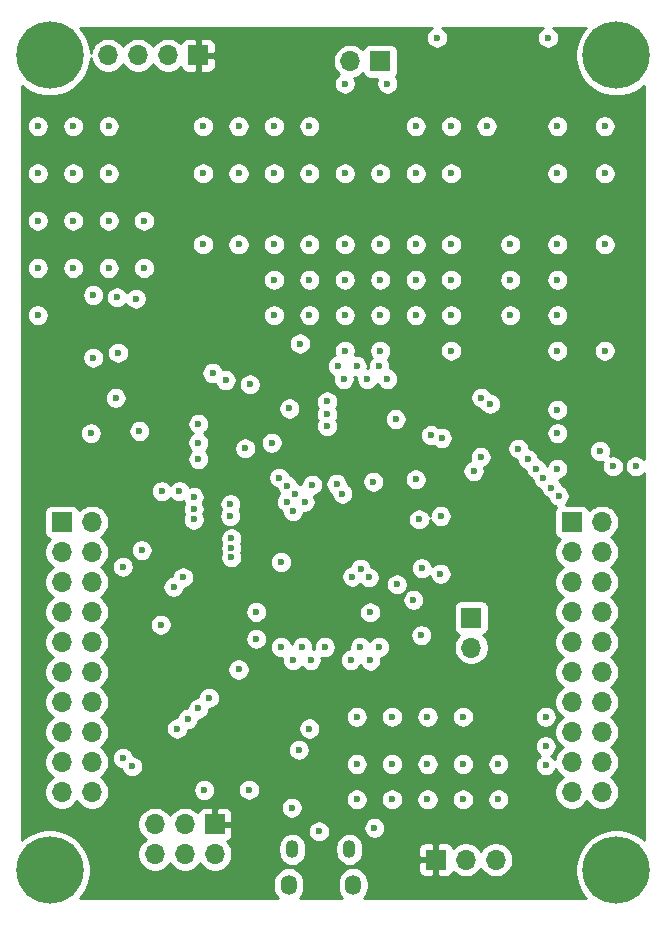
<source format=gbr>
%TF.GenerationSoftware,KiCad,Pcbnew,(5.1.9)-1*%
%TF.CreationDate,2021-05-10T15:41:27+02:00*%
%TF.ProjectId,STM32_Launchpad_v1r1,53544d33-325f-44c6-9175-6e6368706164,rev?*%
%TF.SameCoordinates,Original*%
%TF.FileFunction,Copper,L3,Inr*%
%TF.FilePolarity,Positive*%
%FSLAX46Y46*%
G04 Gerber Fmt 4.6, Leading zero omitted, Abs format (unit mm)*
G04 Created by KiCad (PCBNEW (5.1.9)-1) date 2021-05-10 15:41:27*
%MOMM*%
%LPD*%
G01*
G04 APERTURE LIST*
%TA.AperFunction,ComponentPad*%
%ADD10O,1.700000X1.700000*%
%TD*%
%TA.AperFunction,ComponentPad*%
%ADD11R,1.700000X1.700000*%
%TD*%
%TA.AperFunction,ComponentPad*%
%ADD12O,1.350000X1.700000*%
%TD*%
%TA.AperFunction,ComponentPad*%
%ADD13O,1.100000X1.500000*%
%TD*%
%TA.AperFunction,ComponentPad*%
%ADD14C,5.700000*%
%TD*%
%TA.AperFunction,ViaPad*%
%ADD15C,0.600000*%
%TD*%
%TA.AperFunction,ViaPad*%
%ADD16C,0.800000*%
%TD*%
%TA.AperFunction,Conductor*%
%ADD17C,0.254000*%
%TD*%
%TA.AperFunction,Conductor*%
%ADD18C,0.100000*%
%TD*%
G04 APERTURE END LIST*
D10*
%TO.N,/GPIO\u005CEI2*%
%TO.C,J5*%
X110260000Y-120380000D03*
%TO.N,/CANTX*%
X107720000Y-120380000D03*
%TO.N,/CANRX*%
X110260000Y-117840000D03*
%TO.N,/ENCA*%
X107720000Y-117840000D03*
%TO.N,/~SPICS*%
X110260000Y-115300000D03*
%TO.N,/ENCB*%
X107720000Y-115300000D03*
%TO.N,/SPIMISO*%
X110260000Y-112760000D03*
%TO.N,/ENCZ*%
X107720000Y-112760000D03*
%TO.N,/SPIMOSI*%
X110260000Y-110220000D03*
%TO.N,/PWMCL*%
X107720000Y-110220000D03*
%TO.N,/~RESET*%
X110260000Y-107680000D03*
%TO.N,/PWMCH*%
X107720000Y-107680000D03*
%TO.N,/GPIO\u005CEI1*%
X110260000Y-105140000D03*
%TO.N,/PWMBL*%
X107720000Y-105140000D03*
%TO.N,/GPIO\u005CEI4*%
X110260000Y-102600000D03*
%TO.N,/PWMBH*%
X107720000Y-102600000D03*
%TO.N,/GPIO\u005CEI3*%
X110260000Y-100060000D03*
%TO.N,/PWMAL*%
X107720000Y-100060000D03*
%TO.N,GND*%
X110260000Y-97520000D03*
D11*
%TO.N,/PWMAH*%
X107720000Y-97520000D03*
%TD*%
D10*
%TO.N,/LEDR*%
%TO.C,J8*%
X88960000Y-58500000D03*
D11*
%TO.N,/LEDG*%
X91500000Y-58500000D03*
%TD*%
%TO.N,+3V3*%
%TO.C,J7*%
X77500000Y-123100000D03*
D10*
%TO.N,/SPIE_MOSI*%
X77500000Y-125640000D03*
%TO.N,/SPIE_MISO*%
X74960000Y-125640000D03*
%TO.N,GND*%
X72420000Y-125640000D03*
%TO.N,/SPIE_CLK*%
X72420000Y-123100000D03*
%TO.N,/~SPIE_CS*%
X74960000Y-123100000D03*
%TD*%
%TO.N,GND*%
%TO.C,J4*%
X99200000Y-108140000D03*
D11*
%TO.N,/VBAT*%
X99200000Y-105600000D03*
%TD*%
D10*
%TO.N,GND*%
%TO.C,J6*%
X101280000Y-126100000D03*
X98740000Y-126100000D03*
D11*
%TO.N,+3V3*%
X96200000Y-126100000D03*
%TD*%
D10*
%TO.N,GND*%
%TO.C,J1*%
X68460000Y-58000000D03*
%TO.N,/SWDIO*%
X71000000Y-58000000D03*
%TO.N,/SWCLK*%
X73540000Y-58000000D03*
D11*
%TO.N,+3V3*%
X76080000Y-58000000D03*
%TD*%
D12*
%TO.N,GND*%
%TO.C,J2*%
X89205000Y-128230000D03*
X83745000Y-128230000D03*
D13*
X88895000Y-125230000D03*
X84055000Y-125230000D03*
%TD*%
D14*
%TO.N,GND*%
%TO.C,H4*%
X63500000Y-127000000D03*
%TD*%
%TO.N,GND*%
%TO.C,H3*%
X63500000Y-58000000D03*
%TD*%
%TO.N,GND*%
%TO.C,H2*%
X111500000Y-58000000D03*
%TD*%
%TO.N,GND*%
%TO.C,H1*%
X111500000Y-127000000D03*
%TD*%
D10*
%TO.N,/PB2_AD2*%
%TO.C,J3*%
X67080000Y-120380000D03*
%TO.N,/SDA*%
X64540000Y-120380000D03*
%TO.N,/PB12_AD4*%
X67080000Y-117840000D03*
%TO.N,/SCL*%
X64540000Y-117840000D03*
%TO.N,/PC1_AD2*%
X67080000Y-115300000D03*
%TO.N,/GPIO\u005CEI6*%
X64540000Y-115300000D03*
%TO.N,/PB1_AD3*%
X67080000Y-112760000D03*
%TO.N,/SPISCK*%
X64540000Y-112760000D03*
%TO.N,/PA0_AD1*%
X67080000Y-110220000D03*
%TO.N,/PA1_AD1*%
X64540000Y-110220000D03*
%TO.N,/PB0_AD3*%
X67080000Y-107680000D03*
%TO.N,/GPIO\u005CEI5*%
X64540000Y-107680000D03*
%TO.N,/PC0_AD2*%
X67080000Y-105140000D03*
%TO.N,/UART_MCUTX*%
X64540000Y-105140000D03*
%TO.N,/PB11_AD1*%
X67080000Y-102600000D03*
%TO.N,/UART_MCURX*%
X64540000Y-102600000D03*
%TO.N,GND*%
X67080000Y-100060000D03*
%TO.N,/PC4_AD2*%
X64540000Y-100060000D03*
%TO.N,+5V_EXT*%
X67080000Y-97520000D03*
D11*
%TO.N,+3.3V_EXT*%
X64540000Y-97520000D03*
%TD*%
D15*
%TO.N,GND*%
X86308058Y-123708058D03*
X88500000Y-60400000D03*
X92100000Y-60400000D03*
X77300000Y-84900000D03*
X96300000Y-56500000D03*
X105700000Y-56500000D03*
X94300000Y-104100000D03*
X99400000Y-93200000D03*
X96600000Y-101900000D03*
X76600000Y-120200000D03*
X94974990Y-107100000D03*
X84700000Y-82400000D03*
X67200000Y-78300000D03*
X69200000Y-78500000D03*
X70800000Y-78600000D03*
X67200000Y-83600000D03*
X91000000Y-123400000D03*
X69300000Y-83174990D03*
X80390000Y-120170000D03*
X62500000Y-64000000D03*
X65500000Y-64000000D03*
X68500000Y-64000000D03*
X76500000Y-64000000D03*
X79500000Y-64000000D03*
X82500000Y-64000000D03*
X85500000Y-64000000D03*
X94500000Y-64000000D03*
X97500000Y-64000000D03*
X100500000Y-64000000D03*
X106500000Y-64000000D03*
X110500000Y-64000000D03*
X62500000Y-68000000D03*
X65500000Y-68000000D03*
X68500000Y-68000000D03*
X76500000Y-68000000D03*
X79500000Y-68000000D03*
X82500000Y-68000000D03*
X85500000Y-68000000D03*
X88500000Y-68000000D03*
X91500000Y-68000000D03*
X94500000Y-68000000D03*
X97500000Y-68000000D03*
X106500000Y-68000000D03*
X110500000Y-68000000D03*
X62500000Y-72000000D03*
X65500000Y-72000000D03*
X68500000Y-72000000D03*
X71500000Y-72000000D03*
X62500000Y-76000000D03*
X65500000Y-76000000D03*
X68500000Y-76000000D03*
X71500000Y-76000000D03*
X76500000Y-74000000D03*
X79500000Y-74000000D03*
X82500000Y-74000000D03*
X85500000Y-74000000D03*
X88500000Y-74000000D03*
X91500000Y-74000000D03*
X82500000Y-77000000D03*
X85500000Y-77000000D03*
X88500000Y-77000000D03*
X91500000Y-77000000D03*
X97500000Y-77000000D03*
X106500000Y-77000000D03*
X82500000Y-80000000D03*
X85500000Y-80000000D03*
X88500000Y-80000000D03*
X91500000Y-80000000D03*
X97500000Y-80000000D03*
X106500000Y-80000000D03*
X106500000Y-83000000D03*
X97500000Y-83000000D03*
X91500000Y-83000000D03*
X88500000Y-83000000D03*
X62500000Y-80000000D03*
X106500000Y-88000000D03*
X106500000Y-90000000D03*
X106500000Y-93000000D03*
X101500000Y-118000000D03*
X85500000Y-115000000D03*
X89500000Y-118000000D03*
X92500000Y-118000000D03*
X95500000Y-118000000D03*
X98500000Y-118000000D03*
X89500000Y-121000000D03*
X92500000Y-121000000D03*
X95500000Y-121000000D03*
X98500000Y-121000000D03*
X101500000Y-121000000D03*
X89500000Y-114000000D03*
X92500000Y-114000000D03*
X95500000Y-114000000D03*
X98500000Y-114000000D03*
X105500000Y-114000000D03*
X105500000Y-116500000D03*
X100000000Y-92000000D03*
X67000000Y-90000000D03*
X79500000Y-110000000D03*
X96615323Y-97005329D03*
X90641942Y-105158058D03*
X80069170Y-91274990D03*
X90925010Y-94100000D03*
X85749997Y-94349997D03*
X83800000Y-87900002D03*
X80458051Y-85858051D03*
X82300000Y-90800000D03*
X94500000Y-93900000D03*
X83100000Y-100900000D03*
X81000000Y-105125010D03*
X94500000Y-74000000D03*
X94500000Y-77000000D03*
X94500000Y-80000000D03*
X97500000Y-74000000D03*
X102500000Y-74000000D03*
X102500000Y-77000000D03*
X102500000Y-80000000D03*
X106500000Y-74000000D03*
X110500000Y-74000000D03*
X110500000Y-83000000D03*
D16*
%TO.N,+3V3*%
X64600000Y-92200000D03*
D15*
X78200000Y-120200000D03*
X94974990Y-108600000D03*
X73700000Y-97400000D03*
X91999994Y-105100000D03*
X73600000Y-80500000D03*
X74400000Y-80500000D03*
X79600000Y-79000000D03*
X79600000Y-80500000D03*
X79600000Y-82000000D03*
X97125010Y-94000000D03*
X81699990Y-102325010D03*
X92316949Y-93616949D03*
X79400000Y-89200000D03*
X82272520Y-92975000D03*
%TO.N,/PB11_AD1*%
X76100000Y-89200000D03*
%TO.N,/PC0_AD2*%
X92900002Y-102800000D03*
%TO.N,/PB0_AD3*%
X77000000Y-112400012D03*
X76100000Y-92200000D03*
X86999990Y-87300000D03*
%TO.N,/PA0_AD1*%
X75200000Y-114200000D03*
X75700006Y-96399994D03*
X88300000Y-95100000D03*
%TO.N,/PB1_AD3*%
X69700000Y-101300000D03*
X87000000Y-89400000D03*
%TO.N,/PC1_AD2*%
X74299980Y-115000000D03*
X94791945Y-97291953D03*
X75700000Y-97300000D03*
%TO.N,/PB12_AD4*%
X71299990Y-99900000D03*
X69700000Y-117500000D03*
X76100000Y-90800000D03*
%TO.N,/SDA*%
X74500000Y-94900000D03*
X74800000Y-102199998D03*
X84095304Y-96604204D03*
%TO.N,/SCL*%
X73000000Y-94900000D03*
X74000000Y-103000000D03*
X83599994Y-95800000D03*
%TO.N,/PA1_AD1*%
X76100000Y-113300000D03*
X75700009Y-95399991D03*
X87800000Y-94300000D03*
%TO.N,/UART_MCUTX*%
X89141949Y-102141949D03*
%TO.N,/UART_MCURX*%
X92800000Y-88800000D03*
%TO.N,/~SPICS*%
X113125010Y-92797249D03*
X92100000Y-85400000D03*
%TO.N,/CANRX*%
X105500000Y-118100000D03*
X89800000Y-108100000D03*
%TO.N,/CANTX*%
X72900000Y-106200000D03*
X81000000Y-107400000D03*
%TO.N,/ENCA*%
X90664407Y-109235597D03*
%TO.N,/ENCB*%
X91400000Y-108100000D03*
%TO.N,/ENCZ*%
X88999978Y-109199996D03*
%TO.N,/PWMCL*%
X103200000Y-91300000D03*
X78800000Y-97000000D03*
%TO.N,/PWMCH*%
X78900000Y-100500028D03*
X104000000Y-92200000D03*
%TO.N,/PWMBL*%
X104700000Y-93000000D03*
X78807177Y-96008925D03*
%TO.N,/PWMBH*%
X78900000Y-99700015D03*
X105300000Y-93800000D03*
%TO.N,/PWMAL*%
X106600000Y-95300000D03*
X95000000Y-101425010D03*
%TO.N,/PWMAH*%
X78900000Y-98899996D03*
X106000000Y-94599998D03*
%TO.N,/SWCLK*%
X96700000Y-90400000D03*
X85100000Y-95800000D03*
%TO.N,/SWDIO*%
X95777556Y-90156584D03*
X84300002Y-95100000D03*
%TO.N,/SPIMOSI*%
X111200000Y-92800000D03*
X89500000Y-84300000D03*
%TO.N,/SPIMISO*%
X110100000Y-91500000D03*
X90400000Y-85400000D03*
%TO.N,/SPISCK*%
X91400000Y-84300000D03*
%TO.N,/GPIO\u005CEI4*%
X89829441Y-101454457D03*
%TO.N,/GPIO\u005CEI3*%
X90525010Y-102200010D03*
%TO.N,/PC4_AD2*%
X88400000Y-85400000D03*
%TO.N,/GPIO\u005CEI6*%
X69100000Y-87000000D03*
X78400000Y-85500000D03*
%TO.N,/GPIO\u005CEI5*%
X87900000Y-84300000D03*
%TO.N,/GPIO\u005CEI1*%
X86800000Y-108100000D03*
%TO.N,+5V_USB*%
X84000000Y-121700000D03*
X84600000Y-116800000D03*
%TO.N,/LEDG*%
X100800000Y-87500006D03*
X83641949Y-94458051D03*
%TO.N,/LEDR*%
X100064671Y-86984859D03*
X82941958Y-93758060D03*
%TO.N,/SPIE_CLK*%
X84100000Y-109199992D03*
%TO.N,/SPIE_MISO*%
X84899994Y-108100000D03*
%TO.N,/~SPIE_CS*%
X83100000Y-108099992D03*
%TO.N,/SPIE_MOSI*%
X85600000Y-109200000D03*
%TO.N,/PB2_AD2*%
X70500000Y-118200000D03*
X71100000Y-89800000D03*
X87000000Y-88400000D03*
%TD*%
D17*
%TO.N,+3V3*%
X95857111Y-55671414D02*
X95703972Y-55773738D01*
X95573738Y-55903972D01*
X95471414Y-56057111D01*
X95400932Y-56227271D01*
X95365000Y-56407911D01*
X95365000Y-56592089D01*
X95400932Y-56772729D01*
X95471414Y-56942889D01*
X95573738Y-57096028D01*
X95703972Y-57226262D01*
X95857111Y-57328586D01*
X96027271Y-57399068D01*
X96207911Y-57435000D01*
X96392089Y-57435000D01*
X96572729Y-57399068D01*
X96742889Y-57328586D01*
X96896028Y-57226262D01*
X97026262Y-57096028D01*
X97128586Y-56942889D01*
X97199068Y-56772729D01*
X97235000Y-56592089D01*
X97235000Y-56407911D01*
X97199068Y-56227271D01*
X97128586Y-56057111D01*
X97026262Y-55903972D01*
X96896028Y-55773738D01*
X96742889Y-55671414D01*
X96715333Y-55660000D01*
X105284667Y-55660000D01*
X105257111Y-55671414D01*
X105103972Y-55773738D01*
X104973738Y-55903972D01*
X104871414Y-56057111D01*
X104800932Y-56227271D01*
X104765000Y-56407911D01*
X104765000Y-56592089D01*
X104800932Y-56772729D01*
X104871414Y-56942889D01*
X104973738Y-57096028D01*
X105103972Y-57226262D01*
X105257111Y-57328586D01*
X105427271Y-57399068D01*
X105607911Y-57435000D01*
X105792089Y-57435000D01*
X105972729Y-57399068D01*
X106142889Y-57328586D01*
X106296028Y-57226262D01*
X106426262Y-57096028D01*
X106528586Y-56942889D01*
X106599068Y-56772729D01*
X106635000Y-56592089D01*
X106635000Y-56407911D01*
X106599068Y-56227271D01*
X106528586Y-56057111D01*
X106426262Y-55903972D01*
X106296028Y-55773738D01*
X106142889Y-55671414D01*
X106115333Y-55660000D01*
X108911466Y-55660000D01*
X108793024Y-55778442D01*
X108411633Y-56349234D01*
X108148927Y-56983463D01*
X108015000Y-57656758D01*
X108015000Y-58343242D01*
X108148927Y-59016537D01*
X108411633Y-59650766D01*
X108793024Y-60221558D01*
X109278442Y-60706976D01*
X109849234Y-61088367D01*
X110483463Y-61351073D01*
X111156758Y-61485000D01*
X111843242Y-61485000D01*
X112516537Y-61351073D01*
X113150766Y-61088367D01*
X113721558Y-60706976D01*
X113840001Y-60588533D01*
X113840001Y-92189950D01*
X113721038Y-92070987D01*
X113567899Y-91968663D01*
X113397739Y-91898181D01*
X113217099Y-91862249D01*
X113032921Y-91862249D01*
X112852281Y-91898181D01*
X112682121Y-91968663D01*
X112528982Y-92070987D01*
X112398748Y-92201221D01*
X112296424Y-92354360D01*
X112225942Y-92524520D01*
X112190010Y-92705160D01*
X112190010Y-92889338D01*
X112225942Y-93069978D01*
X112296424Y-93240138D01*
X112398748Y-93393277D01*
X112528982Y-93523511D01*
X112682121Y-93625835D01*
X112852281Y-93696317D01*
X113032921Y-93732249D01*
X113217099Y-93732249D01*
X113397739Y-93696317D01*
X113567899Y-93625835D01*
X113721038Y-93523511D01*
X113840000Y-93404549D01*
X113840000Y-124411466D01*
X113721558Y-124293024D01*
X113150766Y-123911633D01*
X112516537Y-123648927D01*
X111843242Y-123515000D01*
X111156758Y-123515000D01*
X110483463Y-123648927D01*
X109849234Y-123911633D01*
X109278442Y-124293024D01*
X108793024Y-124778442D01*
X108411633Y-125349234D01*
X108148927Y-125983463D01*
X108015000Y-126656758D01*
X108015000Y-127343242D01*
X108148927Y-128016537D01*
X108411633Y-128650766D01*
X108793024Y-129221558D01*
X108911466Y-129340000D01*
X90130665Y-129340000D01*
X90135792Y-129335792D01*
X90299495Y-129136318D01*
X90421138Y-128908740D01*
X90496045Y-128661804D01*
X90515000Y-128469350D01*
X90515000Y-127990649D01*
X90496045Y-127798195D01*
X90421138Y-127551259D01*
X90299495Y-127323682D01*
X90135792Y-127124208D01*
X89936317Y-126960505D01*
X89916664Y-126950000D01*
X94711928Y-126950000D01*
X94724188Y-127074482D01*
X94760498Y-127194180D01*
X94819463Y-127304494D01*
X94898815Y-127401185D01*
X94995506Y-127480537D01*
X95105820Y-127539502D01*
X95225518Y-127575812D01*
X95350000Y-127588072D01*
X95914250Y-127585000D01*
X96073000Y-127426250D01*
X96073000Y-126227000D01*
X94873750Y-126227000D01*
X94715000Y-126385750D01*
X94711928Y-126950000D01*
X89916664Y-126950000D01*
X89708740Y-126838862D01*
X89461804Y-126763955D01*
X89205000Y-126738662D01*
X88948195Y-126763955D01*
X88701259Y-126838862D01*
X88473682Y-126960505D01*
X88274208Y-127124208D01*
X88110505Y-127323683D01*
X87988862Y-127551260D01*
X87913955Y-127798196D01*
X87895000Y-127990650D01*
X87895000Y-128469351D01*
X87913955Y-128661805D01*
X87988862Y-128908741D01*
X88110505Y-129136318D01*
X88274209Y-129335792D01*
X88279336Y-129340000D01*
X84670665Y-129340000D01*
X84675792Y-129335792D01*
X84839495Y-129136318D01*
X84961138Y-128908740D01*
X85036045Y-128661804D01*
X85055000Y-128469350D01*
X85055000Y-127990649D01*
X85036045Y-127798195D01*
X84961138Y-127551259D01*
X84839495Y-127323682D01*
X84675792Y-127124208D01*
X84476317Y-126960505D01*
X84248740Y-126838862D01*
X84001804Y-126763955D01*
X83745000Y-126738662D01*
X83488195Y-126763955D01*
X83241259Y-126838862D01*
X83013682Y-126960505D01*
X82814208Y-127124208D01*
X82650505Y-127323683D01*
X82528862Y-127551260D01*
X82453955Y-127798196D01*
X82435000Y-127990650D01*
X82435000Y-128469351D01*
X82453955Y-128661805D01*
X82528862Y-128908741D01*
X82650505Y-129136318D01*
X82814209Y-129335792D01*
X82819336Y-129340000D01*
X66088534Y-129340000D01*
X66206976Y-129221558D01*
X66588367Y-128650766D01*
X66851073Y-128016537D01*
X66985000Y-127343242D01*
X66985000Y-126656758D01*
X66851073Y-125983463D01*
X66588367Y-125349234D01*
X66206976Y-124778442D01*
X65721558Y-124293024D01*
X65150766Y-123911633D01*
X64516537Y-123648927D01*
X63843242Y-123515000D01*
X63156758Y-123515000D01*
X62483463Y-123648927D01*
X61849234Y-123911633D01*
X61278442Y-124293024D01*
X61160000Y-124411466D01*
X61160000Y-122953740D01*
X70935000Y-122953740D01*
X70935000Y-123246260D01*
X70992068Y-123533158D01*
X71104010Y-123803411D01*
X71266525Y-124046632D01*
X71473368Y-124253475D01*
X71647760Y-124370000D01*
X71473368Y-124486525D01*
X71266525Y-124693368D01*
X71104010Y-124936589D01*
X70992068Y-125206842D01*
X70935000Y-125493740D01*
X70935000Y-125786260D01*
X70992068Y-126073158D01*
X71104010Y-126343411D01*
X71266525Y-126586632D01*
X71473368Y-126793475D01*
X71716589Y-126955990D01*
X71986842Y-127067932D01*
X72273740Y-127125000D01*
X72566260Y-127125000D01*
X72853158Y-127067932D01*
X73123411Y-126955990D01*
X73366632Y-126793475D01*
X73573475Y-126586632D01*
X73690000Y-126412240D01*
X73806525Y-126586632D01*
X74013368Y-126793475D01*
X74256589Y-126955990D01*
X74526842Y-127067932D01*
X74813740Y-127125000D01*
X75106260Y-127125000D01*
X75393158Y-127067932D01*
X75663411Y-126955990D01*
X75906632Y-126793475D01*
X76113475Y-126586632D01*
X76230000Y-126412240D01*
X76346525Y-126586632D01*
X76553368Y-126793475D01*
X76796589Y-126955990D01*
X77066842Y-127067932D01*
X77353740Y-127125000D01*
X77646260Y-127125000D01*
X77933158Y-127067932D01*
X78203411Y-126955990D01*
X78446632Y-126793475D01*
X78653475Y-126586632D01*
X78815990Y-126343411D01*
X78927932Y-126073158D01*
X78985000Y-125786260D01*
X78985000Y-125493740D01*
X78927932Y-125206842D01*
X78830573Y-124971794D01*
X82870000Y-124971794D01*
X82870000Y-125488207D01*
X82887147Y-125662300D01*
X82954906Y-125885674D01*
X83064943Y-126091536D01*
X83213026Y-126271975D01*
X83393465Y-126420058D01*
X83599327Y-126530094D01*
X83822701Y-126597853D01*
X84055000Y-126620733D01*
X84287300Y-126597853D01*
X84510674Y-126530094D01*
X84716536Y-126420058D01*
X84896975Y-126271975D01*
X85045058Y-126091536D01*
X85155094Y-125885673D01*
X85222853Y-125662299D01*
X85240000Y-125488206D01*
X85240000Y-124971794D01*
X87710000Y-124971794D01*
X87710000Y-125488207D01*
X87727147Y-125662300D01*
X87794906Y-125885674D01*
X87904943Y-126091536D01*
X88053026Y-126271975D01*
X88233465Y-126420058D01*
X88439327Y-126530094D01*
X88662701Y-126597853D01*
X88895000Y-126620733D01*
X89127300Y-126597853D01*
X89350674Y-126530094D01*
X89556536Y-126420058D01*
X89736975Y-126271975D01*
X89885058Y-126091536D01*
X89995094Y-125885673D01*
X90062853Y-125662299D01*
X90080000Y-125488206D01*
X90080000Y-125250000D01*
X94711928Y-125250000D01*
X94715000Y-125814250D01*
X94873750Y-125973000D01*
X96073000Y-125973000D01*
X96073000Y-124773750D01*
X96327000Y-124773750D01*
X96327000Y-125973000D01*
X96347000Y-125973000D01*
X96347000Y-126227000D01*
X96327000Y-126227000D01*
X96327000Y-127426250D01*
X96485750Y-127585000D01*
X97050000Y-127588072D01*
X97174482Y-127575812D01*
X97294180Y-127539502D01*
X97404494Y-127480537D01*
X97501185Y-127401185D01*
X97580537Y-127304494D01*
X97639502Y-127194180D01*
X97661513Y-127121620D01*
X97793368Y-127253475D01*
X98036589Y-127415990D01*
X98306842Y-127527932D01*
X98593740Y-127585000D01*
X98886260Y-127585000D01*
X99173158Y-127527932D01*
X99443411Y-127415990D01*
X99686632Y-127253475D01*
X99893475Y-127046632D01*
X100010000Y-126872240D01*
X100126525Y-127046632D01*
X100333368Y-127253475D01*
X100576589Y-127415990D01*
X100846842Y-127527932D01*
X101133740Y-127585000D01*
X101426260Y-127585000D01*
X101713158Y-127527932D01*
X101983411Y-127415990D01*
X102226632Y-127253475D01*
X102433475Y-127046632D01*
X102595990Y-126803411D01*
X102707932Y-126533158D01*
X102765000Y-126246260D01*
X102765000Y-125953740D01*
X102707932Y-125666842D01*
X102595990Y-125396589D01*
X102433475Y-125153368D01*
X102226632Y-124946525D01*
X101983411Y-124784010D01*
X101713158Y-124672068D01*
X101426260Y-124615000D01*
X101133740Y-124615000D01*
X100846842Y-124672068D01*
X100576589Y-124784010D01*
X100333368Y-124946525D01*
X100126525Y-125153368D01*
X100010000Y-125327760D01*
X99893475Y-125153368D01*
X99686632Y-124946525D01*
X99443411Y-124784010D01*
X99173158Y-124672068D01*
X98886260Y-124615000D01*
X98593740Y-124615000D01*
X98306842Y-124672068D01*
X98036589Y-124784010D01*
X97793368Y-124946525D01*
X97661513Y-125078380D01*
X97639502Y-125005820D01*
X97580537Y-124895506D01*
X97501185Y-124798815D01*
X97404494Y-124719463D01*
X97294180Y-124660498D01*
X97174482Y-124624188D01*
X97050000Y-124611928D01*
X96485750Y-124615000D01*
X96327000Y-124773750D01*
X96073000Y-124773750D01*
X95914250Y-124615000D01*
X95350000Y-124611928D01*
X95225518Y-124624188D01*
X95105820Y-124660498D01*
X94995506Y-124719463D01*
X94898815Y-124798815D01*
X94819463Y-124895506D01*
X94760498Y-125005820D01*
X94724188Y-125125518D01*
X94711928Y-125250000D01*
X90080000Y-125250000D01*
X90080000Y-124971793D01*
X90062853Y-124797700D01*
X89995094Y-124574326D01*
X89885058Y-124368464D01*
X89736975Y-124188025D01*
X89556535Y-124039942D01*
X89350673Y-123929906D01*
X89127299Y-123862147D01*
X88895000Y-123839267D01*
X88662700Y-123862147D01*
X88439326Y-123929906D01*
X88233464Y-124039942D01*
X88053025Y-124188025D01*
X87904942Y-124368465D01*
X87794906Y-124574327D01*
X87727147Y-124797701D01*
X87710000Y-124971794D01*
X85240000Y-124971794D01*
X85240000Y-124971793D01*
X85222853Y-124797700D01*
X85155094Y-124574326D01*
X85045058Y-124368464D01*
X84896975Y-124188025D01*
X84716535Y-124039942D01*
X84510673Y-123929906D01*
X84287299Y-123862147D01*
X84055000Y-123839267D01*
X83822700Y-123862147D01*
X83599326Y-123929906D01*
X83393464Y-124039942D01*
X83213025Y-124188025D01*
X83064942Y-124368465D01*
X82954906Y-124574327D01*
X82887147Y-124797701D01*
X82870000Y-124971794D01*
X78830573Y-124971794D01*
X78815990Y-124936589D01*
X78653475Y-124693368D01*
X78521620Y-124561513D01*
X78594180Y-124539502D01*
X78704494Y-124480537D01*
X78801185Y-124401185D01*
X78880537Y-124304494D01*
X78939502Y-124194180D01*
X78975812Y-124074482D01*
X78988072Y-123950000D01*
X78986254Y-123615969D01*
X85373058Y-123615969D01*
X85373058Y-123800147D01*
X85408990Y-123980787D01*
X85479472Y-124150947D01*
X85581796Y-124304086D01*
X85712030Y-124434320D01*
X85865169Y-124536644D01*
X86035329Y-124607126D01*
X86215969Y-124643058D01*
X86400147Y-124643058D01*
X86580787Y-124607126D01*
X86750947Y-124536644D01*
X86904086Y-124434320D01*
X87034320Y-124304086D01*
X87136644Y-124150947D01*
X87207126Y-123980787D01*
X87243058Y-123800147D01*
X87243058Y-123615969D01*
X87207126Y-123435329D01*
X87154349Y-123307911D01*
X90065000Y-123307911D01*
X90065000Y-123492089D01*
X90100932Y-123672729D01*
X90171414Y-123842889D01*
X90273738Y-123996028D01*
X90403972Y-124126262D01*
X90557111Y-124228586D01*
X90727271Y-124299068D01*
X90907911Y-124335000D01*
X91092089Y-124335000D01*
X91272729Y-124299068D01*
X91442889Y-124228586D01*
X91596028Y-124126262D01*
X91726262Y-123996028D01*
X91828586Y-123842889D01*
X91899068Y-123672729D01*
X91935000Y-123492089D01*
X91935000Y-123307911D01*
X91899068Y-123127271D01*
X91828586Y-122957111D01*
X91726262Y-122803972D01*
X91596028Y-122673738D01*
X91442889Y-122571414D01*
X91272729Y-122500932D01*
X91092089Y-122465000D01*
X90907911Y-122465000D01*
X90727271Y-122500932D01*
X90557111Y-122571414D01*
X90403972Y-122673738D01*
X90273738Y-122803972D01*
X90171414Y-122957111D01*
X90100932Y-123127271D01*
X90065000Y-123307911D01*
X87154349Y-123307911D01*
X87136644Y-123265169D01*
X87034320Y-123112030D01*
X86904086Y-122981796D01*
X86750947Y-122879472D01*
X86580787Y-122808990D01*
X86400147Y-122773058D01*
X86215969Y-122773058D01*
X86035329Y-122808990D01*
X85865169Y-122879472D01*
X85712030Y-122981796D01*
X85581796Y-123112030D01*
X85479472Y-123265169D01*
X85408990Y-123435329D01*
X85373058Y-123615969D01*
X78986254Y-123615969D01*
X78985000Y-123385750D01*
X78826250Y-123227000D01*
X77627000Y-123227000D01*
X77627000Y-123247000D01*
X77373000Y-123247000D01*
X77373000Y-123227000D01*
X77353000Y-123227000D01*
X77353000Y-122973000D01*
X77373000Y-122973000D01*
X77373000Y-121773750D01*
X77627000Y-121773750D01*
X77627000Y-122973000D01*
X78826250Y-122973000D01*
X78985000Y-122814250D01*
X78988072Y-122250000D01*
X78975812Y-122125518D01*
X78939502Y-122005820D01*
X78880537Y-121895506D01*
X78801185Y-121798815D01*
X78704494Y-121719463D01*
X78594180Y-121660498D01*
X78474482Y-121624188D01*
X78350000Y-121611928D01*
X77785750Y-121615000D01*
X77627000Y-121773750D01*
X77373000Y-121773750D01*
X77214250Y-121615000D01*
X76650000Y-121611928D01*
X76525518Y-121624188D01*
X76405820Y-121660498D01*
X76295506Y-121719463D01*
X76198815Y-121798815D01*
X76119463Y-121895506D01*
X76060498Y-122005820D01*
X76038487Y-122078380D01*
X75906632Y-121946525D01*
X75663411Y-121784010D01*
X75393158Y-121672068D01*
X75106260Y-121615000D01*
X74813740Y-121615000D01*
X74526842Y-121672068D01*
X74256589Y-121784010D01*
X74013368Y-121946525D01*
X73806525Y-122153368D01*
X73690000Y-122327760D01*
X73573475Y-122153368D01*
X73366632Y-121946525D01*
X73123411Y-121784010D01*
X72853158Y-121672068D01*
X72566260Y-121615000D01*
X72273740Y-121615000D01*
X71986842Y-121672068D01*
X71716589Y-121784010D01*
X71473368Y-121946525D01*
X71266525Y-122153368D01*
X71104010Y-122396589D01*
X70992068Y-122666842D01*
X70935000Y-122953740D01*
X61160000Y-122953740D01*
X61160000Y-96670000D01*
X63051928Y-96670000D01*
X63051928Y-98370000D01*
X63064188Y-98494482D01*
X63100498Y-98614180D01*
X63159463Y-98724494D01*
X63238815Y-98821185D01*
X63335506Y-98900537D01*
X63445820Y-98959502D01*
X63518380Y-98981513D01*
X63386525Y-99113368D01*
X63224010Y-99356589D01*
X63112068Y-99626842D01*
X63055000Y-99913740D01*
X63055000Y-100206260D01*
X63112068Y-100493158D01*
X63224010Y-100763411D01*
X63386525Y-101006632D01*
X63593368Y-101213475D01*
X63767760Y-101330000D01*
X63593368Y-101446525D01*
X63386525Y-101653368D01*
X63224010Y-101896589D01*
X63112068Y-102166842D01*
X63055000Y-102453740D01*
X63055000Y-102746260D01*
X63112068Y-103033158D01*
X63224010Y-103303411D01*
X63386525Y-103546632D01*
X63593368Y-103753475D01*
X63767760Y-103870000D01*
X63593368Y-103986525D01*
X63386525Y-104193368D01*
X63224010Y-104436589D01*
X63112068Y-104706842D01*
X63055000Y-104993740D01*
X63055000Y-105286260D01*
X63112068Y-105573158D01*
X63224010Y-105843411D01*
X63386525Y-106086632D01*
X63593368Y-106293475D01*
X63767760Y-106410000D01*
X63593368Y-106526525D01*
X63386525Y-106733368D01*
X63224010Y-106976589D01*
X63112068Y-107246842D01*
X63055000Y-107533740D01*
X63055000Y-107826260D01*
X63112068Y-108113158D01*
X63224010Y-108383411D01*
X63386525Y-108626632D01*
X63593368Y-108833475D01*
X63767760Y-108950000D01*
X63593368Y-109066525D01*
X63386525Y-109273368D01*
X63224010Y-109516589D01*
X63112068Y-109786842D01*
X63055000Y-110073740D01*
X63055000Y-110366260D01*
X63112068Y-110653158D01*
X63224010Y-110923411D01*
X63386525Y-111166632D01*
X63593368Y-111373475D01*
X63767760Y-111490000D01*
X63593368Y-111606525D01*
X63386525Y-111813368D01*
X63224010Y-112056589D01*
X63112068Y-112326842D01*
X63055000Y-112613740D01*
X63055000Y-112906260D01*
X63112068Y-113193158D01*
X63224010Y-113463411D01*
X63386525Y-113706632D01*
X63593368Y-113913475D01*
X63767760Y-114030000D01*
X63593368Y-114146525D01*
X63386525Y-114353368D01*
X63224010Y-114596589D01*
X63112068Y-114866842D01*
X63055000Y-115153740D01*
X63055000Y-115446260D01*
X63112068Y-115733158D01*
X63224010Y-116003411D01*
X63386525Y-116246632D01*
X63593368Y-116453475D01*
X63767760Y-116570000D01*
X63593368Y-116686525D01*
X63386525Y-116893368D01*
X63224010Y-117136589D01*
X63112068Y-117406842D01*
X63055000Y-117693740D01*
X63055000Y-117986260D01*
X63112068Y-118273158D01*
X63224010Y-118543411D01*
X63386525Y-118786632D01*
X63593368Y-118993475D01*
X63767760Y-119110000D01*
X63593368Y-119226525D01*
X63386525Y-119433368D01*
X63224010Y-119676589D01*
X63112068Y-119946842D01*
X63055000Y-120233740D01*
X63055000Y-120526260D01*
X63112068Y-120813158D01*
X63224010Y-121083411D01*
X63386525Y-121326632D01*
X63593368Y-121533475D01*
X63836589Y-121695990D01*
X64106842Y-121807932D01*
X64393740Y-121865000D01*
X64686260Y-121865000D01*
X64973158Y-121807932D01*
X65243411Y-121695990D01*
X65486632Y-121533475D01*
X65693475Y-121326632D01*
X65810000Y-121152240D01*
X65926525Y-121326632D01*
X66133368Y-121533475D01*
X66376589Y-121695990D01*
X66646842Y-121807932D01*
X66933740Y-121865000D01*
X67226260Y-121865000D01*
X67513158Y-121807932D01*
X67783411Y-121695990D01*
X67915230Y-121607911D01*
X83065000Y-121607911D01*
X83065000Y-121792089D01*
X83100932Y-121972729D01*
X83171414Y-122142889D01*
X83273738Y-122296028D01*
X83403972Y-122426262D01*
X83557111Y-122528586D01*
X83727271Y-122599068D01*
X83907911Y-122635000D01*
X84092089Y-122635000D01*
X84272729Y-122599068D01*
X84442889Y-122528586D01*
X84596028Y-122426262D01*
X84726262Y-122296028D01*
X84828586Y-122142889D01*
X84899068Y-121972729D01*
X84935000Y-121792089D01*
X84935000Y-121607911D01*
X84899068Y-121427271D01*
X84828586Y-121257111D01*
X84726262Y-121103972D01*
X84596028Y-120973738D01*
X84497511Y-120907911D01*
X88565000Y-120907911D01*
X88565000Y-121092089D01*
X88600932Y-121272729D01*
X88671414Y-121442889D01*
X88773738Y-121596028D01*
X88903972Y-121726262D01*
X89057111Y-121828586D01*
X89227271Y-121899068D01*
X89407911Y-121935000D01*
X89592089Y-121935000D01*
X89772729Y-121899068D01*
X89942889Y-121828586D01*
X90096028Y-121726262D01*
X90226262Y-121596028D01*
X90328586Y-121442889D01*
X90399068Y-121272729D01*
X90435000Y-121092089D01*
X90435000Y-120907911D01*
X91565000Y-120907911D01*
X91565000Y-121092089D01*
X91600932Y-121272729D01*
X91671414Y-121442889D01*
X91773738Y-121596028D01*
X91903972Y-121726262D01*
X92057111Y-121828586D01*
X92227271Y-121899068D01*
X92407911Y-121935000D01*
X92592089Y-121935000D01*
X92772729Y-121899068D01*
X92942889Y-121828586D01*
X93096028Y-121726262D01*
X93226262Y-121596028D01*
X93328586Y-121442889D01*
X93399068Y-121272729D01*
X93435000Y-121092089D01*
X93435000Y-120907911D01*
X94565000Y-120907911D01*
X94565000Y-121092089D01*
X94600932Y-121272729D01*
X94671414Y-121442889D01*
X94773738Y-121596028D01*
X94903972Y-121726262D01*
X95057111Y-121828586D01*
X95227271Y-121899068D01*
X95407911Y-121935000D01*
X95592089Y-121935000D01*
X95772729Y-121899068D01*
X95942889Y-121828586D01*
X96096028Y-121726262D01*
X96226262Y-121596028D01*
X96328586Y-121442889D01*
X96399068Y-121272729D01*
X96435000Y-121092089D01*
X96435000Y-120907911D01*
X97565000Y-120907911D01*
X97565000Y-121092089D01*
X97600932Y-121272729D01*
X97671414Y-121442889D01*
X97773738Y-121596028D01*
X97903972Y-121726262D01*
X98057111Y-121828586D01*
X98227271Y-121899068D01*
X98407911Y-121935000D01*
X98592089Y-121935000D01*
X98772729Y-121899068D01*
X98942889Y-121828586D01*
X99096028Y-121726262D01*
X99226262Y-121596028D01*
X99328586Y-121442889D01*
X99399068Y-121272729D01*
X99435000Y-121092089D01*
X99435000Y-120907911D01*
X100565000Y-120907911D01*
X100565000Y-121092089D01*
X100600932Y-121272729D01*
X100671414Y-121442889D01*
X100773738Y-121596028D01*
X100903972Y-121726262D01*
X101057111Y-121828586D01*
X101227271Y-121899068D01*
X101407911Y-121935000D01*
X101592089Y-121935000D01*
X101772729Y-121899068D01*
X101942889Y-121828586D01*
X102096028Y-121726262D01*
X102226262Y-121596028D01*
X102328586Y-121442889D01*
X102399068Y-121272729D01*
X102435000Y-121092089D01*
X102435000Y-120907911D01*
X102399068Y-120727271D01*
X102328586Y-120557111D01*
X102226262Y-120403972D01*
X102096028Y-120273738D01*
X101942889Y-120171414D01*
X101772729Y-120100932D01*
X101592089Y-120065000D01*
X101407911Y-120065000D01*
X101227271Y-120100932D01*
X101057111Y-120171414D01*
X100903972Y-120273738D01*
X100773738Y-120403972D01*
X100671414Y-120557111D01*
X100600932Y-120727271D01*
X100565000Y-120907911D01*
X99435000Y-120907911D01*
X99399068Y-120727271D01*
X99328586Y-120557111D01*
X99226262Y-120403972D01*
X99096028Y-120273738D01*
X98942889Y-120171414D01*
X98772729Y-120100932D01*
X98592089Y-120065000D01*
X98407911Y-120065000D01*
X98227271Y-120100932D01*
X98057111Y-120171414D01*
X97903972Y-120273738D01*
X97773738Y-120403972D01*
X97671414Y-120557111D01*
X97600932Y-120727271D01*
X97565000Y-120907911D01*
X96435000Y-120907911D01*
X96399068Y-120727271D01*
X96328586Y-120557111D01*
X96226262Y-120403972D01*
X96096028Y-120273738D01*
X95942889Y-120171414D01*
X95772729Y-120100932D01*
X95592089Y-120065000D01*
X95407911Y-120065000D01*
X95227271Y-120100932D01*
X95057111Y-120171414D01*
X94903972Y-120273738D01*
X94773738Y-120403972D01*
X94671414Y-120557111D01*
X94600932Y-120727271D01*
X94565000Y-120907911D01*
X93435000Y-120907911D01*
X93399068Y-120727271D01*
X93328586Y-120557111D01*
X93226262Y-120403972D01*
X93096028Y-120273738D01*
X92942889Y-120171414D01*
X92772729Y-120100932D01*
X92592089Y-120065000D01*
X92407911Y-120065000D01*
X92227271Y-120100932D01*
X92057111Y-120171414D01*
X91903972Y-120273738D01*
X91773738Y-120403972D01*
X91671414Y-120557111D01*
X91600932Y-120727271D01*
X91565000Y-120907911D01*
X90435000Y-120907911D01*
X90399068Y-120727271D01*
X90328586Y-120557111D01*
X90226262Y-120403972D01*
X90096028Y-120273738D01*
X89942889Y-120171414D01*
X89772729Y-120100932D01*
X89592089Y-120065000D01*
X89407911Y-120065000D01*
X89227271Y-120100932D01*
X89057111Y-120171414D01*
X88903972Y-120273738D01*
X88773738Y-120403972D01*
X88671414Y-120557111D01*
X88600932Y-120727271D01*
X88565000Y-120907911D01*
X84497511Y-120907911D01*
X84442889Y-120871414D01*
X84272729Y-120800932D01*
X84092089Y-120765000D01*
X83907911Y-120765000D01*
X83727271Y-120800932D01*
X83557111Y-120871414D01*
X83403972Y-120973738D01*
X83273738Y-121103972D01*
X83171414Y-121257111D01*
X83100932Y-121427271D01*
X83065000Y-121607911D01*
X67915230Y-121607911D01*
X68026632Y-121533475D01*
X68233475Y-121326632D01*
X68395990Y-121083411D01*
X68507932Y-120813158D01*
X68565000Y-120526260D01*
X68565000Y-120233740D01*
X68539971Y-120107911D01*
X75665000Y-120107911D01*
X75665000Y-120292089D01*
X75700932Y-120472729D01*
X75771414Y-120642889D01*
X75873738Y-120796028D01*
X76003972Y-120926262D01*
X76157111Y-121028586D01*
X76327271Y-121099068D01*
X76507911Y-121135000D01*
X76692089Y-121135000D01*
X76872729Y-121099068D01*
X77042889Y-121028586D01*
X77196028Y-120926262D01*
X77326262Y-120796028D01*
X77428586Y-120642889D01*
X77499068Y-120472729D01*
X77535000Y-120292089D01*
X77535000Y-120107911D01*
X77529033Y-120077911D01*
X79455000Y-120077911D01*
X79455000Y-120262089D01*
X79490932Y-120442729D01*
X79561414Y-120612889D01*
X79663738Y-120766028D01*
X79793972Y-120896262D01*
X79947111Y-120998586D01*
X80117271Y-121069068D01*
X80297911Y-121105000D01*
X80482089Y-121105000D01*
X80662729Y-121069068D01*
X80832889Y-120998586D01*
X80986028Y-120896262D01*
X81116262Y-120766028D01*
X81218586Y-120612889D01*
X81289068Y-120442729D01*
X81325000Y-120262089D01*
X81325000Y-120077911D01*
X81289068Y-119897271D01*
X81218586Y-119727111D01*
X81116262Y-119573972D01*
X80986028Y-119443738D01*
X80832889Y-119341414D01*
X80662729Y-119270932D01*
X80482089Y-119235000D01*
X80297911Y-119235000D01*
X80117271Y-119270932D01*
X79947111Y-119341414D01*
X79793972Y-119443738D01*
X79663738Y-119573972D01*
X79561414Y-119727111D01*
X79490932Y-119897271D01*
X79455000Y-120077911D01*
X77529033Y-120077911D01*
X77499068Y-119927271D01*
X77428586Y-119757111D01*
X77326262Y-119603972D01*
X77196028Y-119473738D01*
X77042889Y-119371414D01*
X76872729Y-119300932D01*
X76692089Y-119265000D01*
X76507911Y-119265000D01*
X76327271Y-119300932D01*
X76157111Y-119371414D01*
X76003972Y-119473738D01*
X75873738Y-119603972D01*
X75771414Y-119757111D01*
X75700932Y-119927271D01*
X75665000Y-120107911D01*
X68539971Y-120107911D01*
X68507932Y-119946842D01*
X68395990Y-119676589D01*
X68233475Y-119433368D01*
X68026632Y-119226525D01*
X67852240Y-119110000D01*
X68026632Y-118993475D01*
X68233475Y-118786632D01*
X68395990Y-118543411D01*
X68507932Y-118273158D01*
X68565000Y-117986260D01*
X68565000Y-117693740D01*
X68508145Y-117407911D01*
X68765000Y-117407911D01*
X68765000Y-117592089D01*
X68800932Y-117772729D01*
X68871414Y-117942889D01*
X68973738Y-118096028D01*
X69103972Y-118226262D01*
X69257111Y-118328586D01*
X69427271Y-118399068D01*
X69592830Y-118432000D01*
X69600932Y-118472729D01*
X69671414Y-118642889D01*
X69773738Y-118796028D01*
X69903972Y-118926262D01*
X70057111Y-119028586D01*
X70227271Y-119099068D01*
X70407911Y-119135000D01*
X70592089Y-119135000D01*
X70772729Y-119099068D01*
X70942889Y-119028586D01*
X71096028Y-118926262D01*
X71226262Y-118796028D01*
X71328586Y-118642889D01*
X71399068Y-118472729D01*
X71435000Y-118292089D01*
X71435000Y-118107911D01*
X71399068Y-117927271D01*
X71391049Y-117907911D01*
X88565000Y-117907911D01*
X88565000Y-118092089D01*
X88600932Y-118272729D01*
X88671414Y-118442889D01*
X88773738Y-118596028D01*
X88903972Y-118726262D01*
X89057111Y-118828586D01*
X89227271Y-118899068D01*
X89407911Y-118935000D01*
X89592089Y-118935000D01*
X89772729Y-118899068D01*
X89942889Y-118828586D01*
X90096028Y-118726262D01*
X90226262Y-118596028D01*
X90328586Y-118442889D01*
X90399068Y-118272729D01*
X90435000Y-118092089D01*
X90435000Y-117907911D01*
X91565000Y-117907911D01*
X91565000Y-118092089D01*
X91600932Y-118272729D01*
X91671414Y-118442889D01*
X91773738Y-118596028D01*
X91903972Y-118726262D01*
X92057111Y-118828586D01*
X92227271Y-118899068D01*
X92407911Y-118935000D01*
X92592089Y-118935000D01*
X92772729Y-118899068D01*
X92942889Y-118828586D01*
X93096028Y-118726262D01*
X93226262Y-118596028D01*
X93328586Y-118442889D01*
X93399068Y-118272729D01*
X93435000Y-118092089D01*
X93435000Y-117907911D01*
X94565000Y-117907911D01*
X94565000Y-118092089D01*
X94600932Y-118272729D01*
X94671414Y-118442889D01*
X94773738Y-118596028D01*
X94903972Y-118726262D01*
X95057111Y-118828586D01*
X95227271Y-118899068D01*
X95407911Y-118935000D01*
X95592089Y-118935000D01*
X95772729Y-118899068D01*
X95942889Y-118828586D01*
X96096028Y-118726262D01*
X96226262Y-118596028D01*
X96328586Y-118442889D01*
X96399068Y-118272729D01*
X96435000Y-118092089D01*
X96435000Y-117907911D01*
X97565000Y-117907911D01*
X97565000Y-118092089D01*
X97600932Y-118272729D01*
X97671414Y-118442889D01*
X97773738Y-118596028D01*
X97903972Y-118726262D01*
X98057111Y-118828586D01*
X98227271Y-118899068D01*
X98407911Y-118935000D01*
X98592089Y-118935000D01*
X98772729Y-118899068D01*
X98942889Y-118828586D01*
X99096028Y-118726262D01*
X99226262Y-118596028D01*
X99328586Y-118442889D01*
X99399068Y-118272729D01*
X99435000Y-118092089D01*
X99435000Y-117907911D01*
X100565000Y-117907911D01*
X100565000Y-118092089D01*
X100600932Y-118272729D01*
X100671414Y-118442889D01*
X100773738Y-118596028D01*
X100903972Y-118726262D01*
X101057111Y-118828586D01*
X101227271Y-118899068D01*
X101407911Y-118935000D01*
X101592089Y-118935000D01*
X101772729Y-118899068D01*
X101942889Y-118828586D01*
X102096028Y-118726262D01*
X102226262Y-118596028D01*
X102328586Y-118442889D01*
X102399068Y-118272729D01*
X102435000Y-118092089D01*
X102435000Y-117907911D01*
X102399068Y-117727271D01*
X102328586Y-117557111D01*
X102226262Y-117403972D01*
X102096028Y-117273738D01*
X101942889Y-117171414D01*
X101772729Y-117100932D01*
X101592089Y-117065000D01*
X101407911Y-117065000D01*
X101227271Y-117100932D01*
X101057111Y-117171414D01*
X100903972Y-117273738D01*
X100773738Y-117403972D01*
X100671414Y-117557111D01*
X100600932Y-117727271D01*
X100565000Y-117907911D01*
X99435000Y-117907911D01*
X99399068Y-117727271D01*
X99328586Y-117557111D01*
X99226262Y-117403972D01*
X99096028Y-117273738D01*
X98942889Y-117171414D01*
X98772729Y-117100932D01*
X98592089Y-117065000D01*
X98407911Y-117065000D01*
X98227271Y-117100932D01*
X98057111Y-117171414D01*
X97903972Y-117273738D01*
X97773738Y-117403972D01*
X97671414Y-117557111D01*
X97600932Y-117727271D01*
X97565000Y-117907911D01*
X96435000Y-117907911D01*
X96399068Y-117727271D01*
X96328586Y-117557111D01*
X96226262Y-117403972D01*
X96096028Y-117273738D01*
X95942889Y-117171414D01*
X95772729Y-117100932D01*
X95592089Y-117065000D01*
X95407911Y-117065000D01*
X95227271Y-117100932D01*
X95057111Y-117171414D01*
X94903972Y-117273738D01*
X94773738Y-117403972D01*
X94671414Y-117557111D01*
X94600932Y-117727271D01*
X94565000Y-117907911D01*
X93435000Y-117907911D01*
X93399068Y-117727271D01*
X93328586Y-117557111D01*
X93226262Y-117403972D01*
X93096028Y-117273738D01*
X92942889Y-117171414D01*
X92772729Y-117100932D01*
X92592089Y-117065000D01*
X92407911Y-117065000D01*
X92227271Y-117100932D01*
X92057111Y-117171414D01*
X91903972Y-117273738D01*
X91773738Y-117403972D01*
X91671414Y-117557111D01*
X91600932Y-117727271D01*
X91565000Y-117907911D01*
X90435000Y-117907911D01*
X90399068Y-117727271D01*
X90328586Y-117557111D01*
X90226262Y-117403972D01*
X90096028Y-117273738D01*
X89942889Y-117171414D01*
X89772729Y-117100932D01*
X89592089Y-117065000D01*
X89407911Y-117065000D01*
X89227271Y-117100932D01*
X89057111Y-117171414D01*
X88903972Y-117273738D01*
X88773738Y-117403972D01*
X88671414Y-117557111D01*
X88600932Y-117727271D01*
X88565000Y-117907911D01*
X71391049Y-117907911D01*
X71328586Y-117757111D01*
X71226262Y-117603972D01*
X71096028Y-117473738D01*
X70942889Y-117371414D01*
X70772729Y-117300932D01*
X70607170Y-117268000D01*
X70599068Y-117227271D01*
X70528586Y-117057111D01*
X70426262Y-116903972D01*
X70296028Y-116773738D01*
X70197511Y-116707911D01*
X83665000Y-116707911D01*
X83665000Y-116892089D01*
X83700932Y-117072729D01*
X83771414Y-117242889D01*
X83873738Y-117396028D01*
X84003972Y-117526262D01*
X84157111Y-117628586D01*
X84327271Y-117699068D01*
X84507911Y-117735000D01*
X84692089Y-117735000D01*
X84872729Y-117699068D01*
X85042889Y-117628586D01*
X85196028Y-117526262D01*
X85326262Y-117396028D01*
X85428586Y-117242889D01*
X85499068Y-117072729D01*
X85535000Y-116892089D01*
X85535000Y-116707911D01*
X85499068Y-116527271D01*
X85428586Y-116357111D01*
X85326262Y-116203972D01*
X85196028Y-116073738D01*
X85042889Y-115971414D01*
X84872729Y-115900932D01*
X84692089Y-115865000D01*
X84507911Y-115865000D01*
X84327271Y-115900932D01*
X84157111Y-115971414D01*
X84003972Y-116073738D01*
X83873738Y-116203972D01*
X83771414Y-116357111D01*
X83700932Y-116527271D01*
X83665000Y-116707911D01*
X70197511Y-116707911D01*
X70142889Y-116671414D01*
X69972729Y-116600932D01*
X69792089Y-116565000D01*
X69607911Y-116565000D01*
X69427271Y-116600932D01*
X69257111Y-116671414D01*
X69103972Y-116773738D01*
X68973738Y-116903972D01*
X68871414Y-117057111D01*
X68800932Y-117227271D01*
X68765000Y-117407911D01*
X68508145Y-117407911D01*
X68507932Y-117406842D01*
X68395990Y-117136589D01*
X68233475Y-116893368D01*
X68026632Y-116686525D01*
X67852240Y-116570000D01*
X68026632Y-116453475D01*
X68233475Y-116246632D01*
X68395990Y-116003411D01*
X68507932Y-115733158D01*
X68565000Y-115446260D01*
X68565000Y-115153740D01*
X68516102Y-114907911D01*
X73364980Y-114907911D01*
X73364980Y-115092089D01*
X73400912Y-115272729D01*
X73471394Y-115442889D01*
X73573718Y-115596028D01*
X73703952Y-115726262D01*
X73857091Y-115828586D01*
X74027251Y-115899068D01*
X74207891Y-115935000D01*
X74392069Y-115935000D01*
X74572709Y-115899068D01*
X74742869Y-115828586D01*
X74896008Y-115726262D01*
X75026242Y-115596028D01*
X75128566Y-115442889D01*
X75199048Y-115272729D01*
X75226444Y-115135000D01*
X75292089Y-115135000D01*
X75472729Y-115099068D01*
X75642889Y-115028586D01*
X75796028Y-114926262D01*
X75814379Y-114907911D01*
X84565000Y-114907911D01*
X84565000Y-115092089D01*
X84600932Y-115272729D01*
X84671414Y-115442889D01*
X84773738Y-115596028D01*
X84903972Y-115726262D01*
X85057111Y-115828586D01*
X85227271Y-115899068D01*
X85407911Y-115935000D01*
X85592089Y-115935000D01*
X85772729Y-115899068D01*
X85942889Y-115828586D01*
X86096028Y-115726262D01*
X86226262Y-115596028D01*
X86328586Y-115442889D01*
X86399068Y-115272729D01*
X86435000Y-115092089D01*
X86435000Y-114907911D01*
X86399068Y-114727271D01*
X86328586Y-114557111D01*
X86226262Y-114403972D01*
X86096028Y-114273738D01*
X85942889Y-114171414D01*
X85772729Y-114100932D01*
X85592089Y-114065000D01*
X85407911Y-114065000D01*
X85227271Y-114100932D01*
X85057111Y-114171414D01*
X84903972Y-114273738D01*
X84773738Y-114403972D01*
X84671414Y-114557111D01*
X84600932Y-114727271D01*
X84565000Y-114907911D01*
X75814379Y-114907911D01*
X75926262Y-114796028D01*
X76028586Y-114642889D01*
X76099068Y-114472729D01*
X76135000Y-114292089D01*
X76135000Y-114235000D01*
X76192089Y-114235000D01*
X76372729Y-114199068D01*
X76542889Y-114128586D01*
X76696028Y-114026262D01*
X76814379Y-113907911D01*
X88565000Y-113907911D01*
X88565000Y-114092089D01*
X88600932Y-114272729D01*
X88671414Y-114442889D01*
X88773738Y-114596028D01*
X88903972Y-114726262D01*
X89057111Y-114828586D01*
X89227271Y-114899068D01*
X89407911Y-114935000D01*
X89592089Y-114935000D01*
X89772729Y-114899068D01*
X89942889Y-114828586D01*
X90096028Y-114726262D01*
X90226262Y-114596028D01*
X90328586Y-114442889D01*
X90399068Y-114272729D01*
X90435000Y-114092089D01*
X90435000Y-113907911D01*
X91565000Y-113907911D01*
X91565000Y-114092089D01*
X91600932Y-114272729D01*
X91671414Y-114442889D01*
X91773738Y-114596028D01*
X91903972Y-114726262D01*
X92057111Y-114828586D01*
X92227271Y-114899068D01*
X92407911Y-114935000D01*
X92592089Y-114935000D01*
X92772729Y-114899068D01*
X92942889Y-114828586D01*
X93096028Y-114726262D01*
X93226262Y-114596028D01*
X93328586Y-114442889D01*
X93399068Y-114272729D01*
X93435000Y-114092089D01*
X93435000Y-113907911D01*
X94565000Y-113907911D01*
X94565000Y-114092089D01*
X94600932Y-114272729D01*
X94671414Y-114442889D01*
X94773738Y-114596028D01*
X94903972Y-114726262D01*
X95057111Y-114828586D01*
X95227271Y-114899068D01*
X95407911Y-114935000D01*
X95592089Y-114935000D01*
X95772729Y-114899068D01*
X95942889Y-114828586D01*
X96096028Y-114726262D01*
X96226262Y-114596028D01*
X96328586Y-114442889D01*
X96399068Y-114272729D01*
X96435000Y-114092089D01*
X96435000Y-113907911D01*
X97565000Y-113907911D01*
X97565000Y-114092089D01*
X97600932Y-114272729D01*
X97671414Y-114442889D01*
X97773738Y-114596028D01*
X97903972Y-114726262D01*
X98057111Y-114828586D01*
X98227271Y-114899068D01*
X98407911Y-114935000D01*
X98592089Y-114935000D01*
X98772729Y-114899068D01*
X98942889Y-114828586D01*
X99096028Y-114726262D01*
X99226262Y-114596028D01*
X99328586Y-114442889D01*
X99399068Y-114272729D01*
X99435000Y-114092089D01*
X99435000Y-113907911D01*
X104565000Y-113907911D01*
X104565000Y-114092089D01*
X104600932Y-114272729D01*
X104671414Y-114442889D01*
X104773738Y-114596028D01*
X104903972Y-114726262D01*
X105057111Y-114828586D01*
X105227271Y-114899068D01*
X105407911Y-114935000D01*
X105592089Y-114935000D01*
X105772729Y-114899068D01*
X105942889Y-114828586D01*
X106096028Y-114726262D01*
X106226262Y-114596028D01*
X106328586Y-114442889D01*
X106399068Y-114272729D01*
X106435000Y-114092089D01*
X106435000Y-113907911D01*
X106399068Y-113727271D01*
X106328586Y-113557111D01*
X106226262Y-113403972D01*
X106096028Y-113273738D01*
X105942889Y-113171414D01*
X105772729Y-113100932D01*
X105592089Y-113065000D01*
X105407911Y-113065000D01*
X105227271Y-113100932D01*
X105057111Y-113171414D01*
X104903972Y-113273738D01*
X104773738Y-113403972D01*
X104671414Y-113557111D01*
X104600932Y-113727271D01*
X104565000Y-113907911D01*
X99435000Y-113907911D01*
X99399068Y-113727271D01*
X99328586Y-113557111D01*
X99226262Y-113403972D01*
X99096028Y-113273738D01*
X98942889Y-113171414D01*
X98772729Y-113100932D01*
X98592089Y-113065000D01*
X98407911Y-113065000D01*
X98227271Y-113100932D01*
X98057111Y-113171414D01*
X97903972Y-113273738D01*
X97773738Y-113403972D01*
X97671414Y-113557111D01*
X97600932Y-113727271D01*
X97565000Y-113907911D01*
X96435000Y-113907911D01*
X96399068Y-113727271D01*
X96328586Y-113557111D01*
X96226262Y-113403972D01*
X96096028Y-113273738D01*
X95942889Y-113171414D01*
X95772729Y-113100932D01*
X95592089Y-113065000D01*
X95407911Y-113065000D01*
X95227271Y-113100932D01*
X95057111Y-113171414D01*
X94903972Y-113273738D01*
X94773738Y-113403972D01*
X94671414Y-113557111D01*
X94600932Y-113727271D01*
X94565000Y-113907911D01*
X93435000Y-113907911D01*
X93399068Y-113727271D01*
X93328586Y-113557111D01*
X93226262Y-113403972D01*
X93096028Y-113273738D01*
X92942889Y-113171414D01*
X92772729Y-113100932D01*
X92592089Y-113065000D01*
X92407911Y-113065000D01*
X92227271Y-113100932D01*
X92057111Y-113171414D01*
X91903972Y-113273738D01*
X91773738Y-113403972D01*
X91671414Y-113557111D01*
X91600932Y-113727271D01*
X91565000Y-113907911D01*
X90435000Y-113907911D01*
X90399068Y-113727271D01*
X90328586Y-113557111D01*
X90226262Y-113403972D01*
X90096028Y-113273738D01*
X89942889Y-113171414D01*
X89772729Y-113100932D01*
X89592089Y-113065000D01*
X89407911Y-113065000D01*
X89227271Y-113100932D01*
X89057111Y-113171414D01*
X88903972Y-113273738D01*
X88773738Y-113403972D01*
X88671414Y-113557111D01*
X88600932Y-113727271D01*
X88565000Y-113907911D01*
X76814379Y-113907911D01*
X76826262Y-113896028D01*
X76928586Y-113742889D01*
X76999068Y-113572729D01*
X77035000Y-113392089D01*
X77035000Y-113335012D01*
X77092089Y-113335012D01*
X77272729Y-113299080D01*
X77442889Y-113228598D01*
X77596028Y-113126274D01*
X77726262Y-112996040D01*
X77828586Y-112842901D01*
X77899068Y-112672741D01*
X77935000Y-112492101D01*
X77935000Y-112307923D01*
X77899068Y-112127283D01*
X77828586Y-111957123D01*
X77726262Y-111803984D01*
X77596028Y-111673750D01*
X77442889Y-111571426D01*
X77272729Y-111500944D01*
X77092089Y-111465012D01*
X76907911Y-111465012D01*
X76727271Y-111500944D01*
X76557111Y-111571426D01*
X76403972Y-111673750D01*
X76273738Y-111803984D01*
X76171414Y-111957123D01*
X76100932Y-112127283D01*
X76065000Y-112307923D01*
X76065000Y-112365000D01*
X76007911Y-112365000D01*
X75827271Y-112400932D01*
X75657111Y-112471414D01*
X75503972Y-112573738D01*
X75373738Y-112703972D01*
X75271414Y-112857111D01*
X75200932Y-113027271D01*
X75165000Y-113207911D01*
X75165000Y-113265000D01*
X75107911Y-113265000D01*
X74927271Y-113300932D01*
X74757111Y-113371414D01*
X74603972Y-113473738D01*
X74473738Y-113603972D01*
X74371414Y-113757111D01*
X74300932Y-113927271D01*
X74273536Y-114065000D01*
X74207891Y-114065000D01*
X74027251Y-114100932D01*
X73857091Y-114171414D01*
X73703952Y-114273738D01*
X73573718Y-114403972D01*
X73471394Y-114557111D01*
X73400912Y-114727271D01*
X73364980Y-114907911D01*
X68516102Y-114907911D01*
X68507932Y-114866842D01*
X68395990Y-114596589D01*
X68233475Y-114353368D01*
X68026632Y-114146525D01*
X67852240Y-114030000D01*
X68026632Y-113913475D01*
X68233475Y-113706632D01*
X68395990Y-113463411D01*
X68507932Y-113193158D01*
X68565000Y-112906260D01*
X68565000Y-112613740D01*
X68507932Y-112326842D01*
X68395990Y-112056589D01*
X68233475Y-111813368D01*
X68026632Y-111606525D01*
X67852240Y-111490000D01*
X68026632Y-111373475D01*
X68233475Y-111166632D01*
X68395990Y-110923411D01*
X68507932Y-110653158D01*
X68565000Y-110366260D01*
X68565000Y-110073740D01*
X68532015Y-109907911D01*
X78565000Y-109907911D01*
X78565000Y-110092089D01*
X78600932Y-110272729D01*
X78671414Y-110442889D01*
X78773738Y-110596028D01*
X78903972Y-110726262D01*
X79057111Y-110828586D01*
X79227271Y-110899068D01*
X79407911Y-110935000D01*
X79592089Y-110935000D01*
X79772729Y-110899068D01*
X79942889Y-110828586D01*
X80096028Y-110726262D01*
X80226262Y-110596028D01*
X80328586Y-110442889D01*
X80399068Y-110272729D01*
X80435000Y-110092089D01*
X80435000Y-109907911D01*
X80399068Y-109727271D01*
X80328586Y-109557111D01*
X80226262Y-109403972D01*
X80096028Y-109273738D01*
X79942889Y-109171414D01*
X79772729Y-109100932D01*
X79592089Y-109065000D01*
X79407911Y-109065000D01*
X79227271Y-109100932D01*
X79057111Y-109171414D01*
X78903972Y-109273738D01*
X78773738Y-109403972D01*
X78671414Y-109557111D01*
X78600932Y-109727271D01*
X78565000Y-109907911D01*
X68532015Y-109907911D01*
X68507932Y-109786842D01*
X68395990Y-109516589D01*
X68233475Y-109273368D01*
X68026632Y-109066525D01*
X67852240Y-108950000D01*
X68026632Y-108833475D01*
X68233475Y-108626632D01*
X68395990Y-108383411D01*
X68507932Y-108113158D01*
X68565000Y-107826260D01*
X68565000Y-107533740D01*
X68520080Y-107307911D01*
X80065000Y-107307911D01*
X80065000Y-107492089D01*
X80100932Y-107672729D01*
X80171414Y-107842889D01*
X80273738Y-107996028D01*
X80403972Y-108126262D01*
X80557111Y-108228586D01*
X80727271Y-108299068D01*
X80907911Y-108335000D01*
X81092089Y-108335000D01*
X81272729Y-108299068D01*
X81442889Y-108228586D01*
X81596028Y-108126262D01*
X81714387Y-108007903D01*
X82165000Y-108007903D01*
X82165000Y-108192081D01*
X82200932Y-108372721D01*
X82271414Y-108542881D01*
X82373738Y-108696020D01*
X82503972Y-108826254D01*
X82657111Y-108928578D01*
X82827271Y-108999060D01*
X83007911Y-109034992D01*
X83179503Y-109034992D01*
X83165000Y-109107903D01*
X83165000Y-109292081D01*
X83200932Y-109472721D01*
X83271414Y-109642881D01*
X83373738Y-109796020D01*
X83503972Y-109926254D01*
X83657111Y-110028578D01*
X83827271Y-110099060D01*
X84007911Y-110134992D01*
X84192089Y-110134992D01*
X84372729Y-110099060D01*
X84542889Y-110028578D01*
X84696028Y-109926254D01*
X84826262Y-109796020D01*
X84849997Y-109760498D01*
X84873738Y-109796028D01*
X85003972Y-109926262D01*
X85157111Y-110028586D01*
X85327271Y-110099068D01*
X85507911Y-110135000D01*
X85692089Y-110135000D01*
X85872729Y-110099068D01*
X86042889Y-110028586D01*
X86196028Y-109926262D01*
X86326262Y-109796028D01*
X86428586Y-109642889D01*
X86499068Y-109472729D01*
X86535000Y-109292089D01*
X86535000Y-109107911D01*
X86535000Y-109107907D01*
X88064978Y-109107907D01*
X88064978Y-109292085D01*
X88100910Y-109472725D01*
X88171392Y-109642885D01*
X88273716Y-109796024D01*
X88403950Y-109926258D01*
X88557089Y-110028582D01*
X88727249Y-110099064D01*
X88907889Y-110134996D01*
X89092067Y-110134996D01*
X89272707Y-110099064D01*
X89442867Y-110028582D01*
X89596006Y-109926258D01*
X89726240Y-109796024D01*
X89823941Y-109649804D01*
X89835821Y-109678486D01*
X89938145Y-109831625D01*
X90068379Y-109961859D01*
X90221518Y-110064183D01*
X90391678Y-110134665D01*
X90572318Y-110170597D01*
X90756496Y-110170597D01*
X90937136Y-110134665D01*
X91107296Y-110064183D01*
X91260435Y-109961859D01*
X91390669Y-109831625D01*
X91492993Y-109678486D01*
X91563475Y-109508326D01*
X91599407Y-109327686D01*
X91599407Y-109143508D01*
X91574560Y-109018595D01*
X91672729Y-108999068D01*
X91842889Y-108928586D01*
X91996028Y-108826262D01*
X92126262Y-108696028D01*
X92228586Y-108542889D01*
X92299068Y-108372729D01*
X92335000Y-108192089D01*
X92335000Y-108007911D01*
X92299068Y-107827271D01*
X92228586Y-107657111D01*
X92126262Y-107503972D01*
X91996028Y-107373738D01*
X91842889Y-107271414D01*
X91672729Y-107200932D01*
X91492089Y-107165000D01*
X91307911Y-107165000D01*
X91127271Y-107200932D01*
X90957111Y-107271414D01*
X90803972Y-107373738D01*
X90673738Y-107503972D01*
X90600000Y-107614329D01*
X90526262Y-107503972D01*
X90396028Y-107373738D01*
X90242889Y-107271414D01*
X90072729Y-107200932D01*
X89892089Y-107165000D01*
X89707911Y-107165000D01*
X89527271Y-107200932D01*
X89357111Y-107271414D01*
X89203972Y-107373738D01*
X89073738Y-107503972D01*
X88971414Y-107657111D01*
X88900932Y-107827271D01*
X88865000Y-108007911D01*
X88865000Y-108192089D01*
X88880583Y-108270428D01*
X88727249Y-108300928D01*
X88557089Y-108371410D01*
X88403950Y-108473734D01*
X88273716Y-108603968D01*
X88171392Y-108757107D01*
X88100910Y-108927267D01*
X88064978Y-109107907D01*
X86535000Y-109107907D01*
X86512099Y-108992784D01*
X86527271Y-108999068D01*
X86707911Y-109035000D01*
X86892089Y-109035000D01*
X87072729Y-108999068D01*
X87242889Y-108928586D01*
X87396028Y-108826262D01*
X87526262Y-108696028D01*
X87628586Y-108542889D01*
X87699068Y-108372729D01*
X87735000Y-108192089D01*
X87735000Y-108007911D01*
X87699068Y-107827271D01*
X87628586Y-107657111D01*
X87526262Y-107503972D01*
X87396028Y-107373738D01*
X87242889Y-107271414D01*
X87072729Y-107200932D01*
X86892089Y-107165000D01*
X86707911Y-107165000D01*
X86527271Y-107200932D01*
X86357111Y-107271414D01*
X86203972Y-107373738D01*
X86073738Y-107503972D01*
X85971414Y-107657111D01*
X85900932Y-107827271D01*
X85865000Y-108007911D01*
X85865000Y-108192089D01*
X85887901Y-108307216D01*
X85872729Y-108300932D01*
X85815604Y-108289569D01*
X85834994Y-108192089D01*
X85834994Y-108007911D01*
X85799062Y-107827271D01*
X85728580Y-107657111D01*
X85626256Y-107503972D01*
X85496022Y-107373738D01*
X85342883Y-107271414D01*
X85172723Y-107200932D01*
X84992083Y-107165000D01*
X84807905Y-107165000D01*
X84627265Y-107200932D01*
X84457105Y-107271414D01*
X84303966Y-107373738D01*
X84173732Y-107503972D01*
X84071408Y-107657111D01*
X84000926Y-107827271D01*
X83999998Y-107831937D01*
X83999068Y-107827263D01*
X83928586Y-107657103D01*
X83826262Y-107503964D01*
X83696028Y-107373730D01*
X83542889Y-107271406D01*
X83372729Y-107200924D01*
X83192089Y-107164992D01*
X83007911Y-107164992D01*
X82827271Y-107200924D01*
X82657111Y-107271406D01*
X82503972Y-107373730D01*
X82373738Y-107503964D01*
X82271414Y-107657103D01*
X82200932Y-107827263D01*
X82165000Y-108007903D01*
X81714387Y-108007903D01*
X81726262Y-107996028D01*
X81828586Y-107842889D01*
X81899068Y-107672729D01*
X81935000Y-107492089D01*
X81935000Y-107307911D01*
X81899068Y-107127271D01*
X81849628Y-107007911D01*
X94039990Y-107007911D01*
X94039990Y-107192089D01*
X94075922Y-107372729D01*
X94146404Y-107542889D01*
X94248728Y-107696028D01*
X94378962Y-107826262D01*
X94532101Y-107928586D01*
X94702261Y-107999068D01*
X94882901Y-108035000D01*
X95067079Y-108035000D01*
X95247719Y-107999068D01*
X95417879Y-107928586D01*
X95571018Y-107826262D01*
X95701252Y-107696028D01*
X95803576Y-107542889D01*
X95874058Y-107372729D01*
X95909990Y-107192089D01*
X95909990Y-107007911D01*
X95874058Y-106827271D01*
X95803576Y-106657111D01*
X95701252Y-106503972D01*
X95571018Y-106373738D01*
X95417879Y-106271414D01*
X95247719Y-106200932D01*
X95067079Y-106165000D01*
X94882901Y-106165000D01*
X94702261Y-106200932D01*
X94532101Y-106271414D01*
X94378962Y-106373738D01*
X94248728Y-106503972D01*
X94146404Y-106657111D01*
X94075922Y-106827271D01*
X94039990Y-107007911D01*
X81849628Y-107007911D01*
X81828586Y-106957111D01*
X81726262Y-106803972D01*
X81596028Y-106673738D01*
X81442889Y-106571414D01*
X81272729Y-106500932D01*
X81092089Y-106465000D01*
X80907911Y-106465000D01*
X80727271Y-106500932D01*
X80557111Y-106571414D01*
X80403972Y-106673738D01*
X80273738Y-106803972D01*
X80171414Y-106957111D01*
X80100932Y-107127271D01*
X80065000Y-107307911D01*
X68520080Y-107307911D01*
X68507932Y-107246842D01*
X68395990Y-106976589D01*
X68233475Y-106733368D01*
X68026632Y-106526525D01*
X67852240Y-106410000D01*
X68026632Y-106293475D01*
X68212196Y-106107911D01*
X71965000Y-106107911D01*
X71965000Y-106292089D01*
X72000932Y-106472729D01*
X72071414Y-106642889D01*
X72173738Y-106796028D01*
X72303972Y-106926262D01*
X72457111Y-107028586D01*
X72627271Y-107099068D01*
X72807911Y-107135000D01*
X72992089Y-107135000D01*
X73172729Y-107099068D01*
X73342889Y-107028586D01*
X73496028Y-106926262D01*
X73626262Y-106796028D01*
X73728586Y-106642889D01*
X73799068Y-106472729D01*
X73835000Y-106292089D01*
X73835000Y-106107911D01*
X73799068Y-105927271D01*
X73728586Y-105757111D01*
X73626262Y-105603972D01*
X73496028Y-105473738D01*
X73342889Y-105371414D01*
X73172729Y-105300932D01*
X72992089Y-105265000D01*
X72807911Y-105265000D01*
X72627271Y-105300932D01*
X72457111Y-105371414D01*
X72303972Y-105473738D01*
X72173738Y-105603972D01*
X72071414Y-105757111D01*
X72000932Y-105927271D01*
X71965000Y-106107911D01*
X68212196Y-106107911D01*
X68233475Y-106086632D01*
X68395990Y-105843411D01*
X68507932Y-105573158D01*
X68565000Y-105286260D01*
X68565000Y-105032921D01*
X80065000Y-105032921D01*
X80065000Y-105217099D01*
X80100932Y-105397739D01*
X80171414Y-105567899D01*
X80273738Y-105721038D01*
X80403972Y-105851272D01*
X80557111Y-105953596D01*
X80727271Y-106024078D01*
X80907911Y-106060010D01*
X81092089Y-106060010D01*
X81272729Y-106024078D01*
X81442889Y-105953596D01*
X81596028Y-105851272D01*
X81726262Y-105721038D01*
X81828586Y-105567899D01*
X81899068Y-105397739D01*
X81935000Y-105217099D01*
X81935000Y-105065969D01*
X89706942Y-105065969D01*
X89706942Y-105250147D01*
X89742874Y-105430787D01*
X89813356Y-105600947D01*
X89915680Y-105754086D01*
X90045914Y-105884320D01*
X90199053Y-105986644D01*
X90369213Y-106057126D01*
X90549853Y-106093058D01*
X90734031Y-106093058D01*
X90914671Y-106057126D01*
X91084831Y-105986644D01*
X91237970Y-105884320D01*
X91368204Y-105754086D01*
X91470528Y-105600947D01*
X91541010Y-105430787D01*
X91576942Y-105250147D01*
X91576942Y-105065969D01*
X91541010Y-104885329D01*
X91470528Y-104715169D01*
X91368204Y-104562030D01*
X91237970Y-104431796D01*
X91084831Y-104329472D01*
X90914671Y-104258990D01*
X90734031Y-104223058D01*
X90549853Y-104223058D01*
X90369213Y-104258990D01*
X90199053Y-104329472D01*
X90045914Y-104431796D01*
X89915680Y-104562030D01*
X89813356Y-104715169D01*
X89742874Y-104885329D01*
X89706942Y-105065969D01*
X81935000Y-105065969D01*
X81935000Y-105032921D01*
X81899068Y-104852281D01*
X81828586Y-104682121D01*
X81726262Y-104528982D01*
X81596028Y-104398748D01*
X81442889Y-104296424D01*
X81272729Y-104225942D01*
X81092089Y-104190010D01*
X80907911Y-104190010D01*
X80727271Y-104225942D01*
X80557111Y-104296424D01*
X80403972Y-104398748D01*
X80273738Y-104528982D01*
X80171414Y-104682121D01*
X80100932Y-104852281D01*
X80065000Y-105032921D01*
X68565000Y-105032921D01*
X68565000Y-104993740D01*
X68507932Y-104706842D01*
X68395990Y-104436589D01*
X68233475Y-104193368D01*
X68048018Y-104007911D01*
X93365000Y-104007911D01*
X93365000Y-104192089D01*
X93400932Y-104372729D01*
X93471414Y-104542889D01*
X93573738Y-104696028D01*
X93703972Y-104826262D01*
X93857111Y-104928586D01*
X94027271Y-104999068D01*
X94207911Y-105035000D01*
X94392089Y-105035000D01*
X94572729Y-104999068D01*
X94742889Y-104928586D01*
X94896028Y-104826262D01*
X94972290Y-104750000D01*
X97711928Y-104750000D01*
X97711928Y-106450000D01*
X97724188Y-106574482D01*
X97760498Y-106694180D01*
X97819463Y-106804494D01*
X97898815Y-106901185D01*
X97995506Y-106980537D01*
X98105820Y-107039502D01*
X98178380Y-107061513D01*
X98046525Y-107193368D01*
X97884010Y-107436589D01*
X97772068Y-107706842D01*
X97715000Y-107993740D01*
X97715000Y-108286260D01*
X97772068Y-108573158D01*
X97884010Y-108843411D01*
X98046525Y-109086632D01*
X98253368Y-109293475D01*
X98496589Y-109455990D01*
X98766842Y-109567932D01*
X99053740Y-109625000D01*
X99346260Y-109625000D01*
X99633158Y-109567932D01*
X99903411Y-109455990D01*
X100146632Y-109293475D01*
X100353475Y-109086632D01*
X100515990Y-108843411D01*
X100627932Y-108573158D01*
X100685000Y-108286260D01*
X100685000Y-107993740D01*
X100627932Y-107706842D01*
X100515990Y-107436589D01*
X100353475Y-107193368D01*
X100221620Y-107061513D01*
X100294180Y-107039502D01*
X100404494Y-106980537D01*
X100501185Y-106901185D01*
X100580537Y-106804494D01*
X100639502Y-106694180D01*
X100675812Y-106574482D01*
X100688072Y-106450000D01*
X100688072Y-104750000D01*
X100675812Y-104625518D01*
X100639502Y-104505820D01*
X100580537Y-104395506D01*
X100501185Y-104298815D01*
X100404494Y-104219463D01*
X100294180Y-104160498D01*
X100174482Y-104124188D01*
X100050000Y-104111928D01*
X98350000Y-104111928D01*
X98225518Y-104124188D01*
X98105820Y-104160498D01*
X97995506Y-104219463D01*
X97898815Y-104298815D01*
X97819463Y-104395506D01*
X97760498Y-104505820D01*
X97724188Y-104625518D01*
X97711928Y-104750000D01*
X94972290Y-104750000D01*
X95026262Y-104696028D01*
X95128586Y-104542889D01*
X95199068Y-104372729D01*
X95235000Y-104192089D01*
X95235000Y-104007911D01*
X95199068Y-103827271D01*
X95128586Y-103657111D01*
X95026262Y-103503972D01*
X94896028Y-103373738D01*
X94742889Y-103271414D01*
X94572729Y-103200932D01*
X94392089Y-103165000D01*
X94207911Y-103165000D01*
X94027271Y-103200932D01*
X93857111Y-103271414D01*
X93703972Y-103373738D01*
X93573738Y-103503972D01*
X93471414Y-103657111D01*
X93400932Y-103827271D01*
X93365000Y-104007911D01*
X68048018Y-104007911D01*
X68026632Y-103986525D01*
X67852240Y-103870000D01*
X68026632Y-103753475D01*
X68233475Y-103546632D01*
X68395990Y-103303411D01*
X68507932Y-103033158D01*
X68532845Y-102907911D01*
X73065000Y-102907911D01*
X73065000Y-103092089D01*
X73100932Y-103272729D01*
X73171414Y-103442889D01*
X73273738Y-103596028D01*
X73403972Y-103726262D01*
X73557111Y-103828586D01*
X73727271Y-103899068D01*
X73907911Y-103935000D01*
X74092089Y-103935000D01*
X74272729Y-103899068D01*
X74442889Y-103828586D01*
X74596028Y-103726262D01*
X74726262Y-103596028D01*
X74828586Y-103442889D01*
X74899068Y-103272729D01*
X74927881Y-103127878D01*
X75072729Y-103099066D01*
X75242889Y-103028584D01*
X75396028Y-102926260D01*
X75526262Y-102796026D01*
X75628586Y-102642887D01*
X75699068Y-102472727D01*
X75735000Y-102292087D01*
X75735000Y-102107909D01*
X75723454Y-102049860D01*
X88206949Y-102049860D01*
X88206949Y-102234038D01*
X88242881Y-102414678D01*
X88313363Y-102584838D01*
X88415687Y-102737977D01*
X88545921Y-102868211D01*
X88699060Y-102970535D01*
X88869220Y-103041017D01*
X89049860Y-103076949D01*
X89234038Y-103076949D01*
X89414678Y-103041017D01*
X89584838Y-102970535D01*
X89737977Y-102868211D01*
X89804449Y-102801739D01*
X89928982Y-102926272D01*
X90082121Y-103028596D01*
X90252281Y-103099078D01*
X90432921Y-103135010D01*
X90617099Y-103135010D01*
X90797739Y-103099078D01*
X90967899Y-103028596D01*
X91121038Y-102926272D01*
X91251272Y-102796038D01*
X91310156Y-102707911D01*
X91965002Y-102707911D01*
X91965002Y-102892089D01*
X92000934Y-103072729D01*
X92071416Y-103242889D01*
X92173740Y-103396028D01*
X92303974Y-103526262D01*
X92457113Y-103628586D01*
X92627273Y-103699068D01*
X92807913Y-103735000D01*
X92992091Y-103735000D01*
X93172731Y-103699068D01*
X93342891Y-103628586D01*
X93496030Y-103526262D01*
X93626264Y-103396028D01*
X93728588Y-103242889D01*
X93799070Y-103072729D01*
X93835002Y-102892089D01*
X93835002Y-102707911D01*
X93799070Y-102527271D01*
X93728588Y-102357111D01*
X93626264Y-102203972D01*
X93496030Y-102073738D01*
X93342891Y-101971414D01*
X93172731Y-101900932D01*
X92992091Y-101865000D01*
X92807913Y-101865000D01*
X92627273Y-101900932D01*
X92457113Y-101971414D01*
X92303974Y-102073738D01*
X92173740Y-102203972D01*
X92071416Y-102357111D01*
X92000934Y-102527271D01*
X91965002Y-102707911D01*
X91310156Y-102707911D01*
X91353596Y-102642899D01*
X91424078Y-102472739D01*
X91460010Y-102292099D01*
X91460010Y-102107921D01*
X91424078Y-101927281D01*
X91353596Y-101757121D01*
X91251272Y-101603982D01*
X91121038Y-101473748D01*
X90967899Y-101371424D01*
X90874944Y-101332921D01*
X94065000Y-101332921D01*
X94065000Y-101517099D01*
X94100932Y-101697739D01*
X94171414Y-101867899D01*
X94273738Y-102021038D01*
X94403972Y-102151272D01*
X94557111Y-102253596D01*
X94727271Y-102324078D01*
X94907911Y-102360010D01*
X95092089Y-102360010D01*
X95272729Y-102324078D01*
X95442889Y-102253596D01*
X95596028Y-102151272D01*
X95679967Y-102067333D01*
X95700932Y-102172729D01*
X95771414Y-102342889D01*
X95873738Y-102496028D01*
X96003972Y-102626262D01*
X96157111Y-102728586D01*
X96327271Y-102799068D01*
X96507911Y-102835000D01*
X96692089Y-102835000D01*
X96872729Y-102799068D01*
X97042889Y-102728586D01*
X97196028Y-102626262D01*
X97326262Y-102496028D01*
X97428586Y-102342889D01*
X97499068Y-102172729D01*
X97535000Y-101992089D01*
X97535000Y-101807911D01*
X97499068Y-101627271D01*
X97428586Y-101457111D01*
X97326262Y-101303972D01*
X97196028Y-101173738D01*
X97042889Y-101071414D01*
X96872729Y-101000932D01*
X96692089Y-100965000D01*
X96507911Y-100965000D01*
X96327271Y-101000932D01*
X96157111Y-101071414D01*
X96003972Y-101173738D01*
X95920033Y-101257677D01*
X95899068Y-101152281D01*
X95828586Y-100982121D01*
X95726262Y-100828982D01*
X95596028Y-100698748D01*
X95442889Y-100596424D01*
X95272729Y-100525942D01*
X95092089Y-100490010D01*
X94907911Y-100490010D01*
X94727271Y-100525942D01*
X94557111Y-100596424D01*
X94403972Y-100698748D01*
X94273738Y-100828982D01*
X94171414Y-100982121D01*
X94100932Y-101152281D01*
X94065000Y-101332921D01*
X90874944Y-101332921D01*
X90797739Y-101300942D01*
X90750347Y-101291515D01*
X90728509Y-101181728D01*
X90658027Y-101011568D01*
X90555703Y-100858429D01*
X90425469Y-100728195D01*
X90272330Y-100625871D01*
X90102170Y-100555389D01*
X89921530Y-100519457D01*
X89737352Y-100519457D01*
X89556712Y-100555389D01*
X89386552Y-100625871D01*
X89233413Y-100728195D01*
X89103179Y-100858429D01*
X89000855Y-101011568D01*
X88930373Y-101181728D01*
X88920227Y-101232735D01*
X88869220Y-101242881D01*
X88699060Y-101313363D01*
X88545921Y-101415687D01*
X88415687Y-101545921D01*
X88313363Y-101699060D01*
X88242881Y-101869220D01*
X88206949Y-102049860D01*
X75723454Y-102049860D01*
X75699068Y-101927269D01*
X75628586Y-101757109D01*
X75526262Y-101603970D01*
X75396028Y-101473736D01*
X75242889Y-101371412D01*
X75072729Y-101300930D01*
X74892089Y-101264998D01*
X74707911Y-101264998D01*
X74527271Y-101300930D01*
X74357111Y-101371412D01*
X74203972Y-101473736D01*
X74073738Y-101603970D01*
X73971414Y-101757109D01*
X73900932Y-101927269D01*
X73872119Y-102072120D01*
X73727271Y-102100932D01*
X73557111Y-102171414D01*
X73403972Y-102273738D01*
X73273738Y-102403972D01*
X73171414Y-102557111D01*
X73100932Y-102727271D01*
X73065000Y-102907911D01*
X68532845Y-102907911D01*
X68565000Y-102746260D01*
X68565000Y-102453740D01*
X68507932Y-102166842D01*
X68395990Y-101896589D01*
X68233475Y-101653368D01*
X68026632Y-101446525D01*
X67852240Y-101330000D01*
X68026632Y-101213475D01*
X68032196Y-101207911D01*
X68765000Y-101207911D01*
X68765000Y-101392089D01*
X68800932Y-101572729D01*
X68871414Y-101742889D01*
X68973738Y-101896028D01*
X69103972Y-102026262D01*
X69257111Y-102128586D01*
X69427271Y-102199068D01*
X69607911Y-102235000D01*
X69792089Y-102235000D01*
X69972729Y-102199068D01*
X70142889Y-102128586D01*
X70296028Y-102026262D01*
X70426262Y-101896028D01*
X70528586Y-101742889D01*
X70599068Y-101572729D01*
X70635000Y-101392089D01*
X70635000Y-101207911D01*
X70599068Y-101027271D01*
X70528586Y-100857111D01*
X70426262Y-100703972D01*
X70296028Y-100573738D01*
X70142889Y-100471414D01*
X69972729Y-100400932D01*
X69792089Y-100365000D01*
X69607911Y-100365000D01*
X69427271Y-100400932D01*
X69257111Y-100471414D01*
X69103972Y-100573738D01*
X68973738Y-100703972D01*
X68871414Y-100857111D01*
X68800932Y-101027271D01*
X68765000Y-101207911D01*
X68032196Y-101207911D01*
X68233475Y-101006632D01*
X68395990Y-100763411D01*
X68507932Y-100493158D01*
X68565000Y-100206260D01*
X68565000Y-99913740D01*
X68543950Y-99807911D01*
X70364990Y-99807911D01*
X70364990Y-99992089D01*
X70400922Y-100172729D01*
X70471404Y-100342889D01*
X70573728Y-100496028D01*
X70703962Y-100626262D01*
X70857101Y-100728586D01*
X71027261Y-100799068D01*
X71207901Y-100835000D01*
X71392079Y-100835000D01*
X71572719Y-100799068D01*
X71742879Y-100728586D01*
X71896018Y-100626262D01*
X72026252Y-100496028D01*
X72128576Y-100342889D01*
X72199058Y-100172729D01*
X72234990Y-99992089D01*
X72234990Y-99807911D01*
X72199058Y-99627271D01*
X72128576Y-99457111D01*
X72026252Y-99303972D01*
X71896018Y-99173738D01*
X71742879Y-99071414D01*
X71572719Y-99000932D01*
X71392079Y-98965000D01*
X71207901Y-98965000D01*
X71027261Y-99000932D01*
X70857101Y-99071414D01*
X70703962Y-99173738D01*
X70573728Y-99303972D01*
X70471404Y-99457111D01*
X70400922Y-99627271D01*
X70364990Y-99807911D01*
X68543950Y-99807911D01*
X68507932Y-99626842D01*
X68395990Y-99356589D01*
X68233475Y-99113368D01*
X68026632Y-98906525D01*
X67879040Y-98807907D01*
X77965000Y-98807907D01*
X77965000Y-98992085D01*
X78000932Y-99172725D01*
X78053653Y-99300005D01*
X78000932Y-99427286D01*
X77965000Y-99607926D01*
X77965000Y-99792104D01*
X78000932Y-99972744D01*
X78053652Y-100100022D01*
X78000932Y-100227299D01*
X77965000Y-100407939D01*
X77965000Y-100592117D01*
X78000932Y-100772757D01*
X78071414Y-100942917D01*
X78173738Y-101096056D01*
X78303972Y-101226290D01*
X78457111Y-101328614D01*
X78627271Y-101399096D01*
X78807911Y-101435028D01*
X78992089Y-101435028D01*
X79172729Y-101399096D01*
X79342889Y-101328614D01*
X79496028Y-101226290D01*
X79626262Y-101096056D01*
X79728586Y-100942917D01*
X79784506Y-100807911D01*
X82165000Y-100807911D01*
X82165000Y-100992089D01*
X82200932Y-101172729D01*
X82271414Y-101342889D01*
X82373738Y-101496028D01*
X82503972Y-101626262D01*
X82657111Y-101728586D01*
X82827271Y-101799068D01*
X83007911Y-101835000D01*
X83192089Y-101835000D01*
X83372729Y-101799068D01*
X83542889Y-101728586D01*
X83696028Y-101626262D01*
X83826262Y-101496028D01*
X83928586Y-101342889D01*
X83999068Y-101172729D01*
X84035000Y-100992089D01*
X84035000Y-100807911D01*
X83999068Y-100627271D01*
X83928586Y-100457111D01*
X83826262Y-100303972D01*
X83696028Y-100173738D01*
X83542889Y-100071414D01*
X83372729Y-100000932D01*
X83192089Y-99965000D01*
X83007911Y-99965000D01*
X82827271Y-100000932D01*
X82657111Y-100071414D01*
X82503972Y-100173738D01*
X82373738Y-100303972D01*
X82271414Y-100457111D01*
X82200932Y-100627271D01*
X82165000Y-100807911D01*
X79784506Y-100807911D01*
X79799068Y-100772757D01*
X79835000Y-100592117D01*
X79835000Y-100407939D01*
X79799068Y-100227299D01*
X79746348Y-100100022D01*
X79799068Y-99972744D01*
X79835000Y-99792104D01*
X79835000Y-99607926D01*
X79799068Y-99427286D01*
X79746347Y-99300005D01*
X79799068Y-99172725D01*
X79835000Y-98992085D01*
X79835000Y-98807907D01*
X79799068Y-98627267D01*
X79728586Y-98457107D01*
X79626262Y-98303968D01*
X79496028Y-98173734D01*
X79342889Y-98071410D01*
X79172729Y-98000928D01*
X78992089Y-97964996D01*
X78807911Y-97964996D01*
X78627271Y-98000928D01*
X78457111Y-98071410D01*
X78303972Y-98173734D01*
X78173738Y-98303968D01*
X78071414Y-98457107D01*
X78000932Y-98627267D01*
X77965000Y-98807907D01*
X67879040Y-98807907D01*
X67852240Y-98790000D01*
X68026632Y-98673475D01*
X68233475Y-98466632D01*
X68395990Y-98223411D01*
X68507932Y-97953158D01*
X68565000Y-97666260D01*
X68565000Y-97373740D01*
X68507932Y-97086842D01*
X68395990Y-96816589D01*
X68233475Y-96573368D01*
X68026632Y-96366525D01*
X67783411Y-96204010D01*
X67513158Y-96092068D01*
X67226260Y-96035000D01*
X66933740Y-96035000D01*
X66646842Y-96092068D01*
X66376589Y-96204010D01*
X66133368Y-96366525D01*
X66001513Y-96498380D01*
X65979502Y-96425820D01*
X65920537Y-96315506D01*
X65841185Y-96218815D01*
X65744494Y-96139463D01*
X65634180Y-96080498D01*
X65514482Y-96044188D01*
X65390000Y-96031928D01*
X63690000Y-96031928D01*
X63565518Y-96044188D01*
X63445820Y-96080498D01*
X63335506Y-96139463D01*
X63238815Y-96218815D01*
X63159463Y-96315506D01*
X63100498Y-96425820D01*
X63064188Y-96545518D01*
X63051928Y-96670000D01*
X61160000Y-96670000D01*
X61160000Y-94807911D01*
X72065000Y-94807911D01*
X72065000Y-94992089D01*
X72100932Y-95172729D01*
X72171414Y-95342889D01*
X72273738Y-95496028D01*
X72403972Y-95626262D01*
X72557111Y-95728586D01*
X72727271Y-95799068D01*
X72907911Y-95835000D01*
X73092089Y-95835000D01*
X73272729Y-95799068D01*
X73442889Y-95728586D01*
X73596028Y-95626262D01*
X73726262Y-95496028D01*
X73750000Y-95460502D01*
X73773738Y-95496028D01*
X73903972Y-95626262D01*
X74057111Y-95728586D01*
X74227271Y-95799068D01*
X74407911Y-95835000D01*
X74592089Y-95835000D01*
X74772729Y-95799068D01*
X74841480Y-95770591D01*
X74871423Y-95842880D01*
X74909583Y-95899990D01*
X74871420Y-95957105D01*
X74800938Y-96127265D01*
X74765006Y-96307905D01*
X74765006Y-96492083D01*
X74800938Y-96672723D01*
X74871420Y-96842883D01*
X74876170Y-96849993D01*
X74871414Y-96857111D01*
X74800932Y-97027271D01*
X74765000Y-97207911D01*
X74765000Y-97392089D01*
X74800932Y-97572729D01*
X74871414Y-97742889D01*
X74973738Y-97896028D01*
X75103972Y-98026262D01*
X75257111Y-98128586D01*
X75427271Y-98199068D01*
X75607911Y-98235000D01*
X75792089Y-98235000D01*
X75972729Y-98199068D01*
X76142889Y-98128586D01*
X76296028Y-98026262D01*
X76426262Y-97896028D01*
X76528586Y-97742889D01*
X76599068Y-97572729D01*
X76635000Y-97392089D01*
X76635000Y-97207911D01*
X76599068Y-97027271D01*
X76549628Y-96907911D01*
X77865000Y-96907911D01*
X77865000Y-97092089D01*
X77900932Y-97272729D01*
X77971414Y-97442889D01*
X78073738Y-97596028D01*
X78203972Y-97726262D01*
X78357111Y-97828586D01*
X78527271Y-97899068D01*
X78707911Y-97935000D01*
X78892089Y-97935000D01*
X79072729Y-97899068D01*
X79242889Y-97828586D01*
X79396028Y-97726262D01*
X79526262Y-97596028D01*
X79628586Y-97442889D01*
X79699068Y-97272729D01*
X79735000Y-97092089D01*
X79735000Y-96907911D01*
X79699068Y-96727271D01*
X79628586Y-96557111D01*
X79596996Y-96509833D01*
X79635763Y-96451814D01*
X79706245Y-96281654D01*
X79742177Y-96101014D01*
X79742177Y-95916836D01*
X79706245Y-95736196D01*
X79635763Y-95566036D01*
X79533439Y-95412897D01*
X79403205Y-95282663D01*
X79250066Y-95180339D01*
X79079906Y-95109857D01*
X78899266Y-95073925D01*
X78715088Y-95073925D01*
X78534448Y-95109857D01*
X78364288Y-95180339D01*
X78211149Y-95282663D01*
X78080915Y-95412897D01*
X77978591Y-95566036D01*
X77908109Y-95736196D01*
X77872177Y-95916836D01*
X77872177Y-96101014D01*
X77908109Y-96281654D01*
X77978591Y-96451814D01*
X78010181Y-96499092D01*
X77971414Y-96557111D01*
X77900932Y-96727271D01*
X77865000Y-96907911D01*
X76549628Y-96907911D01*
X76528586Y-96857111D01*
X76523836Y-96850001D01*
X76528592Y-96842883D01*
X76599074Y-96672723D01*
X76635006Y-96492083D01*
X76635006Y-96307905D01*
X76599074Y-96127265D01*
X76528592Y-95957105D01*
X76490432Y-95899995D01*
X76528595Y-95842880D01*
X76599077Y-95672720D01*
X76635009Y-95492080D01*
X76635009Y-95307902D01*
X76599077Y-95127262D01*
X76528595Y-94957102D01*
X76426271Y-94803963D01*
X76296037Y-94673729D01*
X76142898Y-94571405D01*
X75972738Y-94500923D01*
X75792098Y-94464991D01*
X75607920Y-94464991D01*
X75427280Y-94500923D01*
X75358529Y-94529400D01*
X75328586Y-94457111D01*
X75226262Y-94303972D01*
X75096028Y-94173738D01*
X74942889Y-94071414D01*
X74772729Y-94000932D01*
X74592089Y-93965000D01*
X74407911Y-93965000D01*
X74227271Y-94000932D01*
X74057111Y-94071414D01*
X73903972Y-94173738D01*
X73773738Y-94303972D01*
X73750000Y-94339498D01*
X73726262Y-94303972D01*
X73596028Y-94173738D01*
X73442889Y-94071414D01*
X73272729Y-94000932D01*
X73092089Y-93965000D01*
X72907911Y-93965000D01*
X72727271Y-94000932D01*
X72557111Y-94071414D01*
X72403972Y-94173738D01*
X72273738Y-94303972D01*
X72171414Y-94457111D01*
X72100932Y-94627271D01*
X72065000Y-94807911D01*
X61160000Y-94807911D01*
X61160000Y-93665971D01*
X82006958Y-93665971D01*
X82006958Y-93850149D01*
X82042890Y-94030789D01*
X82113372Y-94200949D01*
X82215696Y-94354088D01*
X82345930Y-94484322D01*
X82499069Y-94586646D01*
X82669229Y-94657128D01*
X82730661Y-94669348D01*
X82742881Y-94730780D01*
X82813363Y-94900940D01*
X82915687Y-95054079D01*
X82969656Y-95108048D01*
X82873732Y-95203972D01*
X82771408Y-95357111D01*
X82700926Y-95527271D01*
X82664994Y-95707911D01*
X82664994Y-95892089D01*
X82700926Y-96072729D01*
X82771408Y-96242889D01*
X82873732Y-96396028D01*
X83003966Y-96526262D01*
X83157105Y-96628586D01*
X83160304Y-96629911D01*
X83160304Y-96696293D01*
X83196236Y-96876933D01*
X83266718Y-97047093D01*
X83369042Y-97200232D01*
X83499276Y-97330466D01*
X83652415Y-97432790D01*
X83822575Y-97503272D01*
X84003215Y-97539204D01*
X84187393Y-97539204D01*
X84368033Y-97503272D01*
X84538193Y-97432790D01*
X84691332Y-97330466D01*
X84821566Y-97200232D01*
X84821811Y-97199864D01*
X93856945Y-97199864D01*
X93856945Y-97384042D01*
X93892877Y-97564682D01*
X93963359Y-97734842D01*
X94065683Y-97887981D01*
X94195917Y-98018215D01*
X94349056Y-98120539D01*
X94519216Y-98191021D01*
X94699856Y-98226953D01*
X94884034Y-98226953D01*
X95064674Y-98191021D01*
X95234834Y-98120539D01*
X95387973Y-98018215D01*
X95518207Y-97887981D01*
X95620531Y-97734842D01*
X95691013Y-97564682D01*
X95726945Y-97384042D01*
X95726945Y-97303866D01*
X95786737Y-97448218D01*
X95889061Y-97601357D01*
X96019295Y-97731591D01*
X96172434Y-97833915D01*
X96342594Y-97904397D01*
X96523234Y-97940329D01*
X96707412Y-97940329D01*
X96888052Y-97904397D01*
X97058212Y-97833915D01*
X97211351Y-97731591D01*
X97341585Y-97601357D01*
X97443909Y-97448218D01*
X97514391Y-97278058D01*
X97550323Y-97097418D01*
X97550323Y-96913240D01*
X97514391Y-96732600D01*
X97443909Y-96562440D01*
X97341585Y-96409301D01*
X97211351Y-96279067D01*
X97058212Y-96176743D01*
X96888052Y-96106261D01*
X96707412Y-96070329D01*
X96523234Y-96070329D01*
X96342594Y-96106261D01*
X96172434Y-96176743D01*
X96019295Y-96279067D01*
X95889061Y-96409301D01*
X95786737Y-96562440D01*
X95716255Y-96732600D01*
X95680323Y-96913240D01*
X95680323Y-96993416D01*
X95620531Y-96849064D01*
X95518207Y-96695925D01*
X95387973Y-96565691D01*
X95234834Y-96463367D01*
X95064674Y-96392885D01*
X94884034Y-96356953D01*
X94699856Y-96356953D01*
X94519216Y-96392885D01*
X94349056Y-96463367D01*
X94195917Y-96565691D01*
X94065683Y-96695925D01*
X93963359Y-96849064D01*
X93892877Y-97019224D01*
X93856945Y-97199864D01*
X84821811Y-97199864D01*
X84923890Y-97047093D01*
X84994372Y-96876933D01*
X85022605Y-96735000D01*
X85192089Y-96735000D01*
X85372729Y-96699068D01*
X85542889Y-96628586D01*
X85696028Y-96526262D01*
X85826262Y-96396028D01*
X85928586Y-96242889D01*
X85999068Y-96072729D01*
X86035000Y-95892089D01*
X86035000Y-95707911D01*
X85999068Y-95527271D01*
X85928586Y-95357111D01*
X85875906Y-95278270D01*
X86022726Y-95249065D01*
X86192886Y-95178583D01*
X86346025Y-95076259D01*
X86476259Y-94946025D01*
X86578583Y-94792886D01*
X86649065Y-94622726D01*
X86684997Y-94442086D01*
X86684997Y-94257908D01*
X86675052Y-94207911D01*
X86865000Y-94207911D01*
X86865000Y-94392089D01*
X86900932Y-94572729D01*
X86971414Y-94742889D01*
X87073738Y-94896028D01*
X87203972Y-95026262D01*
X87357111Y-95128586D01*
X87365000Y-95131854D01*
X87365000Y-95192089D01*
X87400932Y-95372729D01*
X87471414Y-95542889D01*
X87573738Y-95696028D01*
X87703972Y-95826262D01*
X87857111Y-95928586D01*
X88027271Y-95999068D01*
X88207911Y-96035000D01*
X88392089Y-96035000D01*
X88572729Y-95999068D01*
X88742889Y-95928586D01*
X88896028Y-95826262D01*
X89026262Y-95696028D01*
X89128586Y-95542889D01*
X89199068Y-95372729D01*
X89235000Y-95192089D01*
X89235000Y-95007911D01*
X89199068Y-94827271D01*
X89128586Y-94657111D01*
X89026262Y-94503972D01*
X88896028Y-94373738D01*
X88742889Y-94271414D01*
X88735000Y-94268146D01*
X88735000Y-94207911D01*
X88699068Y-94027271D01*
X88691049Y-94007911D01*
X89990010Y-94007911D01*
X89990010Y-94192089D01*
X90025942Y-94372729D01*
X90096424Y-94542889D01*
X90198748Y-94696028D01*
X90328982Y-94826262D01*
X90482121Y-94928586D01*
X90652281Y-94999068D01*
X90832921Y-95035000D01*
X91017099Y-95035000D01*
X91197739Y-94999068D01*
X91367899Y-94928586D01*
X91521038Y-94826262D01*
X91651272Y-94696028D01*
X91753596Y-94542889D01*
X91824078Y-94372729D01*
X91860010Y-94192089D01*
X91860010Y-94007911D01*
X91824078Y-93827271D01*
X91816059Y-93807911D01*
X93565000Y-93807911D01*
X93565000Y-93992089D01*
X93600932Y-94172729D01*
X93671414Y-94342889D01*
X93773738Y-94496028D01*
X93903972Y-94626262D01*
X94057111Y-94728586D01*
X94227271Y-94799068D01*
X94407911Y-94835000D01*
X94592089Y-94835000D01*
X94772729Y-94799068D01*
X94942889Y-94728586D01*
X95096028Y-94626262D01*
X95226262Y-94496028D01*
X95328586Y-94342889D01*
X95399068Y-94172729D01*
X95435000Y-93992089D01*
X95435000Y-93807911D01*
X95399068Y-93627271D01*
X95328586Y-93457111D01*
X95226262Y-93303972D01*
X95096028Y-93173738D01*
X94997511Y-93107911D01*
X98465000Y-93107911D01*
X98465000Y-93292089D01*
X98500932Y-93472729D01*
X98571414Y-93642889D01*
X98673738Y-93796028D01*
X98803972Y-93926262D01*
X98957111Y-94028586D01*
X99127271Y-94099068D01*
X99307911Y-94135000D01*
X99492089Y-94135000D01*
X99672729Y-94099068D01*
X99842889Y-94028586D01*
X99996028Y-93926262D01*
X100126262Y-93796028D01*
X100228586Y-93642889D01*
X100299068Y-93472729D01*
X100335000Y-93292089D01*
X100335000Y-93107911D01*
X100299068Y-92927271D01*
X100285240Y-92893886D01*
X100442889Y-92828586D01*
X100596028Y-92726262D01*
X100726262Y-92596028D01*
X100828586Y-92442889D01*
X100899068Y-92272729D01*
X100935000Y-92092089D01*
X100935000Y-91907911D01*
X100899068Y-91727271D01*
X100828586Y-91557111D01*
X100726262Y-91403972D01*
X100596028Y-91273738D01*
X100497511Y-91207911D01*
X102265000Y-91207911D01*
X102265000Y-91392089D01*
X102300932Y-91572729D01*
X102371414Y-91742889D01*
X102473738Y-91896028D01*
X102603972Y-92026262D01*
X102757111Y-92128586D01*
X102927271Y-92199068D01*
X103065000Y-92226464D01*
X103065000Y-92292089D01*
X103100932Y-92472729D01*
X103171414Y-92642889D01*
X103273738Y-92796028D01*
X103403972Y-92926262D01*
X103557111Y-93028586D01*
X103727271Y-93099068D01*
X103768000Y-93107170D01*
X103800932Y-93272729D01*
X103871414Y-93442889D01*
X103973738Y-93596028D01*
X104103972Y-93726262D01*
X104257111Y-93828586D01*
X104365000Y-93873275D01*
X104365000Y-93892089D01*
X104400932Y-94072729D01*
X104471414Y-94242889D01*
X104573738Y-94396028D01*
X104703972Y-94526262D01*
X104857111Y-94628586D01*
X105027271Y-94699068D01*
X105068000Y-94707170D01*
X105100932Y-94872727D01*
X105171414Y-95042887D01*
X105273738Y-95196026D01*
X105403972Y-95326260D01*
X105557111Y-95428584D01*
X105682599Y-95480562D01*
X105700932Y-95572729D01*
X105771414Y-95742889D01*
X105873738Y-95896028D01*
X106003972Y-96026262D01*
X106157111Y-96128586D01*
X106327271Y-96199068D01*
X106420323Y-96217577D01*
X106418815Y-96218815D01*
X106339463Y-96315506D01*
X106280498Y-96425820D01*
X106244188Y-96545518D01*
X106231928Y-96670000D01*
X106231928Y-98370000D01*
X106244188Y-98494482D01*
X106280498Y-98614180D01*
X106339463Y-98724494D01*
X106418815Y-98821185D01*
X106515506Y-98900537D01*
X106625820Y-98959502D01*
X106698380Y-98981513D01*
X106566525Y-99113368D01*
X106404010Y-99356589D01*
X106292068Y-99626842D01*
X106235000Y-99913740D01*
X106235000Y-100206260D01*
X106292068Y-100493158D01*
X106404010Y-100763411D01*
X106566525Y-101006632D01*
X106773368Y-101213475D01*
X106947760Y-101330000D01*
X106773368Y-101446525D01*
X106566525Y-101653368D01*
X106404010Y-101896589D01*
X106292068Y-102166842D01*
X106235000Y-102453740D01*
X106235000Y-102746260D01*
X106292068Y-103033158D01*
X106404010Y-103303411D01*
X106566525Y-103546632D01*
X106773368Y-103753475D01*
X106947760Y-103870000D01*
X106773368Y-103986525D01*
X106566525Y-104193368D01*
X106404010Y-104436589D01*
X106292068Y-104706842D01*
X106235000Y-104993740D01*
X106235000Y-105286260D01*
X106292068Y-105573158D01*
X106404010Y-105843411D01*
X106566525Y-106086632D01*
X106773368Y-106293475D01*
X106947760Y-106410000D01*
X106773368Y-106526525D01*
X106566525Y-106733368D01*
X106404010Y-106976589D01*
X106292068Y-107246842D01*
X106235000Y-107533740D01*
X106235000Y-107826260D01*
X106292068Y-108113158D01*
X106404010Y-108383411D01*
X106566525Y-108626632D01*
X106773368Y-108833475D01*
X106947760Y-108950000D01*
X106773368Y-109066525D01*
X106566525Y-109273368D01*
X106404010Y-109516589D01*
X106292068Y-109786842D01*
X106235000Y-110073740D01*
X106235000Y-110366260D01*
X106292068Y-110653158D01*
X106404010Y-110923411D01*
X106566525Y-111166632D01*
X106773368Y-111373475D01*
X106947760Y-111490000D01*
X106773368Y-111606525D01*
X106566525Y-111813368D01*
X106404010Y-112056589D01*
X106292068Y-112326842D01*
X106235000Y-112613740D01*
X106235000Y-112906260D01*
X106292068Y-113193158D01*
X106404010Y-113463411D01*
X106566525Y-113706632D01*
X106773368Y-113913475D01*
X106947760Y-114030000D01*
X106773368Y-114146525D01*
X106566525Y-114353368D01*
X106404010Y-114596589D01*
X106292068Y-114866842D01*
X106235000Y-115153740D01*
X106235000Y-115446260D01*
X106292068Y-115733158D01*
X106404010Y-116003411D01*
X106566525Y-116246632D01*
X106773368Y-116453475D01*
X106947760Y-116570000D01*
X106773368Y-116686525D01*
X106566525Y-116893368D01*
X106404010Y-117136589D01*
X106292068Y-117406842D01*
X106262084Y-117557583D01*
X106226262Y-117503972D01*
X106096028Y-117373738D01*
X105985671Y-117300000D01*
X106096028Y-117226262D01*
X106226262Y-117096028D01*
X106328586Y-116942889D01*
X106399068Y-116772729D01*
X106435000Y-116592089D01*
X106435000Y-116407911D01*
X106399068Y-116227271D01*
X106328586Y-116057111D01*
X106226262Y-115903972D01*
X106096028Y-115773738D01*
X105942889Y-115671414D01*
X105772729Y-115600932D01*
X105592089Y-115565000D01*
X105407911Y-115565000D01*
X105227271Y-115600932D01*
X105057111Y-115671414D01*
X104903972Y-115773738D01*
X104773738Y-115903972D01*
X104671414Y-116057111D01*
X104600932Y-116227271D01*
X104565000Y-116407911D01*
X104565000Y-116592089D01*
X104600932Y-116772729D01*
X104671414Y-116942889D01*
X104773738Y-117096028D01*
X104903972Y-117226262D01*
X105014329Y-117300000D01*
X104903972Y-117373738D01*
X104773738Y-117503972D01*
X104671414Y-117657111D01*
X104600932Y-117827271D01*
X104565000Y-118007911D01*
X104565000Y-118192089D01*
X104600932Y-118372729D01*
X104671414Y-118542889D01*
X104773738Y-118696028D01*
X104903972Y-118826262D01*
X105057111Y-118928586D01*
X105227271Y-118999068D01*
X105407911Y-119035000D01*
X105592089Y-119035000D01*
X105772729Y-118999068D01*
X105942889Y-118928586D01*
X106096028Y-118826262D01*
X106226262Y-118696028D01*
X106328586Y-118542889D01*
X106366190Y-118452105D01*
X106404010Y-118543411D01*
X106566525Y-118786632D01*
X106773368Y-118993475D01*
X106947760Y-119110000D01*
X106773368Y-119226525D01*
X106566525Y-119433368D01*
X106404010Y-119676589D01*
X106292068Y-119946842D01*
X106235000Y-120233740D01*
X106235000Y-120526260D01*
X106292068Y-120813158D01*
X106404010Y-121083411D01*
X106566525Y-121326632D01*
X106773368Y-121533475D01*
X107016589Y-121695990D01*
X107286842Y-121807932D01*
X107573740Y-121865000D01*
X107866260Y-121865000D01*
X108153158Y-121807932D01*
X108423411Y-121695990D01*
X108666632Y-121533475D01*
X108873475Y-121326632D01*
X108990000Y-121152240D01*
X109106525Y-121326632D01*
X109313368Y-121533475D01*
X109556589Y-121695990D01*
X109826842Y-121807932D01*
X110113740Y-121865000D01*
X110406260Y-121865000D01*
X110693158Y-121807932D01*
X110963411Y-121695990D01*
X111206632Y-121533475D01*
X111413475Y-121326632D01*
X111575990Y-121083411D01*
X111687932Y-120813158D01*
X111745000Y-120526260D01*
X111745000Y-120233740D01*
X111687932Y-119946842D01*
X111575990Y-119676589D01*
X111413475Y-119433368D01*
X111206632Y-119226525D01*
X111032240Y-119110000D01*
X111206632Y-118993475D01*
X111413475Y-118786632D01*
X111575990Y-118543411D01*
X111687932Y-118273158D01*
X111745000Y-117986260D01*
X111745000Y-117693740D01*
X111687932Y-117406842D01*
X111575990Y-117136589D01*
X111413475Y-116893368D01*
X111206632Y-116686525D01*
X111032240Y-116570000D01*
X111206632Y-116453475D01*
X111413475Y-116246632D01*
X111575990Y-116003411D01*
X111687932Y-115733158D01*
X111745000Y-115446260D01*
X111745000Y-115153740D01*
X111687932Y-114866842D01*
X111575990Y-114596589D01*
X111413475Y-114353368D01*
X111206632Y-114146525D01*
X111032240Y-114030000D01*
X111206632Y-113913475D01*
X111413475Y-113706632D01*
X111575990Y-113463411D01*
X111687932Y-113193158D01*
X111745000Y-112906260D01*
X111745000Y-112613740D01*
X111687932Y-112326842D01*
X111575990Y-112056589D01*
X111413475Y-111813368D01*
X111206632Y-111606525D01*
X111032240Y-111490000D01*
X111206632Y-111373475D01*
X111413475Y-111166632D01*
X111575990Y-110923411D01*
X111687932Y-110653158D01*
X111745000Y-110366260D01*
X111745000Y-110073740D01*
X111687932Y-109786842D01*
X111575990Y-109516589D01*
X111413475Y-109273368D01*
X111206632Y-109066525D01*
X111032240Y-108950000D01*
X111206632Y-108833475D01*
X111413475Y-108626632D01*
X111575990Y-108383411D01*
X111687932Y-108113158D01*
X111745000Y-107826260D01*
X111745000Y-107533740D01*
X111687932Y-107246842D01*
X111575990Y-106976589D01*
X111413475Y-106733368D01*
X111206632Y-106526525D01*
X111032240Y-106410000D01*
X111206632Y-106293475D01*
X111413475Y-106086632D01*
X111575990Y-105843411D01*
X111687932Y-105573158D01*
X111745000Y-105286260D01*
X111745000Y-104993740D01*
X111687932Y-104706842D01*
X111575990Y-104436589D01*
X111413475Y-104193368D01*
X111206632Y-103986525D01*
X111032240Y-103870000D01*
X111206632Y-103753475D01*
X111413475Y-103546632D01*
X111575990Y-103303411D01*
X111687932Y-103033158D01*
X111745000Y-102746260D01*
X111745000Y-102453740D01*
X111687932Y-102166842D01*
X111575990Y-101896589D01*
X111413475Y-101653368D01*
X111206632Y-101446525D01*
X111032240Y-101330000D01*
X111206632Y-101213475D01*
X111413475Y-101006632D01*
X111575990Y-100763411D01*
X111687932Y-100493158D01*
X111745000Y-100206260D01*
X111745000Y-99913740D01*
X111687932Y-99626842D01*
X111575990Y-99356589D01*
X111413475Y-99113368D01*
X111206632Y-98906525D01*
X111032240Y-98790000D01*
X111206632Y-98673475D01*
X111413475Y-98466632D01*
X111575990Y-98223411D01*
X111687932Y-97953158D01*
X111745000Y-97666260D01*
X111745000Y-97373740D01*
X111687932Y-97086842D01*
X111575990Y-96816589D01*
X111413475Y-96573368D01*
X111206632Y-96366525D01*
X110963411Y-96204010D01*
X110693158Y-96092068D01*
X110406260Y-96035000D01*
X110113740Y-96035000D01*
X109826842Y-96092068D01*
X109556589Y-96204010D01*
X109313368Y-96366525D01*
X109181513Y-96498380D01*
X109159502Y-96425820D01*
X109100537Y-96315506D01*
X109021185Y-96218815D01*
X108924494Y-96139463D01*
X108814180Y-96080498D01*
X108694482Y-96044188D01*
X108570000Y-96031928D01*
X107187548Y-96031928D01*
X107196028Y-96026262D01*
X107326262Y-95896028D01*
X107428586Y-95742889D01*
X107499068Y-95572729D01*
X107535000Y-95392089D01*
X107535000Y-95207911D01*
X107499068Y-95027271D01*
X107428586Y-94857111D01*
X107326262Y-94703972D01*
X107196028Y-94573738D01*
X107042889Y-94471414D01*
X106917401Y-94419436D01*
X106899068Y-94327269D01*
X106828586Y-94157109D01*
X106726262Y-94003970D01*
X106646474Y-93924182D01*
X106772729Y-93899068D01*
X106942889Y-93828586D01*
X107096028Y-93726262D01*
X107226262Y-93596028D01*
X107328586Y-93442889D01*
X107399068Y-93272729D01*
X107435000Y-93092089D01*
X107435000Y-92907911D01*
X107399068Y-92727271D01*
X107328586Y-92557111D01*
X107226262Y-92403972D01*
X107096028Y-92273738D01*
X106942889Y-92171414D01*
X106772729Y-92100932D01*
X106592089Y-92065000D01*
X106407911Y-92065000D01*
X106227271Y-92100932D01*
X106057111Y-92171414D01*
X105903972Y-92273738D01*
X105773738Y-92403972D01*
X105671414Y-92557111D01*
X105600932Y-92727271D01*
X105600000Y-92731956D01*
X105599068Y-92727271D01*
X105528586Y-92557111D01*
X105426262Y-92403972D01*
X105296028Y-92273738D01*
X105142889Y-92171414D01*
X104972729Y-92100932D01*
X104932000Y-92092830D01*
X104899068Y-91927271D01*
X104828586Y-91757111D01*
X104726262Y-91603972D01*
X104596028Y-91473738D01*
X104497511Y-91407911D01*
X109165000Y-91407911D01*
X109165000Y-91592089D01*
X109200932Y-91772729D01*
X109271414Y-91942889D01*
X109373738Y-92096028D01*
X109503972Y-92226262D01*
X109657111Y-92328586D01*
X109827271Y-92399068D01*
X110007911Y-92435000D01*
X110192089Y-92435000D01*
X110352356Y-92403120D01*
X110300932Y-92527271D01*
X110265000Y-92707911D01*
X110265000Y-92892089D01*
X110300932Y-93072729D01*
X110371414Y-93242889D01*
X110473738Y-93396028D01*
X110603972Y-93526262D01*
X110757111Y-93628586D01*
X110927271Y-93699068D01*
X111107911Y-93735000D01*
X111292089Y-93735000D01*
X111472729Y-93699068D01*
X111642889Y-93628586D01*
X111796028Y-93526262D01*
X111926262Y-93396028D01*
X112028586Y-93242889D01*
X112099068Y-93072729D01*
X112135000Y-92892089D01*
X112135000Y-92707911D01*
X112099068Y-92527271D01*
X112028586Y-92357111D01*
X111926262Y-92203972D01*
X111796028Y-92073738D01*
X111642889Y-91971414D01*
X111472729Y-91900932D01*
X111292089Y-91865000D01*
X111107911Y-91865000D01*
X110947644Y-91896880D01*
X110999068Y-91772729D01*
X111035000Y-91592089D01*
X111035000Y-91407911D01*
X110999068Y-91227271D01*
X110928586Y-91057111D01*
X110826262Y-90903972D01*
X110696028Y-90773738D01*
X110542889Y-90671414D01*
X110372729Y-90600932D01*
X110192089Y-90565000D01*
X110007911Y-90565000D01*
X109827271Y-90600932D01*
X109657111Y-90671414D01*
X109503972Y-90773738D01*
X109373738Y-90903972D01*
X109271414Y-91057111D01*
X109200932Y-91227271D01*
X109165000Y-91407911D01*
X104497511Y-91407911D01*
X104442889Y-91371414D01*
X104272729Y-91300932D01*
X104135000Y-91273536D01*
X104135000Y-91207911D01*
X104099068Y-91027271D01*
X104028586Y-90857111D01*
X103926262Y-90703972D01*
X103796028Y-90573738D01*
X103642889Y-90471414D01*
X103472729Y-90400932D01*
X103292089Y-90365000D01*
X103107911Y-90365000D01*
X102927271Y-90400932D01*
X102757111Y-90471414D01*
X102603972Y-90573738D01*
X102473738Y-90703972D01*
X102371414Y-90857111D01*
X102300932Y-91027271D01*
X102265000Y-91207911D01*
X100497511Y-91207911D01*
X100442889Y-91171414D01*
X100272729Y-91100932D01*
X100092089Y-91065000D01*
X99907911Y-91065000D01*
X99727271Y-91100932D01*
X99557111Y-91171414D01*
X99403972Y-91273738D01*
X99273738Y-91403972D01*
X99171414Y-91557111D01*
X99100932Y-91727271D01*
X99065000Y-91907911D01*
X99065000Y-92092089D01*
X99100932Y-92272729D01*
X99114760Y-92306114D01*
X98957111Y-92371414D01*
X98803972Y-92473738D01*
X98673738Y-92603972D01*
X98571414Y-92757111D01*
X98500932Y-92927271D01*
X98465000Y-93107911D01*
X94997511Y-93107911D01*
X94942889Y-93071414D01*
X94772729Y-93000932D01*
X94592089Y-92965000D01*
X94407911Y-92965000D01*
X94227271Y-93000932D01*
X94057111Y-93071414D01*
X93903972Y-93173738D01*
X93773738Y-93303972D01*
X93671414Y-93457111D01*
X93600932Y-93627271D01*
X93565000Y-93807911D01*
X91816059Y-93807911D01*
X91753596Y-93657111D01*
X91651272Y-93503972D01*
X91521038Y-93373738D01*
X91367899Y-93271414D01*
X91197739Y-93200932D01*
X91017099Y-93165000D01*
X90832921Y-93165000D01*
X90652281Y-93200932D01*
X90482121Y-93271414D01*
X90328982Y-93373738D01*
X90198748Y-93503972D01*
X90096424Y-93657111D01*
X90025942Y-93827271D01*
X89990010Y-94007911D01*
X88691049Y-94007911D01*
X88628586Y-93857111D01*
X88526262Y-93703972D01*
X88396028Y-93573738D01*
X88242889Y-93471414D01*
X88072729Y-93400932D01*
X87892089Y-93365000D01*
X87707911Y-93365000D01*
X87527271Y-93400932D01*
X87357111Y-93471414D01*
X87203972Y-93573738D01*
X87073738Y-93703972D01*
X86971414Y-93857111D01*
X86900932Y-94027271D01*
X86865000Y-94207911D01*
X86675052Y-94207911D01*
X86649065Y-94077268D01*
X86578583Y-93907108D01*
X86476259Y-93753969D01*
X86346025Y-93623735D01*
X86192886Y-93521411D01*
X86022726Y-93450929D01*
X85842086Y-93414997D01*
X85657908Y-93414997D01*
X85477268Y-93450929D01*
X85307108Y-93521411D01*
X85153969Y-93623735D01*
X85023735Y-93753969D01*
X84921411Y-93907108D01*
X84850929Y-94077268D01*
X84814997Y-94257908D01*
X84814997Y-94319594D01*
X84742891Y-94271414D01*
X84572731Y-94200932D01*
X84542943Y-94195007D01*
X84541017Y-94185322D01*
X84470535Y-94015162D01*
X84368211Y-93862023D01*
X84237977Y-93731789D01*
X84084838Y-93629465D01*
X83914678Y-93558983D01*
X83853246Y-93546763D01*
X83841026Y-93485331D01*
X83770544Y-93315171D01*
X83668220Y-93162032D01*
X83537986Y-93031798D01*
X83384847Y-92929474D01*
X83214687Y-92858992D01*
X83034047Y-92823060D01*
X82849869Y-92823060D01*
X82669229Y-92858992D01*
X82499069Y-92929474D01*
X82345930Y-93031798D01*
X82215696Y-93162032D01*
X82113372Y-93315171D01*
X82042890Y-93485331D01*
X82006958Y-93665971D01*
X61160000Y-93665971D01*
X61160000Y-89907911D01*
X66065000Y-89907911D01*
X66065000Y-90092089D01*
X66100932Y-90272729D01*
X66171414Y-90442889D01*
X66273738Y-90596028D01*
X66403972Y-90726262D01*
X66557111Y-90828586D01*
X66727271Y-90899068D01*
X66907911Y-90935000D01*
X67092089Y-90935000D01*
X67272729Y-90899068D01*
X67442889Y-90828586D01*
X67596028Y-90726262D01*
X67726262Y-90596028D01*
X67828586Y-90442889D01*
X67899068Y-90272729D01*
X67935000Y-90092089D01*
X67935000Y-89907911D01*
X67899068Y-89727271D01*
X67891049Y-89707911D01*
X70165000Y-89707911D01*
X70165000Y-89892089D01*
X70200932Y-90072729D01*
X70271414Y-90242889D01*
X70373738Y-90396028D01*
X70503972Y-90526262D01*
X70657111Y-90628586D01*
X70827271Y-90699068D01*
X71007911Y-90735000D01*
X71192089Y-90735000D01*
X71372729Y-90699068D01*
X71542889Y-90628586D01*
X71696028Y-90526262D01*
X71826262Y-90396028D01*
X71928586Y-90242889D01*
X71999068Y-90072729D01*
X72035000Y-89892089D01*
X72035000Y-89707911D01*
X71999068Y-89527271D01*
X71928586Y-89357111D01*
X71826262Y-89203972D01*
X71730201Y-89107911D01*
X75165000Y-89107911D01*
X75165000Y-89292089D01*
X75200932Y-89472729D01*
X75271414Y-89642889D01*
X75373738Y-89796028D01*
X75503972Y-89926262D01*
X75614329Y-90000000D01*
X75503972Y-90073738D01*
X75373738Y-90203972D01*
X75271414Y-90357111D01*
X75200932Y-90527271D01*
X75165000Y-90707911D01*
X75165000Y-90892089D01*
X75200932Y-91072729D01*
X75271414Y-91242889D01*
X75373738Y-91396028D01*
X75477710Y-91500000D01*
X75373738Y-91603972D01*
X75271414Y-91757111D01*
X75200932Y-91927271D01*
X75165000Y-92107911D01*
X75165000Y-92292089D01*
X75200932Y-92472729D01*
X75271414Y-92642889D01*
X75373738Y-92796028D01*
X75503972Y-92926262D01*
X75657111Y-93028586D01*
X75827271Y-93099068D01*
X76007911Y-93135000D01*
X76192089Y-93135000D01*
X76372729Y-93099068D01*
X76542889Y-93028586D01*
X76696028Y-92926262D01*
X76826262Y-92796028D01*
X76928586Y-92642889D01*
X76999068Y-92472729D01*
X77035000Y-92292089D01*
X77035000Y-92107911D01*
X76999068Y-91927271D01*
X76928586Y-91757111D01*
X76826262Y-91603972D01*
X76722290Y-91500000D01*
X76826262Y-91396028D01*
X76928586Y-91242889D01*
X76953433Y-91182901D01*
X79134170Y-91182901D01*
X79134170Y-91367079D01*
X79170102Y-91547719D01*
X79240584Y-91717879D01*
X79342908Y-91871018D01*
X79473142Y-92001252D01*
X79626281Y-92103576D01*
X79796441Y-92174058D01*
X79977081Y-92209990D01*
X80161259Y-92209990D01*
X80341899Y-92174058D01*
X80512059Y-92103576D01*
X80665198Y-92001252D01*
X80795432Y-91871018D01*
X80897756Y-91717879D01*
X80968238Y-91547719D01*
X81004170Y-91367079D01*
X81004170Y-91182901D01*
X80968238Y-91002261D01*
X80897756Y-90832101D01*
X80814776Y-90707911D01*
X81365000Y-90707911D01*
X81365000Y-90892089D01*
X81400932Y-91072729D01*
X81471414Y-91242889D01*
X81573738Y-91396028D01*
X81703972Y-91526262D01*
X81857111Y-91628586D01*
X82027271Y-91699068D01*
X82207911Y-91735000D01*
X82392089Y-91735000D01*
X82572729Y-91699068D01*
X82742889Y-91628586D01*
X82896028Y-91526262D01*
X83026262Y-91396028D01*
X83128586Y-91242889D01*
X83199068Y-91072729D01*
X83235000Y-90892089D01*
X83235000Y-90707911D01*
X83199068Y-90527271D01*
X83128586Y-90357111D01*
X83026262Y-90203972D01*
X82896028Y-90073738D01*
X82742889Y-89971414D01*
X82572729Y-89900932D01*
X82392089Y-89865000D01*
X82207911Y-89865000D01*
X82027271Y-89900932D01*
X81857111Y-89971414D01*
X81703972Y-90073738D01*
X81573738Y-90203972D01*
X81471414Y-90357111D01*
X81400932Y-90527271D01*
X81365000Y-90707911D01*
X80814776Y-90707911D01*
X80795432Y-90678962D01*
X80665198Y-90548728D01*
X80512059Y-90446404D01*
X80341899Y-90375922D01*
X80161259Y-90339990D01*
X79977081Y-90339990D01*
X79796441Y-90375922D01*
X79626281Y-90446404D01*
X79473142Y-90548728D01*
X79342908Y-90678962D01*
X79240584Y-90832101D01*
X79170102Y-91002261D01*
X79134170Y-91182901D01*
X76953433Y-91182901D01*
X76999068Y-91072729D01*
X77035000Y-90892089D01*
X77035000Y-90707911D01*
X76999068Y-90527271D01*
X76928586Y-90357111D01*
X76826262Y-90203972D01*
X76696028Y-90073738D01*
X76585671Y-90000000D01*
X76696028Y-89926262D01*
X76826262Y-89796028D01*
X76928586Y-89642889D01*
X76999068Y-89472729D01*
X77035000Y-89292089D01*
X77035000Y-89107911D01*
X76999068Y-88927271D01*
X76928586Y-88757111D01*
X76826262Y-88603972D01*
X76696028Y-88473738D01*
X76542889Y-88371414D01*
X76372729Y-88300932D01*
X76192089Y-88265000D01*
X76007911Y-88265000D01*
X75827271Y-88300932D01*
X75657111Y-88371414D01*
X75503972Y-88473738D01*
X75373738Y-88603972D01*
X75271414Y-88757111D01*
X75200932Y-88927271D01*
X75165000Y-89107911D01*
X71730201Y-89107911D01*
X71696028Y-89073738D01*
X71542889Y-88971414D01*
X71372729Y-88900932D01*
X71192089Y-88865000D01*
X71007911Y-88865000D01*
X70827271Y-88900932D01*
X70657111Y-88971414D01*
X70503972Y-89073738D01*
X70373738Y-89203972D01*
X70271414Y-89357111D01*
X70200932Y-89527271D01*
X70165000Y-89707911D01*
X67891049Y-89707911D01*
X67828586Y-89557111D01*
X67726262Y-89403972D01*
X67596028Y-89273738D01*
X67442889Y-89171414D01*
X67272729Y-89100932D01*
X67092089Y-89065000D01*
X66907911Y-89065000D01*
X66727271Y-89100932D01*
X66557111Y-89171414D01*
X66403972Y-89273738D01*
X66273738Y-89403972D01*
X66171414Y-89557111D01*
X66100932Y-89727271D01*
X66065000Y-89907911D01*
X61160000Y-89907911D01*
X61160000Y-86907911D01*
X68165000Y-86907911D01*
X68165000Y-87092089D01*
X68200932Y-87272729D01*
X68271414Y-87442889D01*
X68373738Y-87596028D01*
X68503972Y-87726262D01*
X68657111Y-87828586D01*
X68827271Y-87899068D01*
X69007911Y-87935000D01*
X69192089Y-87935000D01*
X69372729Y-87899068D01*
X69542889Y-87828586D01*
X69573828Y-87807913D01*
X82865000Y-87807913D01*
X82865000Y-87992091D01*
X82900932Y-88172731D01*
X82971414Y-88342891D01*
X83073738Y-88496030D01*
X83203972Y-88626264D01*
X83357111Y-88728588D01*
X83527271Y-88799070D01*
X83707911Y-88835002D01*
X83892089Y-88835002D01*
X84072729Y-88799070D01*
X84242889Y-88728588D01*
X84396028Y-88626264D01*
X84526262Y-88496030D01*
X84628586Y-88342891D01*
X84699068Y-88172731D01*
X84735000Y-87992091D01*
X84735000Y-87807913D01*
X84699068Y-87627273D01*
X84628586Y-87457113D01*
X84526262Y-87303974D01*
X84430199Y-87207911D01*
X86064990Y-87207911D01*
X86064990Y-87392089D01*
X86100922Y-87572729D01*
X86171404Y-87742889D01*
X86242978Y-87850007D01*
X86171414Y-87957111D01*
X86100932Y-88127271D01*
X86065000Y-88307911D01*
X86065000Y-88492089D01*
X86100932Y-88672729D01*
X86171414Y-88842889D01*
X86209574Y-88900000D01*
X86171414Y-88957111D01*
X86100932Y-89127271D01*
X86065000Y-89307911D01*
X86065000Y-89492089D01*
X86100932Y-89672729D01*
X86171414Y-89842889D01*
X86273738Y-89996028D01*
X86403972Y-90126262D01*
X86557111Y-90228586D01*
X86727271Y-90299068D01*
X86907911Y-90335000D01*
X87092089Y-90335000D01*
X87272729Y-90299068D01*
X87442889Y-90228586D01*
X87596028Y-90126262D01*
X87657795Y-90064495D01*
X94842556Y-90064495D01*
X94842556Y-90248673D01*
X94878488Y-90429313D01*
X94948970Y-90599473D01*
X95051294Y-90752612D01*
X95181528Y-90882846D01*
X95334667Y-90985170D01*
X95504827Y-91055652D01*
X95685467Y-91091584D01*
X95869645Y-91091584D01*
X96036170Y-91058460D01*
X96103972Y-91126262D01*
X96257111Y-91228586D01*
X96427271Y-91299068D01*
X96607911Y-91335000D01*
X96792089Y-91335000D01*
X96972729Y-91299068D01*
X97142889Y-91228586D01*
X97296028Y-91126262D01*
X97426262Y-90996028D01*
X97528586Y-90842889D01*
X97599068Y-90672729D01*
X97635000Y-90492089D01*
X97635000Y-90307911D01*
X97599068Y-90127271D01*
X97528586Y-89957111D01*
X97495712Y-89907911D01*
X105565000Y-89907911D01*
X105565000Y-90092089D01*
X105600932Y-90272729D01*
X105671414Y-90442889D01*
X105773738Y-90596028D01*
X105903972Y-90726262D01*
X106057111Y-90828586D01*
X106227271Y-90899068D01*
X106407911Y-90935000D01*
X106592089Y-90935000D01*
X106772729Y-90899068D01*
X106942889Y-90828586D01*
X107096028Y-90726262D01*
X107226262Y-90596028D01*
X107328586Y-90442889D01*
X107399068Y-90272729D01*
X107435000Y-90092089D01*
X107435000Y-89907911D01*
X107399068Y-89727271D01*
X107328586Y-89557111D01*
X107226262Y-89403972D01*
X107096028Y-89273738D01*
X106942889Y-89171414D01*
X106772729Y-89100932D01*
X106592089Y-89065000D01*
X106407911Y-89065000D01*
X106227271Y-89100932D01*
X106057111Y-89171414D01*
X105903972Y-89273738D01*
X105773738Y-89403972D01*
X105671414Y-89557111D01*
X105600932Y-89727271D01*
X105565000Y-89907911D01*
X97495712Y-89907911D01*
X97426262Y-89803972D01*
X97296028Y-89673738D01*
X97142889Y-89571414D01*
X96972729Y-89500932D01*
X96792089Y-89465000D01*
X96607911Y-89465000D01*
X96441386Y-89498124D01*
X96373584Y-89430322D01*
X96220445Y-89327998D01*
X96050285Y-89257516D01*
X95869645Y-89221584D01*
X95685467Y-89221584D01*
X95504827Y-89257516D01*
X95334667Y-89327998D01*
X95181528Y-89430322D01*
X95051294Y-89560556D01*
X94948970Y-89713695D01*
X94878488Y-89883855D01*
X94842556Y-90064495D01*
X87657795Y-90064495D01*
X87726262Y-89996028D01*
X87828586Y-89842889D01*
X87899068Y-89672729D01*
X87935000Y-89492089D01*
X87935000Y-89307911D01*
X87899068Y-89127271D01*
X87828586Y-88957111D01*
X87790426Y-88900000D01*
X87828586Y-88842889D01*
X87884495Y-88707911D01*
X91865000Y-88707911D01*
X91865000Y-88892089D01*
X91900932Y-89072729D01*
X91971414Y-89242889D01*
X92073738Y-89396028D01*
X92203972Y-89526262D01*
X92357111Y-89628586D01*
X92527271Y-89699068D01*
X92707911Y-89735000D01*
X92892089Y-89735000D01*
X93072729Y-89699068D01*
X93242889Y-89628586D01*
X93396028Y-89526262D01*
X93526262Y-89396028D01*
X93628586Y-89242889D01*
X93699068Y-89072729D01*
X93735000Y-88892089D01*
X93735000Y-88707911D01*
X93699068Y-88527271D01*
X93628586Y-88357111D01*
X93526262Y-88203972D01*
X93396028Y-88073738D01*
X93242889Y-87971414D01*
X93072729Y-87900932D01*
X92892089Y-87865000D01*
X92707911Y-87865000D01*
X92527271Y-87900932D01*
X92357111Y-87971414D01*
X92203972Y-88073738D01*
X92073738Y-88203972D01*
X91971414Y-88357111D01*
X91900932Y-88527271D01*
X91865000Y-88707911D01*
X87884495Y-88707911D01*
X87899068Y-88672729D01*
X87935000Y-88492089D01*
X87935000Y-88307911D01*
X87899068Y-88127271D01*
X87828586Y-87957111D01*
X87757012Y-87849993D01*
X87828576Y-87742889D01*
X87899058Y-87572729D01*
X87934990Y-87392089D01*
X87934990Y-87207911D01*
X87899058Y-87027271D01*
X87843347Y-86892770D01*
X99129671Y-86892770D01*
X99129671Y-87076948D01*
X99165603Y-87257588D01*
X99236085Y-87427748D01*
X99338409Y-87580887D01*
X99468643Y-87711121D01*
X99621782Y-87813445D01*
X99791942Y-87883927D01*
X99960911Y-87917537D01*
X99971414Y-87942895D01*
X100073738Y-88096034D01*
X100203972Y-88226268D01*
X100357111Y-88328592D01*
X100527271Y-88399074D01*
X100707911Y-88435006D01*
X100892089Y-88435006D01*
X101072729Y-88399074D01*
X101242889Y-88328592D01*
X101396028Y-88226268D01*
X101526262Y-88096034D01*
X101628586Y-87942895D01*
X101643076Y-87907911D01*
X105565000Y-87907911D01*
X105565000Y-88092089D01*
X105600932Y-88272729D01*
X105671414Y-88442889D01*
X105773738Y-88596028D01*
X105903972Y-88726262D01*
X106057111Y-88828586D01*
X106227271Y-88899068D01*
X106407911Y-88935000D01*
X106592089Y-88935000D01*
X106772729Y-88899068D01*
X106942889Y-88828586D01*
X107096028Y-88726262D01*
X107226262Y-88596028D01*
X107328586Y-88442889D01*
X107399068Y-88272729D01*
X107435000Y-88092089D01*
X107435000Y-87907911D01*
X107399068Y-87727271D01*
X107328586Y-87557111D01*
X107226262Y-87403972D01*
X107096028Y-87273738D01*
X106942889Y-87171414D01*
X106772729Y-87100932D01*
X106592089Y-87065000D01*
X106407911Y-87065000D01*
X106227271Y-87100932D01*
X106057111Y-87171414D01*
X105903972Y-87273738D01*
X105773738Y-87403972D01*
X105671414Y-87557111D01*
X105600932Y-87727271D01*
X105565000Y-87907911D01*
X101643076Y-87907911D01*
X101699068Y-87772735D01*
X101735000Y-87592095D01*
X101735000Y-87407917D01*
X101699068Y-87227277D01*
X101628586Y-87057117D01*
X101526262Y-86903978D01*
X101396028Y-86773744D01*
X101242889Y-86671420D01*
X101072729Y-86600938D01*
X100903760Y-86567328D01*
X100893257Y-86541970D01*
X100790933Y-86388831D01*
X100660699Y-86258597D01*
X100507560Y-86156273D01*
X100337400Y-86085791D01*
X100156760Y-86049859D01*
X99972582Y-86049859D01*
X99791942Y-86085791D01*
X99621782Y-86156273D01*
X99468643Y-86258597D01*
X99338409Y-86388831D01*
X99236085Y-86541970D01*
X99165603Y-86712130D01*
X99129671Y-86892770D01*
X87843347Y-86892770D01*
X87828576Y-86857111D01*
X87726252Y-86703972D01*
X87596018Y-86573738D01*
X87442879Y-86471414D01*
X87272719Y-86400932D01*
X87092079Y-86365000D01*
X86907901Y-86365000D01*
X86727261Y-86400932D01*
X86557101Y-86471414D01*
X86403962Y-86573738D01*
X86273728Y-86703972D01*
X86171404Y-86857111D01*
X86100922Y-87027271D01*
X86064990Y-87207911D01*
X84430199Y-87207911D01*
X84396028Y-87173740D01*
X84242889Y-87071416D01*
X84072729Y-87000934D01*
X83892089Y-86965002D01*
X83707911Y-86965002D01*
X83527271Y-87000934D01*
X83357111Y-87071416D01*
X83203972Y-87173740D01*
X83073738Y-87303974D01*
X82971414Y-87457113D01*
X82900932Y-87627273D01*
X82865000Y-87807913D01*
X69573828Y-87807913D01*
X69696028Y-87726262D01*
X69826262Y-87596028D01*
X69928586Y-87442889D01*
X69999068Y-87272729D01*
X70035000Y-87092089D01*
X70035000Y-86907911D01*
X69999068Y-86727271D01*
X69928586Y-86557111D01*
X69826262Y-86403972D01*
X69696028Y-86273738D01*
X69542889Y-86171414D01*
X69372729Y-86100932D01*
X69192089Y-86065000D01*
X69007911Y-86065000D01*
X68827271Y-86100932D01*
X68657111Y-86171414D01*
X68503972Y-86273738D01*
X68373738Y-86403972D01*
X68271414Y-86557111D01*
X68200932Y-86727271D01*
X68165000Y-86907911D01*
X61160000Y-86907911D01*
X61160000Y-84807911D01*
X76365000Y-84807911D01*
X76365000Y-84992089D01*
X76400932Y-85172729D01*
X76471414Y-85342889D01*
X76573738Y-85496028D01*
X76703972Y-85626262D01*
X76857111Y-85728586D01*
X77027271Y-85799068D01*
X77207911Y-85835000D01*
X77392089Y-85835000D01*
X77516477Y-85810257D01*
X77571414Y-85942889D01*
X77673738Y-86096028D01*
X77803972Y-86226262D01*
X77957111Y-86328586D01*
X78127271Y-86399068D01*
X78307911Y-86435000D01*
X78492089Y-86435000D01*
X78672729Y-86399068D01*
X78842889Y-86328586D01*
X78996028Y-86226262D01*
X79126262Y-86096028D01*
X79228586Y-85942889D01*
X79299068Y-85772729D01*
X79300414Y-85765962D01*
X79523051Y-85765962D01*
X79523051Y-85950140D01*
X79558983Y-86130780D01*
X79629465Y-86300940D01*
X79731789Y-86454079D01*
X79862023Y-86584313D01*
X80015162Y-86686637D01*
X80185322Y-86757119D01*
X80365962Y-86793051D01*
X80550140Y-86793051D01*
X80730780Y-86757119D01*
X80900940Y-86686637D01*
X81054079Y-86584313D01*
X81184313Y-86454079D01*
X81286637Y-86300940D01*
X81357119Y-86130780D01*
X81393051Y-85950140D01*
X81393051Y-85765962D01*
X81357119Y-85585322D01*
X81286637Y-85415162D01*
X81184313Y-85262023D01*
X81054079Y-85131789D01*
X80900940Y-85029465D01*
X80730780Y-84958983D01*
X80550140Y-84923051D01*
X80365962Y-84923051D01*
X80185322Y-84958983D01*
X80015162Y-85029465D01*
X79862023Y-85131789D01*
X79731789Y-85262023D01*
X79629465Y-85415162D01*
X79558983Y-85585322D01*
X79523051Y-85765962D01*
X79300414Y-85765962D01*
X79335000Y-85592089D01*
X79335000Y-85407911D01*
X79299068Y-85227271D01*
X79228586Y-85057111D01*
X79126262Y-84903972D01*
X78996028Y-84773738D01*
X78842889Y-84671414D01*
X78672729Y-84600932D01*
X78492089Y-84565000D01*
X78307911Y-84565000D01*
X78183523Y-84589743D01*
X78128586Y-84457111D01*
X78026262Y-84303972D01*
X77930201Y-84207911D01*
X86965000Y-84207911D01*
X86965000Y-84392089D01*
X87000932Y-84572729D01*
X87071414Y-84742889D01*
X87173738Y-84896028D01*
X87303972Y-85026262D01*
X87457111Y-85128586D01*
X87497355Y-85145255D01*
X87465000Y-85307911D01*
X87465000Y-85492089D01*
X87500932Y-85672729D01*
X87571414Y-85842889D01*
X87673738Y-85996028D01*
X87803972Y-86126262D01*
X87957111Y-86228586D01*
X88127271Y-86299068D01*
X88307911Y-86335000D01*
X88492089Y-86335000D01*
X88672729Y-86299068D01*
X88842889Y-86228586D01*
X88996028Y-86126262D01*
X89126262Y-85996028D01*
X89228586Y-85842889D01*
X89299068Y-85672729D01*
X89335000Y-85492089D01*
X89335000Y-85307911D01*
X89316896Y-85216896D01*
X89407911Y-85235000D01*
X89479503Y-85235000D01*
X89465000Y-85307911D01*
X89465000Y-85492089D01*
X89500932Y-85672729D01*
X89571414Y-85842889D01*
X89673738Y-85996028D01*
X89803972Y-86126262D01*
X89957111Y-86228586D01*
X90127271Y-86299068D01*
X90307911Y-86335000D01*
X90492089Y-86335000D01*
X90672729Y-86299068D01*
X90842889Y-86228586D01*
X90996028Y-86126262D01*
X91126262Y-85996028D01*
X91228586Y-85842889D01*
X91250000Y-85791191D01*
X91271414Y-85842889D01*
X91373738Y-85996028D01*
X91503972Y-86126262D01*
X91657111Y-86228586D01*
X91827271Y-86299068D01*
X92007911Y-86335000D01*
X92192089Y-86335000D01*
X92372729Y-86299068D01*
X92542889Y-86228586D01*
X92696028Y-86126262D01*
X92826262Y-85996028D01*
X92928586Y-85842889D01*
X92999068Y-85672729D01*
X93035000Y-85492089D01*
X93035000Y-85307911D01*
X92999068Y-85127271D01*
X92928586Y-84957111D01*
X92826262Y-84803972D01*
X92696028Y-84673738D01*
X92542889Y-84571414D01*
X92372729Y-84500932D01*
X92315610Y-84489570D01*
X92335000Y-84392089D01*
X92335000Y-84207911D01*
X92299068Y-84027271D01*
X92228586Y-83857111D01*
X92126262Y-83703972D01*
X92122290Y-83700000D01*
X92226262Y-83596028D01*
X92328586Y-83442889D01*
X92399068Y-83272729D01*
X92435000Y-83092089D01*
X92435000Y-82907911D01*
X96565000Y-82907911D01*
X96565000Y-83092089D01*
X96600932Y-83272729D01*
X96671414Y-83442889D01*
X96773738Y-83596028D01*
X96903972Y-83726262D01*
X97057111Y-83828586D01*
X97227271Y-83899068D01*
X97407911Y-83935000D01*
X97592089Y-83935000D01*
X97772729Y-83899068D01*
X97942889Y-83828586D01*
X98096028Y-83726262D01*
X98226262Y-83596028D01*
X98328586Y-83442889D01*
X98399068Y-83272729D01*
X98435000Y-83092089D01*
X98435000Y-82907911D01*
X105565000Y-82907911D01*
X105565000Y-83092089D01*
X105600932Y-83272729D01*
X105671414Y-83442889D01*
X105773738Y-83596028D01*
X105903972Y-83726262D01*
X106057111Y-83828586D01*
X106227271Y-83899068D01*
X106407911Y-83935000D01*
X106592089Y-83935000D01*
X106772729Y-83899068D01*
X106942889Y-83828586D01*
X107096028Y-83726262D01*
X107226262Y-83596028D01*
X107328586Y-83442889D01*
X107399068Y-83272729D01*
X107435000Y-83092089D01*
X107435000Y-82907911D01*
X109565000Y-82907911D01*
X109565000Y-83092089D01*
X109600932Y-83272729D01*
X109671414Y-83442889D01*
X109773738Y-83596028D01*
X109903972Y-83726262D01*
X110057111Y-83828586D01*
X110227271Y-83899068D01*
X110407911Y-83935000D01*
X110592089Y-83935000D01*
X110772729Y-83899068D01*
X110942889Y-83828586D01*
X111096028Y-83726262D01*
X111226262Y-83596028D01*
X111328586Y-83442889D01*
X111399068Y-83272729D01*
X111435000Y-83092089D01*
X111435000Y-82907911D01*
X111399068Y-82727271D01*
X111328586Y-82557111D01*
X111226262Y-82403972D01*
X111096028Y-82273738D01*
X110942889Y-82171414D01*
X110772729Y-82100932D01*
X110592089Y-82065000D01*
X110407911Y-82065000D01*
X110227271Y-82100932D01*
X110057111Y-82171414D01*
X109903972Y-82273738D01*
X109773738Y-82403972D01*
X109671414Y-82557111D01*
X109600932Y-82727271D01*
X109565000Y-82907911D01*
X107435000Y-82907911D01*
X107399068Y-82727271D01*
X107328586Y-82557111D01*
X107226262Y-82403972D01*
X107096028Y-82273738D01*
X106942889Y-82171414D01*
X106772729Y-82100932D01*
X106592089Y-82065000D01*
X106407911Y-82065000D01*
X106227271Y-82100932D01*
X106057111Y-82171414D01*
X105903972Y-82273738D01*
X105773738Y-82403972D01*
X105671414Y-82557111D01*
X105600932Y-82727271D01*
X105565000Y-82907911D01*
X98435000Y-82907911D01*
X98399068Y-82727271D01*
X98328586Y-82557111D01*
X98226262Y-82403972D01*
X98096028Y-82273738D01*
X97942889Y-82171414D01*
X97772729Y-82100932D01*
X97592089Y-82065000D01*
X97407911Y-82065000D01*
X97227271Y-82100932D01*
X97057111Y-82171414D01*
X96903972Y-82273738D01*
X96773738Y-82403972D01*
X96671414Y-82557111D01*
X96600932Y-82727271D01*
X96565000Y-82907911D01*
X92435000Y-82907911D01*
X92399068Y-82727271D01*
X92328586Y-82557111D01*
X92226262Y-82403972D01*
X92096028Y-82273738D01*
X91942889Y-82171414D01*
X91772729Y-82100932D01*
X91592089Y-82065000D01*
X91407911Y-82065000D01*
X91227271Y-82100932D01*
X91057111Y-82171414D01*
X90903972Y-82273738D01*
X90773738Y-82403972D01*
X90671414Y-82557111D01*
X90600932Y-82727271D01*
X90565000Y-82907911D01*
X90565000Y-83092089D01*
X90600932Y-83272729D01*
X90671414Y-83442889D01*
X90773738Y-83596028D01*
X90777710Y-83600000D01*
X90673738Y-83703972D01*
X90571414Y-83857111D01*
X90500932Y-84027271D01*
X90465000Y-84207911D01*
X90465000Y-84392089D01*
X90479503Y-84465000D01*
X90420497Y-84465000D01*
X90435000Y-84392089D01*
X90435000Y-84207911D01*
X90399068Y-84027271D01*
X90328586Y-83857111D01*
X90226262Y-83703972D01*
X90096028Y-83573738D01*
X89942889Y-83471414D01*
X89772729Y-83400932D01*
X89592089Y-83365000D01*
X89407911Y-83365000D01*
X89356623Y-83375202D01*
X89399068Y-83272729D01*
X89435000Y-83092089D01*
X89435000Y-82907911D01*
X89399068Y-82727271D01*
X89328586Y-82557111D01*
X89226262Y-82403972D01*
X89096028Y-82273738D01*
X88942889Y-82171414D01*
X88772729Y-82100932D01*
X88592089Y-82065000D01*
X88407911Y-82065000D01*
X88227271Y-82100932D01*
X88057111Y-82171414D01*
X87903972Y-82273738D01*
X87773738Y-82403972D01*
X87671414Y-82557111D01*
X87600932Y-82727271D01*
X87565000Y-82907911D01*
X87565000Y-83092089D01*
X87600932Y-83272729D01*
X87651998Y-83396013D01*
X87627271Y-83400932D01*
X87457111Y-83471414D01*
X87303972Y-83573738D01*
X87173738Y-83703972D01*
X87071414Y-83857111D01*
X87000932Y-84027271D01*
X86965000Y-84207911D01*
X77930201Y-84207911D01*
X77896028Y-84173738D01*
X77742889Y-84071414D01*
X77572729Y-84000932D01*
X77392089Y-83965000D01*
X77207911Y-83965000D01*
X77027271Y-84000932D01*
X76857111Y-84071414D01*
X76703972Y-84173738D01*
X76573738Y-84303972D01*
X76471414Y-84457111D01*
X76400932Y-84627271D01*
X76365000Y-84807911D01*
X61160000Y-84807911D01*
X61160000Y-83507911D01*
X66265000Y-83507911D01*
X66265000Y-83692089D01*
X66300932Y-83872729D01*
X66371414Y-84042889D01*
X66473738Y-84196028D01*
X66603972Y-84326262D01*
X66757111Y-84428586D01*
X66927271Y-84499068D01*
X67107911Y-84535000D01*
X67292089Y-84535000D01*
X67472729Y-84499068D01*
X67642889Y-84428586D01*
X67796028Y-84326262D01*
X67926262Y-84196028D01*
X68028586Y-84042889D01*
X68099068Y-83872729D01*
X68135000Y-83692089D01*
X68135000Y-83507911D01*
X68099068Y-83327271D01*
X68028586Y-83157111D01*
X67979001Y-83082901D01*
X68365000Y-83082901D01*
X68365000Y-83267079D01*
X68400932Y-83447719D01*
X68471414Y-83617879D01*
X68573738Y-83771018D01*
X68703972Y-83901252D01*
X68857111Y-84003576D01*
X69027271Y-84074058D01*
X69207911Y-84109990D01*
X69392089Y-84109990D01*
X69572729Y-84074058D01*
X69742889Y-84003576D01*
X69896028Y-83901252D01*
X70026262Y-83771018D01*
X70128586Y-83617879D01*
X70199068Y-83447719D01*
X70235000Y-83267079D01*
X70235000Y-83082901D01*
X70199068Y-82902261D01*
X70128586Y-82732101D01*
X70026262Y-82578962D01*
X69896028Y-82448728D01*
X69742889Y-82346404D01*
X69649958Y-82307911D01*
X83765000Y-82307911D01*
X83765000Y-82492089D01*
X83800932Y-82672729D01*
X83871414Y-82842889D01*
X83973738Y-82996028D01*
X84103972Y-83126262D01*
X84257111Y-83228586D01*
X84427271Y-83299068D01*
X84607911Y-83335000D01*
X84792089Y-83335000D01*
X84972729Y-83299068D01*
X85142889Y-83228586D01*
X85296028Y-83126262D01*
X85426262Y-82996028D01*
X85528586Y-82842889D01*
X85599068Y-82672729D01*
X85635000Y-82492089D01*
X85635000Y-82307911D01*
X85599068Y-82127271D01*
X85528586Y-81957111D01*
X85426262Y-81803972D01*
X85296028Y-81673738D01*
X85142889Y-81571414D01*
X84972729Y-81500932D01*
X84792089Y-81465000D01*
X84607911Y-81465000D01*
X84427271Y-81500932D01*
X84257111Y-81571414D01*
X84103972Y-81673738D01*
X83973738Y-81803972D01*
X83871414Y-81957111D01*
X83800932Y-82127271D01*
X83765000Y-82307911D01*
X69649958Y-82307911D01*
X69572729Y-82275922D01*
X69392089Y-82239990D01*
X69207911Y-82239990D01*
X69027271Y-82275922D01*
X68857111Y-82346404D01*
X68703972Y-82448728D01*
X68573738Y-82578962D01*
X68471414Y-82732101D01*
X68400932Y-82902261D01*
X68365000Y-83082901D01*
X67979001Y-83082901D01*
X67926262Y-83003972D01*
X67796028Y-82873738D01*
X67642889Y-82771414D01*
X67472729Y-82700932D01*
X67292089Y-82665000D01*
X67107911Y-82665000D01*
X66927271Y-82700932D01*
X66757111Y-82771414D01*
X66603972Y-82873738D01*
X66473738Y-83003972D01*
X66371414Y-83157111D01*
X66300932Y-83327271D01*
X66265000Y-83507911D01*
X61160000Y-83507911D01*
X61160000Y-79907911D01*
X61565000Y-79907911D01*
X61565000Y-80092089D01*
X61600932Y-80272729D01*
X61671414Y-80442889D01*
X61773738Y-80596028D01*
X61903972Y-80726262D01*
X62057111Y-80828586D01*
X62227271Y-80899068D01*
X62407911Y-80935000D01*
X62592089Y-80935000D01*
X62772729Y-80899068D01*
X62942889Y-80828586D01*
X63096028Y-80726262D01*
X63226262Y-80596028D01*
X63328586Y-80442889D01*
X63399068Y-80272729D01*
X63435000Y-80092089D01*
X63435000Y-79907911D01*
X81565000Y-79907911D01*
X81565000Y-80092089D01*
X81600932Y-80272729D01*
X81671414Y-80442889D01*
X81773738Y-80596028D01*
X81903972Y-80726262D01*
X82057111Y-80828586D01*
X82227271Y-80899068D01*
X82407911Y-80935000D01*
X82592089Y-80935000D01*
X82772729Y-80899068D01*
X82942889Y-80828586D01*
X83096028Y-80726262D01*
X83226262Y-80596028D01*
X83328586Y-80442889D01*
X83399068Y-80272729D01*
X83435000Y-80092089D01*
X83435000Y-79907911D01*
X84565000Y-79907911D01*
X84565000Y-80092089D01*
X84600932Y-80272729D01*
X84671414Y-80442889D01*
X84773738Y-80596028D01*
X84903972Y-80726262D01*
X85057111Y-80828586D01*
X85227271Y-80899068D01*
X85407911Y-80935000D01*
X85592089Y-80935000D01*
X85772729Y-80899068D01*
X85942889Y-80828586D01*
X86096028Y-80726262D01*
X86226262Y-80596028D01*
X86328586Y-80442889D01*
X86399068Y-80272729D01*
X86435000Y-80092089D01*
X86435000Y-79907911D01*
X87565000Y-79907911D01*
X87565000Y-80092089D01*
X87600932Y-80272729D01*
X87671414Y-80442889D01*
X87773738Y-80596028D01*
X87903972Y-80726262D01*
X88057111Y-80828586D01*
X88227271Y-80899068D01*
X88407911Y-80935000D01*
X88592089Y-80935000D01*
X88772729Y-80899068D01*
X88942889Y-80828586D01*
X89096028Y-80726262D01*
X89226262Y-80596028D01*
X89328586Y-80442889D01*
X89399068Y-80272729D01*
X89435000Y-80092089D01*
X89435000Y-79907911D01*
X90565000Y-79907911D01*
X90565000Y-80092089D01*
X90600932Y-80272729D01*
X90671414Y-80442889D01*
X90773738Y-80596028D01*
X90903972Y-80726262D01*
X91057111Y-80828586D01*
X91227271Y-80899068D01*
X91407911Y-80935000D01*
X91592089Y-80935000D01*
X91772729Y-80899068D01*
X91942889Y-80828586D01*
X92096028Y-80726262D01*
X92226262Y-80596028D01*
X92328586Y-80442889D01*
X92399068Y-80272729D01*
X92435000Y-80092089D01*
X92435000Y-79907911D01*
X93565000Y-79907911D01*
X93565000Y-80092089D01*
X93600932Y-80272729D01*
X93671414Y-80442889D01*
X93773738Y-80596028D01*
X93903972Y-80726262D01*
X94057111Y-80828586D01*
X94227271Y-80899068D01*
X94407911Y-80935000D01*
X94592089Y-80935000D01*
X94772729Y-80899068D01*
X94942889Y-80828586D01*
X95096028Y-80726262D01*
X95226262Y-80596028D01*
X95328586Y-80442889D01*
X95399068Y-80272729D01*
X95435000Y-80092089D01*
X95435000Y-79907911D01*
X96565000Y-79907911D01*
X96565000Y-80092089D01*
X96600932Y-80272729D01*
X96671414Y-80442889D01*
X96773738Y-80596028D01*
X96903972Y-80726262D01*
X97057111Y-80828586D01*
X97227271Y-80899068D01*
X97407911Y-80935000D01*
X97592089Y-80935000D01*
X97772729Y-80899068D01*
X97942889Y-80828586D01*
X98096028Y-80726262D01*
X98226262Y-80596028D01*
X98328586Y-80442889D01*
X98399068Y-80272729D01*
X98435000Y-80092089D01*
X98435000Y-79907911D01*
X101565000Y-79907911D01*
X101565000Y-80092089D01*
X101600932Y-80272729D01*
X101671414Y-80442889D01*
X101773738Y-80596028D01*
X101903972Y-80726262D01*
X102057111Y-80828586D01*
X102227271Y-80899068D01*
X102407911Y-80935000D01*
X102592089Y-80935000D01*
X102772729Y-80899068D01*
X102942889Y-80828586D01*
X103096028Y-80726262D01*
X103226262Y-80596028D01*
X103328586Y-80442889D01*
X103399068Y-80272729D01*
X103435000Y-80092089D01*
X103435000Y-79907911D01*
X105565000Y-79907911D01*
X105565000Y-80092089D01*
X105600932Y-80272729D01*
X105671414Y-80442889D01*
X105773738Y-80596028D01*
X105903972Y-80726262D01*
X106057111Y-80828586D01*
X106227271Y-80899068D01*
X106407911Y-80935000D01*
X106592089Y-80935000D01*
X106772729Y-80899068D01*
X106942889Y-80828586D01*
X107096028Y-80726262D01*
X107226262Y-80596028D01*
X107328586Y-80442889D01*
X107399068Y-80272729D01*
X107435000Y-80092089D01*
X107435000Y-79907911D01*
X107399068Y-79727271D01*
X107328586Y-79557111D01*
X107226262Y-79403972D01*
X107096028Y-79273738D01*
X106942889Y-79171414D01*
X106772729Y-79100932D01*
X106592089Y-79065000D01*
X106407911Y-79065000D01*
X106227271Y-79100932D01*
X106057111Y-79171414D01*
X105903972Y-79273738D01*
X105773738Y-79403972D01*
X105671414Y-79557111D01*
X105600932Y-79727271D01*
X105565000Y-79907911D01*
X103435000Y-79907911D01*
X103399068Y-79727271D01*
X103328586Y-79557111D01*
X103226262Y-79403972D01*
X103096028Y-79273738D01*
X102942889Y-79171414D01*
X102772729Y-79100932D01*
X102592089Y-79065000D01*
X102407911Y-79065000D01*
X102227271Y-79100932D01*
X102057111Y-79171414D01*
X101903972Y-79273738D01*
X101773738Y-79403972D01*
X101671414Y-79557111D01*
X101600932Y-79727271D01*
X101565000Y-79907911D01*
X98435000Y-79907911D01*
X98399068Y-79727271D01*
X98328586Y-79557111D01*
X98226262Y-79403972D01*
X98096028Y-79273738D01*
X97942889Y-79171414D01*
X97772729Y-79100932D01*
X97592089Y-79065000D01*
X97407911Y-79065000D01*
X97227271Y-79100932D01*
X97057111Y-79171414D01*
X96903972Y-79273738D01*
X96773738Y-79403972D01*
X96671414Y-79557111D01*
X96600932Y-79727271D01*
X96565000Y-79907911D01*
X95435000Y-79907911D01*
X95399068Y-79727271D01*
X95328586Y-79557111D01*
X95226262Y-79403972D01*
X95096028Y-79273738D01*
X94942889Y-79171414D01*
X94772729Y-79100932D01*
X94592089Y-79065000D01*
X94407911Y-79065000D01*
X94227271Y-79100932D01*
X94057111Y-79171414D01*
X93903972Y-79273738D01*
X93773738Y-79403972D01*
X93671414Y-79557111D01*
X93600932Y-79727271D01*
X93565000Y-79907911D01*
X92435000Y-79907911D01*
X92399068Y-79727271D01*
X92328586Y-79557111D01*
X92226262Y-79403972D01*
X92096028Y-79273738D01*
X91942889Y-79171414D01*
X91772729Y-79100932D01*
X91592089Y-79065000D01*
X91407911Y-79065000D01*
X91227271Y-79100932D01*
X91057111Y-79171414D01*
X90903972Y-79273738D01*
X90773738Y-79403972D01*
X90671414Y-79557111D01*
X90600932Y-79727271D01*
X90565000Y-79907911D01*
X89435000Y-79907911D01*
X89399068Y-79727271D01*
X89328586Y-79557111D01*
X89226262Y-79403972D01*
X89096028Y-79273738D01*
X88942889Y-79171414D01*
X88772729Y-79100932D01*
X88592089Y-79065000D01*
X88407911Y-79065000D01*
X88227271Y-79100932D01*
X88057111Y-79171414D01*
X87903972Y-79273738D01*
X87773738Y-79403972D01*
X87671414Y-79557111D01*
X87600932Y-79727271D01*
X87565000Y-79907911D01*
X86435000Y-79907911D01*
X86399068Y-79727271D01*
X86328586Y-79557111D01*
X86226262Y-79403972D01*
X86096028Y-79273738D01*
X85942889Y-79171414D01*
X85772729Y-79100932D01*
X85592089Y-79065000D01*
X85407911Y-79065000D01*
X85227271Y-79100932D01*
X85057111Y-79171414D01*
X84903972Y-79273738D01*
X84773738Y-79403972D01*
X84671414Y-79557111D01*
X84600932Y-79727271D01*
X84565000Y-79907911D01*
X83435000Y-79907911D01*
X83399068Y-79727271D01*
X83328586Y-79557111D01*
X83226262Y-79403972D01*
X83096028Y-79273738D01*
X82942889Y-79171414D01*
X82772729Y-79100932D01*
X82592089Y-79065000D01*
X82407911Y-79065000D01*
X82227271Y-79100932D01*
X82057111Y-79171414D01*
X81903972Y-79273738D01*
X81773738Y-79403972D01*
X81671414Y-79557111D01*
X81600932Y-79727271D01*
X81565000Y-79907911D01*
X63435000Y-79907911D01*
X63399068Y-79727271D01*
X63328586Y-79557111D01*
X63226262Y-79403972D01*
X63096028Y-79273738D01*
X62942889Y-79171414D01*
X62772729Y-79100932D01*
X62592089Y-79065000D01*
X62407911Y-79065000D01*
X62227271Y-79100932D01*
X62057111Y-79171414D01*
X61903972Y-79273738D01*
X61773738Y-79403972D01*
X61671414Y-79557111D01*
X61600932Y-79727271D01*
X61565000Y-79907911D01*
X61160000Y-79907911D01*
X61160000Y-78207911D01*
X66265000Y-78207911D01*
X66265000Y-78392089D01*
X66300932Y-78572729D01*
X66371414Y-78742889D01*
X66473738Y-78896028D01*
X66603972Y-79026262D01*
X66757111Y-79128586D01*
X66927271Y-79199068D01*
X67107911Y-79235000D01*
X67292089Y-79235000D01*
X67472729Y-79199068D01*
X67642889Y-79128586D01*
X67796028Y-79026262D01*
X67926262Y-78896028D01*
X68028586Y-78742889D01*
X68099068Y-78572729D01*
X68131852Y-78407911D01*
X68265000Y-78407911D01*
X68265000Y-78592089D01*
X68300932Y-78772729D01*
X68371414Y-78942889D01*
X68473738Y-79096028D01*
X68603972Y-79226262D01*
X68757111Y-79328586D01*
X68927271Y-79399068D01*
X69107911Y-79435000D01*
X69292089Y-79435000D01*
X69472729Y-79399068D01*
X69642889Y-79328586D01*
X69796028Y-79226262D01*
X69926262Y-79096028D01*
X69967723Y-79033977D01*
X69971414Y-79042889D01*
X70073738Y-79196028D01*
X70203972Y-79326262D01*
X70357111Y-79428586D01*
X70527271Y-79499068D01*
X70707911Y-79535000D01*
X70892089Y-79535000D01*
X71072729Y-79499068D01*
X71242889Y-79428586D01*
X71396028Y-79326262D01*
X71526262Y-79196028D01*
X71628586Y-79042889D01*
X71699068Y-78872729D01*
X71735000Y-78692089D01*
X71735000Y-78507911D01*
X71699068Y-78327271D01*
X71628586Y-78157111D01*
X71526262Y-78003972D01*
X71396028Y-77873738D01*
X71242889Y-77771414D01*
X71072729Y-77700932D01*
X70892089Y-77665000D01*
X70707911Y-77665000D01*
X70527271Y-77700932D01*
X70357111Y-77771414D01*
X70203972Y-77873738D01*
X70073738Y-78003972D01*
X70032277Y-78066023D01*
X70028586Y-78057111D01*
X69926262Y-77903972D01*
X69796028Y-77773738D01*
X69642889Y-77671414D01*
X69472729Y-77600932D01*
X69292089Y-77565000D01*
X69107911Y-77565000D01*
X68927271Y-77600932D01*
X68757111Y-77671414D01*
X68603972Y-77773738D01*
X68473738Y-77903972D01*
X68371414Y-78057111D01*
X68300932Y-78227271D01*
X68265000Y-78407911D01*
X68131852Y-78407911D01*
X68135000Y-78392089D01*
X68135000Y-78207911D01*
X68099068Y-78027271D01*
X68028586Y-77857111D01*
X67926262Y-77703972D01*
X67796028Y-77573738D01*
X67642889Y-77471414D01*
X67472729Y-77400932D01*
X67292089Y-77365000D01*
X67107911Y-77365000D01*
X66927271Y-77400932D01*
X66757111Y-77471414D01*
X66603972Y-77573738D01*
X66473738Y-77703972D01*
X66371414Y-77857111D01*
X66300932Y-78027271D01*
X66265000Y-78207911D01*
X61160000Y-78207911D01*
X61160000Y-75907911D01*
X61565000Y-75907911D01*
X61565000Y-76092089D01*
X61600932Y-76272729D01*
X61671414Y-76442889D01*
X61773738Y-76596028D01*
X61903972Y-76726262D01*
X62057111Y-76828586D01*
X62227271Y-76899068D01*
X62407911Y-76935000D01*
X62592089Y-76935000D01*
X62772729Y-76899068D01*
X62942889Y-76828586D01*
X63096028Y-76726262D01*
X63226262Y-76596028D01*
X63328586Y-76442889D01*
X63399068Y-76272729D01*
X63435000Y-76092089D01*
X63435000Y-75907911D01*
X64565000Y-75907911D01*
X64565000Y-76092089D01*
X64600932Y-76272729D01*
X64671414Y-76442889D01*
X64773738Y-76596028D01*
X64903972Y-76726262D01*
X65057111Y-76828586D01*
X65227271Y-76899068D01*
X65407911Y-76935000D01*
X65592089Y-76935000D01*
X65772729Y-76899068D01*
X65942889Y-76828586D01*
X66096028Y-76726262D01*
X66226262Y-76596028D01*
X66328586Y-76442889D01*
X66399068Y-76272729D01*
X66435000Y-76092089D01*
X66435000Y-75907911D01*
X67565000Y-75907911D01*
X67565000Y-76092089D01*
X67600932Y-76272729D01*
X67671414Y-76442889D01*
X67773738Y-76596028D01*
X67903972Y-76726262D01*
X68057111Y-76828586D01*
X68227271Y-76899068D01*
X68407911Y-76935000D01*
X68592089Y-76935000D01*
X68772729Y-76899068D01*
X68942889Y-76828586D01*
X69096028Y-76726262D01*
X69226262Y-76596028D01*
X69328586Y-76442889D01*
X69399068Y-76272729D01*
X69435000Y-76092089D01*
X69435000Y-75907911D01*
X70565000Y-75907911D01*
X70565000Y-76092089D01*
X70600932Y-76272729D01*
X70671414Y-76442889D01*
X70773738Y-76596028D01*
X70903972Y-76726262D01*
X71057111Y-76828586D01*
X71227271Y-76899068D01*
X71407911Y-76935000D01*
X71592089Y-76935000D01*
X71728272Y-76907911D01*
X81565000Y-76907911D01*
X81565000Y-77092089D01*
X81600932Y-77272729D01*
X81671414Y-77442889D01*
X81773738Y-77596028D01*
X81903972Y-77726262D01*
X82057111Y-77828586D01*
X82227271Y-77899068D01*
X82407911Y-77935000D01*
X82592089Y-77935000D01*
X82772729Y-77899068D01*
X82942889Y-77828586D01*
X83096028Y-77726262D01*
X83226262Y-77596028D01*
X83328586Y-77442889D01*
X83399068Y-77272729D01*
X83435000Y-77092089D01*
X83435000Y-76907911D01*
X84565000Y-76907911D01*
X84565000Y-77092089D01*
X84600932Y-77272729D01*
X84671414Y-77442889D01*
X84773738Y-77596028D01*
X84903972Y-77726262D01*
X85057111Y-77828586D01*
X85227271Y-77899068D01*
X85407911Y-77935000D01*
X85592089Y-77935000D01*
X85772729Y-77899068D01*
X85942889Y-77828586D01*
X86096028Y-77726262D01*
X86226262Y-77596028D01*
X86328586Y-77442889D01*
X86399068Y-77272729D01*
X86435000Y-77092089D01*
X86435000Y-76907911D01*
X87565000Y-76907911D01*
X87565000Y-77092089D01*
X87600932Y-77272729D01*
X87671414Y-77442889D01*
X87773738Y-77596028D01*
X87903972Y-77726262D01*
X88057111Y-77828586D01*
X88227271Y-77899068D01*
X88407911Y-77935000D01*
X88592089Y-77935000D01*
X88772729Y-77899068D01*
X88942889Y-77828586D01*
X89096028Y-77726262D01*
X89226262Y-77596028D01*
X89328586Y-77442889D01*
X89399068Y-77272729D01*
X89435000Y-77092089D01*
X89435000Y-76907911D01*
X90565000Y-76907911D01*
X90565000Y-77092089D01*
X90600932Y-77272729D01*
X90671414Y-77442889D01*
X90773738Y-77596028D01*
X90903972Y-77726262D01*
X91057111Y-77828586D01*
X91227271Y-77899068D01*
X91407911Y-77935000D01*
X91592089Y-77935000D01*
X91772729Y-77899068D01*
X91942889Y-77828586D01*
X92096028Y-77726262D01*
X92226262Y-77596028D01*
X92328586Y-77442889D01*
X92399068Y-77272729D01*
X92435000Y-77092089D01*
X92435000Y-76907911D01*
X93565000Y-76907911D01*
X93565000Y-77092089D01*
X93600932Y-77272729D01*
X93671414Y-77442889D01*
X93773738Y-77596028D01*
X93903972Y-77726262D01*
X94057111Y-77828586D01*
X94227271Y-77899068D01*
X94407911Y-77935000D01*
X94592089Y-77935000D01*
X94772729Y-77899068D01*
X94942889Y-77828586D01*
X95096028Y-77726262D01*
X95226262Y-77596028D01*
X95328586Y-77442889D01*
X95399068Y-77272729D01*
X95435000Y-77092089D01*
X95435000Y-76907911D01*
X96565000Y-76907911D01*
X96565000Y-77092089D01*
X96600932Y-77272729D01*
X96671414Y-77442889D01*
X96773738Y-77596028D01*
X96903972Y-77726262D01*
X97057111Y-77828586D01*
X97227271Y-77899068D01*
X97407911Y-77935000D01*
X97592089Y-77935000D01*
X97772729Y-77899068D01*
X97942889Y-77828586D01*
X98096028Y-77726262D01*
X98226262Y-77596028D01*
X98328586Y-77442889D01*
X98399068Y-77272729D01*
X98435000Y-77092089D01*
X98435000Y-76907911D01*
X101565000Y-76907911D01*
X101565000Y-77092089D01*
X101600932Y-77272729D01*
X101671414Y-77442889D01*
X101773738Y-77596028D01*
X101903972Y-77726262D01*
X102057111Y-77828586D01*
X102227271Y-77899068D01*
X102407911Y-77935000D01*
X102592089Y-77935000D01*
X102772729Y-77899068D01*
X102942889Y-77828586D01*
X103096028Y-77726262D01*
X103226262Y-77596028D01*
X103328586Y-77442889D01*
X103399068Y-77272729D01*
X103435000Y-77092089D01*
X103435000Y-76907911D01*
X105565000Y-76907911D01*
X105565000Y-77092089D01*
X105600932Y-77272729D01*
X105671414Y-77442889D01*
X105773738Y-77596028D01*
X105903972Y-77726262D01*
X106057111Y-77828586D01*
X106227271Y-77899068D01*
X106407911Y-77935000D01*
X106592089Y-77935000D01*
X106772729Y-77899068D01*
X106942889Y-77828586D01*
X107096028Y-77726262D01*
X107226262Y-77596028D01*
X107328586Y-77442889D01*
X107399068Y-77272729D01*
X107435000Y-77092089D01*
X107435000Y-76907911D01*
X107399068Y-76727271D01*
X107328586Y-76557111D01*
X107226262Y-76403972D01*
X107096028Y-76273738D01*
X106942889Y-76171414D01*
X106772729Y-76100932D01*
X106592089Y-76065000D01*
X106407911Y-76065000D01*
X106227271Y-76100932D01*
X106057111Y-76171414D01*
X105903972Y-76273738D01*
X105773738Y-76403972D01*
X105671414Y-76557111D01*
X105600932Y-76727271D01*
X105565000Y-76907911D01*
X103435000Y-76907911D01*
X103399068Y-76727271D01*
X103328586Y-76557111D01*
X103226262Y-76403972D01*
X103096028Y-76273738D01*
X102942889Y-76171414D01*
X102772729Y-76100932D01*
X102592089Y-76065000D01*
X102407911Y-76065000D01*
X102227271Y-76100932D01*
X102057111Y-76171414D01*
X101903972Y-76273738D01*
X101773738Y-76403972D01*
X101671414Y-76557111D01*
X101600932Y-76727271D01*
X101565000Y-76907911D01*
X98435000Y-76907911D01*
X98399068Y-76727271D01*
X98328586Y-76557111D01*
X98226262Y-76403972D01*
X98096028Y-76273738D01*
X97942889Y-76171414D01*
X97772729Y-76100932D01*
X97592089Y-76065000D01*
X97407911Y-76065000D01*
X97227271Y-76100932D01*
X97057111Y-76171414D01*
X96903972Y-76273738D01*
X96773738Y-76403972D01*
X96671414Y-76557111D01*
X96600932Y-76727271D01*
X96565000Y-76907911D01*
X95435000Y-76907911D01*
X95399068Y-76727271D01*
X95328586Y-76557111D01*
X95226262Y-76403972D01*
X95096028Y-76273738D01*
X94942889Y-76171414D01*
X94772729Y-76100932D01*
X94592089Y-76065000D01*
X94407911Y-76065000D01*
X94227271Y-76100932D01*
X94057111Y-76171414D01*
X93903972Y-76273738D01*
X93773738Y-76403972D01*
X93671414Y-76557111D01*
X93600932Y-76727271D01*
X93565000Y-76907911D01*
X92435000Y-76907911D01*
X92399068Y-76727271D01*
X92328586Y-76557111D01*
X92226262Y-76403972D01*
X92096028Y-76273738D01*
X91942889Y-76171414D01*
X91772729Y-76100932D01*
X91592089Y-76065000D01*
X91407911Y-76065000D01*
X91227271Y-76100932D01*
X91057111Y-76171414D01*
X90903972Y-76273738D01*
X90773738Y-76403972D01*
X90671414Y-76557111D01*
X90600932Y-76727271D01*
X90565000Y-76907911D01*
X89435000Y-76907911D01*
X89399068Y-76727271D01*
X89328586Y-76557111D01*
X89226262Y-76403972D01*
X89096028Y-76273738D01*
X88942889Y-76171414D01*
X88772729Y-76100932D01*
X88592089Y-76065000D01*
X88407911Y-76065000D01*
X88227271Y-76100932D01*
X88057111Y-76171414D01*
X87903972Y-76273738D01*
X87773738Y-76403972D01*
X87671414Y-76557111D01*
X87600932Y-76727271D01*
X87565000Y-76907911D01*
X86435000Y-76907911D01*
X86399068Y-76727271D01*
X86328586Y-76557111D01*
X86226262Y-76403972D01*
X86096028Y-76273738D01*
X85942889Y-76171414D01*
X85772729Y-76100932D01*
X85592089Y-76065000D01*
X85407911Y-76065000D01*
X85227271Y-76100932D01*
X85057111Y-76171414D01*
X84903972Y-76273738D01*
X84773738Y-76403972D01*
X84671414Y-76557111D01*
X84600932Y-76727271D01*
X84565000Y-76907911D01*
X83435000Y-76907911D01*
X83399068Y-76727271D01*
X83328586Y-76557111D01*
X83226262Y-76403972D01*
X83096028Y-76273738D01*
X82942889Y-76171414D01*
X82772729Y-76100932D01*
X82592089Y-76065000D01*
X82407911Y-76065000D01*
X82227271Y-76100932D01*
X82057111Y-76171414D01*
X81903972Y-76273738D01*
X81773738Y-76403972D01*
X81671414Y-76557111D01*
X81600932Y-76727271D01*
X81565000Y-76907911D01*
X71728272Y-76907911D01*
X71772729Y-76899068D01*
X71942889Y-76828586D01*
X72096028Y-76726262D01*
X72226262Y-76596028D01*
X72328586Y-76442889D01*
X72399068Y-76272729D01*
X72435000Y-76092089D01*
X72435000Y-75907911D01*
X72399068Y-75727271D01*
X72328586Y-75557111D01*
X72226262Y-75403972D01*
X72096028Y-75273738D01*
X71942889Y-75171414D01*
X71772729Y-75100932D01*
X71592089Y-75065000D01*
X71407911Y-75065000D01*
X71227271Y-75100932D01*
X71057111Y-75171414D01*
X70903972Y-75273738D01*
X70773738Y-75403972D01*
X70671414Y-75557111D01*
X70600932Y-75727271D01*
X70565000Y-75907911D01*
X69435000Y-75907911D01*
X69399068Y-75727271D01*
X69328586Y-75557111D01*
X69226262Y-75403972D01*
X69096028Y-75273738D01*
X68942889Y-75171414D01*
X68772729Y-75100932D01*
X68592089Y-75065000D01*
X68407911Y-75065000D01*
X68227271Y-75100932D01*
X68057111Y-75171414D01*
X67903972Y-75273738D01*
X67773738Y-75403972D01*
X67671414Y-75557111D01*
X67600932Y-75727271D01*
X67565000Y-75907911D01*
X66435000Y-75907911D01*
X66399068Y-75727271D01*
X66328586Y-75557111D01*
X66226262Y-75403972D01*
X66096028Y-75273738D01*
X65942889Y-75171414D01*
X65772729Y-75100932D01*
X65592089Y-75065000D01*
X65407911Y-75065000D01*
X65227271Y-75100932D01*
X65057111Y-75171414D01*
X64903972Y-75273738D01*
X64773738Y-75403972D01*
X64671414Y-75557111D01*
X64600932Y-75727271D01*
X64565000Y-75907911D01*
X63435000Y-75907911D01*
X63399068Y-75727271D01*
X63328586Y-75557111D01*
X63226262Y-75403972D01*
X63096028Y-75273738D01*
X62942889Y-75171414D01*
X62772729Y-75100932D01*
X62592089Y-75065000D01*
X62407911Y-75065000D01*
X62227271Y-75100932D01*
X62057111Y-75171414D01*
X61903972Y-75273738D01*
X61773738Y-75403972D01*
X61671414Y-75557111D01*
X61600932Y-75727271D01*
X61565000Y-75907911D01*
X61160000Y-75907911D01*
X61160000Y-73907911D01*
X75565000Y-73907911D01*
X75565000Y-74092089D01*
X75600932Y-74272729D01*
X75671414Y-74442889D01*
X75773738Y-74596028D01*
X75903972Y-74726262D01*
X76057111Y-74828586D01*
X76227271Y-74899068D01*
X76407911Y-74935000D01*
X76592089Y-74935000D01*
X76772729Y-74899068D01*
X76942889Y-74828586D01*
X77096028Y-74726262D01*
X77226262Y-74596028D01*
X77328586Y-74442889D01*
X77399068Y-74272729D01*
X77435000Y-74092089D01*
X77435000Y-73907911D01*
X78565000Y-73907911D01*
X78565000Y-74092089D01*
X78600932Y-74272729D01*
X78671414Y-74442889D01*
X78773738Y-74596028D01*
X78903972Y-74726262D01*
X79057111Y-74828586D01*
X79227271Y-74899068D01*
X79407911Y-74935000D01*
X79592089Y-74935000D01*
X79772729Y-74899068D01*
X79942889Y-74828586D01*
X80096028Y-74726262D01*
X80226262Y-74596028D01*
X80328586Y-74442889D01*
X80399068Y-74272729D01*
X80435000Y-74092089D01*
X80435000Y-73907911D01*
X81565000Y-73907911D01*
X81565000Y-74092089D01*
X81600932Y-74272729D01*
X81671414Y-74442889D01*
X81773738Y-74596028D01*
X81903972Y-74726262D01*
X82057111Y-74828586D01*
X82227271Y-74899068D01*
X82407911Y-74935000D01*
X82592089Y-74935000D01*
X82772729Y-74899068D01*
X82942889Y-74828586D01*
X83096028Y-74726262D01*
X83226262Y-74596028D01*
X83328586Y-74442889D01*
X83399068Y-74272729D01*
X83435000Y-74092089D01*
X83435000Y-73907911D01*
X84565000Y-73907911D01*
X84565000Y-74092089D01*
X84600932Y-74272729D01*
X84671414Y-74442889D01*
X84773738Y-74596028D01*
X84903972Y-74726262D01*
X85057111Y-74828586D01*
X85227271Y-74899068D01*
X85407911Y-74935000D01*
X85592089Y-74935000D01*
X85772729Y-74899068D01*
X85942889Y-74828586D01*
X86096028Y-74726262D01*
X86226262Y-74596028D01*
X86328586Y-74442889D01*
X86399068Y-74272729D01*
X86435000Y-74092089D01*
X86435000Y-73907911D01*
X87565000Y-73907911D01*
X87565000Y-74092089D01*
X87600932Y-74272729D01*
X87671414Y-74442889D01*
X87773738Y-74596028D01*
X87903972Y-74726262D01*
X88057111Y-74828586D01*
X88227271Y-74899068D01*
X88407911Y-74935000D01*
X88592089Y-74935000D01*
X88772729Y-74899068D01*
X88942889Y-74828586D01*
X89096028Y-74726262D01*
X89226262Y-74596028D01*
X89328586Y-74442889D01*
X89399068Y-74272729D01*
X89435000Y-74092089D01*
X89435000Y-73907911D01*
X90565000Y-73907911D01*
X90565000Y-74092089D01*
X90600932Y-74272729D01*
X90671414Y-74442889D01*
X90773738Y-74596028D01*
X90903972Y-74726262D01*
X91057111Y-74828586D01*
X91227271Y-74899068D01*
X91407911Y-74935000D01*
X91592089Y-74935000D01*
X91772729Y-74899068D01*
X91942889Y-74828586D01*
X92096028Y-74726262D01*
X92226262Y-74596028D01*
X92328586Y-74442889D01*
X92399068Y-74272729D01*
X92435000Y-74092089D01*
X92435000Y-73907911D01*
X93565000Y-73907911D01*
X93565000Y-74092089D01*
X93600932Y-74272729D01*
X93671414Y-74442889D01*
X93773738Y-74596028D01*
X93903972Y-74726262D01*
X94057111Y-74828586D01*
X94227271Y-74899068D01*
X94407911Y-74935000D01*
X94592089Y-74935000D01*
X94772729Y-74899068D01*
X94942889Y-74828586D01*
X95096028Y-74726262D01*
X95226262Y-74596028D01*
X95328586Y-74442889D01*
X95399068Y-74272729D01*
X95435000Y-74092089D01*
X95435000Y-73907911D01*
X96565000Y-73907911D01*
X96565000Y-74092089D01*
X96600932Y-74272729D01*
X96671414Y-74442889D01*
X96773738Y-74596028D01*
X96903972Y-74726262D01*
X97057111Y-74828586D01*
X97227271Y-74899068D01*
X97407911Y-74935000D01*
X97592089Y-74935000D01*
X97772729Y-74899068D01*
X97942889Y-74828586D01*
X98096028Y-74726262D01*
X98226262Y-74596028D01*
X98328586Y-74442889D01*
X98399068Y-74272729D01*
X98435000Y-74092089D01*
X98435000Y-73907911D01*
X101565000Y-73907911D01*
X101565000Y-74092089D01*
X101600932Y-74272729D01*
X101671414Y-74442889D01*
X101773738Y-74596028D01*
X101903972Y-74726262D01*
X102057111Y-74828586D01*
X102227271Y-74899068D01*
X102407911Y-74935000D01*
X102592089Y-74935000D01*
X102772729Y-74899068D01*
X102942889Y-74828586D01*
X103096028Y-74726262D01*
X103226262Y-74596028D01*
X103328586Y-74442889D01*
X103399068Y-74272729D01*
X103435000Y-74092089D01*
X103435000Y-73907911D01*
X105565000Y-73907911D01*
X105565000Y-74092089D01*
X105600932Y-74272729D01*
X105671414Y-74442889D01*
X105773738Y-74596028D01*
X105903972Y-74726262D01*
X106057111Y-74828586D01*
X106227271Y-74899068D01*
X106407911Y-74935000D01*
X106592089Y-74935000D01*
X106772729Y-74899068D01*
X106942889Y-74828586D01*
X107096028Y-74726262D01*
X107226262Y-74596028D01*
X107328586Y-74442889D01*
X107399068Y-74272729D01*
X107435000Y-74092089D01*
X107435000Y-73907911D01*
X109565000Y-73907911D01*
X109565000Y-74092089D01*
X109600932Y-74272729D01*
X109671414Y-74442889D01*
X109773738Y-74596028D01*
X109903972Y-74726262D01*
X110057111Y-74828586D01*
X110227271Y-74899068D01*
X110407911Y-74935000D01*
X110592089Y-74935000D01*
X110772729Y-74899068D01*
X110942889Y-74828586D01*
X111096028Y-74726262D01*
X111226262Y-74596028D01*
X111328586Y-74442889D01*
X111399068Y-74272729D01*
X111435000Y-74092089D01*
X111435000Y-73907911D01*
X111399068Y-73727271D01*
X111328586Y-73557111D01*
X111226262Y-73403972D01*
X111096028Y-73273738D01*
X110942889Y-73171414D01*
X110772729Y-73100932D01*
X110592089Y-73065000D01*
X110407911Y-73065000D01*
X110227271Y-73100932D01*
X110057111Y-73171414D01*
X109903972Y-73273738D01*
X109773738Y-73403972D01*
X109671414Y-73557111D01*
X109600932Y-73727271D01*
X109565000Y-73907911D01*
X107435000Y-73907911D01*
X107399068Y-73727271D01*
X107328586Y-73557111D01*
X107226262Y-73403972D01*
X107096028Y-73273738D01*
X106942889Y-73171414D01*
X106772729Y-73100932D01*
X106592089Y-73065000D01*
X106407911Y-73065000D01*
X106227271Y-73100932D01*
X106057111Y-73171414D01*
X105903972Y-73273738D01*
X105773738Y-73403972D01*
X105671414Y-73557111D01*
X105600932Y-73727271D01*
X105565000Y-73907911D01*
X103435000Y-73907911D01*
X103399068Y-73727271D01*
X103328586Y-73557111D01*
X103226262Y-73403972D01*
X103096028Y-73273738D01*
X102942889Y-73171414D01*
X102772729Y-73100932D01*
X102592089Y-73065000D01*
X102407911Y-73065000D01*
X102227271Y-73100932D01*
X102057111Y-73171414D01*
X101903972Y-73273738D01*
X101773738Y-73403972D01*
X101671414Y-73557111D01*
X101600932Y-73727271D01*
X101565000Y-73907911D01*
X98435000Y-73907911D01*
X98399068Y-73727271D01*
X98328586Y-73557111D01*
X98226262Y-73403972D01*
X98096028Y-73273738D01*
X97942889Y-73171414D01*
X97772729Y-73100932D01*
X97592089Y-73065000D01*
X97407911Y-73065000D01*
X97227271Y-73100932D01*
X97057111Y-73171414D01*
X96903972Y-73273738D01*
X96773738Y-73403972D01*
X96671414Y-73557111D01*
X96600932Y-73727271D01*
X96565000Y-73907911D01*
X95435000Y-73907911D01*
X95399068Y-73727271D01*
X95328586Y-73557111D01*
X95226262Y-73403972D01*
X95096028Y-73273738D01*
X94942889Y-73171414D01*
X94772729Y-73100932D01*
X94592089Y-73065000D01*
X94407911Y-73065000D01*
X94227271Y-73100932D01*
X94057111Y-73171414D01*
X93903972Y-73273738D01*
X93773738Y-73403972D01*
X93671414Y-73557111D01*
X93600932Y-73727271D01*
X93565000Y-73907911D01*
X92435000Y-73907911D01*
X92399068Y-73727271D01*
X92328586Y-73557111D01*
X92226262Y-73403972D01*
X92096028Y-73273738D01*
X91942889Y-73171414D01*
X91772729Y-73100932D01*
X91592089Y-73065000D01*
X91407911Y-73065000D01*
X91227271Y-73100932D01*
X91057111Y-73171414D01*
X90903972Y-73273738D01*
X90773738Y-73403972D01*
X90671414Y-73557111D01*
X90600932Y-73727271D01*
X90565000Y-73907911D01*
X89435000Y-73907911D01*
X89399068Y-73727271D01*
X89328586Y-73557111D01*
X89226262Y-73403972D01*
X89096028Y-73273738D01*
X88942889Y-73171414D01*
X88772729Y-73100932D01*
X88592089Y-73065000D01*
X88407911Y-73065000D01*
X88227271Y-73100932D01*
X88057111Y-73171414D01*
X87903972Y-73273738D01*
X87773738Y-73403972D01*
X87671414Y-73557111D01*
X87600932Y-73727271D01*
X87565000Y-73907911D01*
X86435000Y-73907911D01*
X86399068Y-73727271D01*
X86328586Y-73557111D01*
X86226262Y-73403972D01*
X86096028Y-73273738D01*
X85942889Y-73171414D01*
X85772729Y-73100932D01*
X85592089Y-73065000D01*
X85407911Y-73065000D01*
X85227271Y-73100932D01*
X85057111Y-73171414D01*
X84903972Y-73273738D01*
X84773738Y-73403972D01*
X84671414Y-73557111D01*
X84600932Y-73727271D01*
X84565000Y-73907911D01*
X83435000Y-73907911D01*
X83399068Y-73727271D01*
X83328586Y-73557111D01*
X83226262Y-73403972D01*
X83096028Y-73273738D01*
X82942889Y-73171414D01*
X82772729Y-73100932D01*
X82592089Y-73065000D01*
X82407911Y-73065000D01*
X82227271Y-73100932D01*
X82057111Y-73171414D01*
X81903972Y-73273738D01*
X81773738Y-73403972D01*
X81671414Y-73557111D01*
X81600932Y-73727271D01*
X81565000Y-73907911D01*
X80435000Y-73907911D01*
X80399068Y-73727271D01*
X80328586Y-73557111D01*
X80226262Y-73403972D01*
X80096028Y-73273738D01*
X79942889Y-73171414D01*
X79772729Y-73100932D01*
X79592089Y-73065000D01*
X79407911Y-73065000D01*
X79227271Y-73100932D01*
X79057111Y-73171414D01*
X78903972Y-73273738D01*
X78773738Y-73403972D01*
X78671414Y-73557111D01*
X78600932Y-73727271D01*
X78565000Y-73907911D01*
X77435000Y-73907911D01*
X77399068Y-73727271D01*
X77328586Y-73557111D01*
X77226262Y-73403972D01*
X77096028Y-73273738D01*
X76942889Y-73171414D01*
X76772729Y-73100932D01*
X76592089Y-73065000D01*
X76407911Y-73065000D01*
X76227271Y-73100932D01*
X76057111Y-73171414D01*
X75903972Y-73273738D01*
X75773738Y-73403972D01*
X75671414Y-73557111D01*
X75600932Y-73727271D01*
X75565000Y-73907911D01*
X61160000Y-73907911D01*
X61160000Y-71907911D01*
X61565000Y-71907911D01*
X61565000Y-72092089D01*
X61600932Y-72272729D01*
X61671414Y-72442889D01*
X61773738Y-72596028D01*
X61903972Y-72726262D01*
X62057111Y-72828586D01*
X62227271Y-72899068D01*
X62407911Y-72935000D01*
X62592089Y-72935000D01*
X62772729Y-72899068D01*
X62942889Y-72828586D01*
X63096028Y-72726262D01*
X63226262Y-72596028D01*
X63328586Y-72442889D01*
X63399068Y-72272729D01*
X63435000Y-72092089D01*
X63435000Y-71907911D01*
X64565000Y-71907911D01*
X64565000Y-72092089D01*
X64600932Y-72272729D01*
X64671414Y-72442889D01*
X64773738Y-72596028D01*
X64903972Y-72726262D01*
X65057111Y-72828586D01*
X65227271Y-72899068D01*
X65407911Y-72935000D01*
X65592089Y-72935000D01*
X65772729Y-72899068D01*
X65942889Y-72828586D01*
X66096028Y-72726262D01*
X66226262Y-72596028D01*
X66328586Y-72442889D01*
X66399068Y-72272729D01*
X66435000Y-72092089D01*
X66435000Y-71907911D01*
X67565000Y-71907911D01*
X67565000Y-72092089D01*
X67600932Y-72272729D01*
X67671414Y-72442889D01*
X67773738Y-72596028D01*
X67903972Y-72726262D01*
X68057111Y-72828586D01*
X68227271Y-72899068D01*
X68407911Y-72935000D01*
X68592089Y-72935000D01*
X68772729Y-72899068D01*
X68942889Y-72828586D01*
X69096028Y-72726262D01*
X69226262Y-72596028D01*
X69328586Y-72442889D01*
X69399068Y-72272729D01*
X69435000Y-72092089D01*
X69435000Y-71907911D01*
X70565000Y-71907911D01*
X70565000Y-72092089D01*
X70600932Y-72272729D01*
X70671414Y-72442889D01*
X70773738Y-72596028D01*
X70903972Y-72726262D01*
X71057111Y-72828586D01*
X71227271Y-72899068D01*
X71407911Y-72935000D01*
X71592089Y-72935000D01*
X71772729Y-72899068D01*
X71942889Y-72828586D01*
X72096028Y-72726262D01*
X72226262Y-72596028D01*
X72328586Y-72442889D01*
X72399068Y-72272729D01*
X72435000Y-72092089D01*
X72435000Y-71907911D01*
X72399068Y-71727271D01*
X72328586Y-71557111D01*
X72226262Y-71403972D01*
X72096028Y-71273738D01*
X71942889Y-71171414D01*
X71772729Y-71100932D01*
X71592089Y-71065000D01*
X71407911Y-71065000D01*
X71227271Y-71100932D01*
X71057111Y-71171414D01*
X70903972Y-71273738D01*
X70773738Y-71403972D01*
X70671414Y-71557111D01*
X70600932Y-71727271D01*
X70565000Y-71907911D01*
X69435000Y-71907911D01*
X69399068Y-71727271D01*
X69328586Y-71557111D01*
X69226262Y-71403972D01*
X69096028Y-71273738D01*
X68942889Y-71171414D01*
X68772729Y-71100932D01*
X68592089Y-71065000D01*
X68407911Y-71065000D01*
X68227271Y-71100932D01*
X68057111Y-71171414D01*
X67903972Y-71273738D01*
X67773738Y-71403972D01*
X67671414Y-71557111D01*
X67600932Y-71727271D01*
X67565000Y-71907911D01*
X66435000Y-71907911D01*
X66399068Y-71727271D01*
X66328586Y-71557111D01*
X66226262Y-71403972D01*
X66096028Y-71273738D01*
X65942889Y-71171414D01*
X65772729Y-71100932D01*
X65592089Y-71065000D01*
X65407911Y-71065000D01*
X65227271Y-71100932D01*
X65057111Y-71171414D01*
X64903972Y-71273738D01*
X64773738Y-71403972D01*
X64671414Y-71557111D01*
X64600932Y-71727271D01*
X64565000Y-71907911D01*
X63435000Y-71907911D01*
X63399068Y-71727271D01*
X63328586Y-71557111D01*
X63226262Y-71403972D01*
X63096028Y-71273738D01*
X62942889Y-71171414D01*
X62772729Y-71100932D01*
X62592089Y-71065000D01*
X62407911Y-71065000D01*
X62227271Y-71100932D01*
X62057111Y-71171414D01*
X61903972Y-71273738D01*
X61773738Y-71403972D01*
X61671414Y-71557111D01*
X61600932Y-71727271D01*
X61565000Y-71907911D01*
X61160000Y-71907911D01*
X61160000Y-67907911D01*
X61565000Y-67907911D01*
X61565000Y-68092089D01*
X61600932Y-68272729D01*
X61671414Y-68442889D01*
X61773738Y-68596028D01*
X61903972Y-68726262D01*
X62057111Y-68828586D01*
X62227271Y-68899068D01*
X62407911Y-68935000D01*
X62592089Y-68935000D01*
X62772729Y-68899068D01*
X62942889Y-68828586D01*
X63096028Y-68726262D01*
X63226262Y-68596028D01*
X63328586Y-68442889D01*
X63399068Y-68272729D01*
X63435000Y-68092089D01*
X63435000Y-67907911D01*
X64565000Y-67907911D01*
X64565000Y-68092089D01*
X64600932Y-68272729D01*
X64671414Y-68442889D01*
X64773738Y-68596028D01*
X64903972Y-68726262D01*
X65057111Y-68828586D01*
X65227271Y-68899068D01*
X65407911Y-68935000D01*
X65592089Y-68935000D01*
X65772729Y-68899068D01*
X65942889Y-68828586D01*
X66096028Y-68726262D01*
X66226262Y-68596028D01*
X66328586Y-68442889D01*
X66399068Y-68272729D01*
X66435000Y-68092089D01*
X66435000Y-67907911D01*
X67565000Y-67907911D01*
X67565000Y-68092089D01*
X67600932Y-68272729D01*
X67671414Y-68442889D01*
X67773738Y-68596028D01*
X67903972Y-68726262D01*
X68057111Y-68828586D01*
X68227271Y-68899068D01*
X68407911Y-68935000D01*
X68592089Y-68935000D01*
X68772729Y-68899068D01*
X68942889Y-68828586D01*
X69096028Y-68726262D01*
X69226262Y-68596028D01*
X69328586Y-68442889D01*
X69399068Y-68272729D01*
X69435000Y-68092089D01*
X69435000Y-67907911D01*
X75565000Y-67907911D01*
X75565000Y-68092089D01*
X75600932Y-68272729D01*
X75671414Y-68442889D01*
X75773738Y-68596028D01*
X75903972Y-68726262D01*
X76057111Y-68828586D01*
X76227271Y-68899068D01*
X76407911Y-68935000D01*
X76592089Y-68935000D01*
X76772729Y-68899068D01*
X76942889Y-68828586D01*
X77096028Y-68726262D01*
X77226262Y-68596028D01*
X77328586Y-68442889D01*
X77399068Y-68272729D01*
X77435000Y-68092089D01*
X77435000Y-67907911D01*
X78565000Y-67907911D01*
X78565000Y-68092089D01*
X78600932Y-68272729D01*
X78671414Y-68442889D01*
X78773738Y-68596028D01*
X78903972Y-68726262D01*
X79057111Y-68828586D01*
X79227271Y-68899068D01*
X79407911Y-68935000D01*
X79592089Y-68935000D01*
X79772729Y-68899068D01*
X79942889Y-68828586D01*
X80096028Y-68726262D01*
X80226262Y-68596028D01*
X80328586Y-68442889D01*
X80399068Y-68272729D01*
X80435000Y-68092089D01*
X80435000Y-67907911D01*
X81565000Y-67907911D01*
X81565000Y-68092089D01*
X81600932Y-68272729D01*
X81671414Y-68442889D01*
X81773738Y-68596028D01*
X81903972Y-68726262D01*
X82057111Y-68828586D01*
X82227271Y-68899068D01*
X82407911Y-68935000D01*
X82592089Y-68935000D01*
X82772729Y-68899068D01*
X82942889Y-68828586D01*
X83096028Y-68726262D01*
X83226262Y-68596028D01*
X83328586Y-68442889D01*
X83399068Y-68272729D01*
X83435000Y-68092089D01*
X83435000Y-67907911D01*
X84565000Y-67907911D01*
X84565000Y-68092089D01*
X84600932Y-68272729D01*
X84671414Y-68442889D01*
X84773738Y-68596028D01*
X84903972Y-68726262D01*
X85057111Y-68828586D01*
X85227271Y-68899068D01*
X85407911Y-68935000D01*
X85592089Y-68935000D01*
X85772729Y-68899068D01*
X85942889Y-68828586D01*
X86096028Y-68726262D01*
X86226262Y-68596028D01*
X86328586Y-68442889D01*
X86399068Y-68272729D01*
X86435000Y-68092089D01*
X86435000Y-67907911D01*
X87565000Y-67907911D01*
X87565000Y-68092089D01*
X87600932Y-68272729D01*
X87671414Y-68442889D01*
X87773738Y-68596028D01*
X87903972Y-68726262D01*
X88057111Y-68828586D01*
X88227271Y-68899068D01*
X88407911Y-68935000D01*
X88592089Y-68935000D01*
X88772729Y-68899068D01*
X88942889Y-68828586D01*
X89096028Y-68726262D01*
X89226262Y-68596028D01*
X89328586Y-68442889D01*
X89399068Y-68272729D01*
X89435000Y-68092089D01*
X89435000Y-67907911D01*
X90565000Y-67907911D01*
X90565000Y-68092089D01*
X90600932Y-68272729D01*
X90671414Y-68442889D01*
X90773738Y-68596028D01*
X90903972Y-68726262D01*
X91057111Y-68828586D01*
X91227271Y-68899068D01*
X91407911Y-68935000D01*
X91592089Y-68935000D01*
X91772729Y-68899068D01*
X91942889Y-68828586D01*
X92096028Y-68726262D01*
X92226262Y-68596028D01*
X92328586Y-68442889D01*
X92399068Y-68272729D01*
X92435000Y-68092089D01*
X92435000Y-67907911D01*
X93565000Y-67907911D01*
X93565000Y-68092089D01*
X93600932Y-68272729D01*
X93671414Y-68442889D01*
X93773738Y-68596028D01*
X93903972Y-68726262D01*
X94057111Y-68828586D01*
X94227271Y-68899068D01*
X94407911Y-68935000D01*
X94592089Y-68935000D01*
X94772729Y-68899068D01*
X94942889Y-68828586D01*
X95096028Y-68726262D01*
X95226262Y-68596028D01*
X95328586Y-68442889D01*
X95399068Y-68272729D01*
X95435000Y-68092089D01*
X95435000Y-67907911D01*
X96565000Y-67907911D01*
X96565000Y-68092089D01*
X96600932Y-68272729D01*
X96671414Y-68442889D01*
X96773738Y-68596028D01*
X96903972Y-68726262D01*
X97057111Y-68828586D01*
X97227271Y-68899068D01*
X97407911Y-68935000D01*
X97592089Y-68935000D01*
X97772729Y-68899068D01*
X97942889Y-68828586D01*
X98096028Y-68726262D01*
X98226262Y-68596028D01*
X98328586Y-68442889D01*
X98399068Y-68272729D01*
X98435000Y-68092089D01*
X98435000Y-67907911D01*
X105565000Y-67907911D01*
X105565000Y-68092089D01*
X105600932Y-68272729D01*
X105671414Y-68442889D01*
X105773738Y-68596028D01*
X105903972Y-68726262D01*
X106057111Y-68828586D01*
X106227271Y-68899068D01*
X106407911Y-68935000D01*
X106592089Y-68935000D01*
X106772729Y-68899068D01*
X106942889Y-68828586D01*
X107096028Y-68726262D01*
X107226262Y-68596028D01*
X107328586Y-68442889D01*
X107399068Y-68272729D01*
X107435000Y-68092089D01*
X107435000Y-67907911D01*
X109565000Y-67907911D01*
X109565000Y-68092089D01*
X109600932Y-68272729D01*
X109671414Y-68442889D01*
X109773738Y-68596028D01*
X109903972Y-68726262D01*
X110057111Y-68828586D01*
X110227271Y-68899068D01*
X110407911Y-68935000D01*
X110592089Y-68935000D01*
X110772729Y-68899068D01*
X110942889Y-68828586D01*
X111096028Y-68726262D01*
X111226262Y-68596028D01*
X111328586Y-68442889D01*
X111399068Y-68272729D01*
X111435000Y-68092089D01*
X111435000Y-67907911D01*
X111399068Y-67727271D01*
X111328586Y-67557111D01*
X111226262Y-67403972D01*
X111096028Y-67273738D01*
X110942889Y-67171414D01*
X110772729Y-67100932D01*
X110592089Y-67065000D01*
X110407911Y-67065000D01*
X110227271Y-67100932D01*
X110057111Y-67171414D01*
X109903972Y-67273738D01*
X109773738Y-67403972D01*
X109671414Y-67557111D01*
X109600932Y-67727271D01*
X109565000Y-67907911D01*
X107435000Y-67907911D01*
X107399068Y-67727271D01*
X107328586Y-67557111D01*
X107226262Y-67403972D01*
X107096028Y-67273738D01*
X106942889Y-67171414D01*
X106772729Y-67100932D01*
X106592089Y-67065000D01*
X106407911Y-67065000D01*
X106227271Y-67100932D01*
X106057111Y-67171414D01*
X105903972Y-67273738D01*
X105773738Y-67403972D01*
X105671414Y-67557111D01*
X105600932Y-67727271D01*
X105565000Y-67907911D01*
X98435000Y-67907911D01*
X98399068Y-67727271D01*
X98328586Y-67557111D01*
X98226262Y-67403972D01*
X98096028Y-67273738D01*
X97942889Y-67171414D01*
X97772729Y-67100932D01*
X97592089Y-67065000D01*
X97407911Y-67065000D01*
X97227271Y-67100932D01*
X97057111Y-67171414D01*
X96903972Y-67273738D01*
X96773738Y-67403972D01*
X96671414Y-67557111D01*
X96600932Y-67727271D01*
X96565000Y-67907911D01*
X95435000Y-67907911D01*
X95399068Y-67727271D01*
X95328586Y-67557111D01*
X95226262Y-67403972D01*
X95096028Y-67273738D01*
X94942889Y-67171414D01*
X94772729Y-67100932D01*
X94592089Y-67065000D01*
X94407911Y-67065000D01*
X94227271Y-67100932D01*
X94057111Y-67171414D01*
X93903972Y-67273738D01*
X93773738Y-67403972D01*
X93671414Y-67557111D01*
X93600932Y-67727271D01*
X93565000Y-67907911D01*
X92435000Y-67907911D01*
X92399068Y-67727271D01*
X92328586Y-67557111D01*
X92226262Y-67403972D01*
X92096028Y-67273738D01*
X91942889Y-67171414D01*
X91772729Y-67100932D01*
X91592089Y-67065000D01*
X91407911Y-67065000D01*
X91227271Y-67100932D01*
X91057111Y-67171414D01*
X90903972Y-67273738D01*
X90773738Y-67403972D01*
X90671414Y-67557111D01*
X90600932Y-67727271D01*
X90565000Y-67907911D01*
X89435000Y-67907911D01*
X89399068Y-67727271D01*
X89328586Y-67557111D01*
X89226262Y-67403972D01*
X89096028Y-67273738D01*
X88942889Y-67171414D01*
X88772729Y-67100932D01*
X88592089Y-67065000D01*
X88407911Y-67065000D01*
X88227271Y-67100932D01*
X88057111Y-67171414D01*
X87903972Y-67273738D01*
X87773738Y-67403972D01*
X87671414Y-67557111D01*
X87600932Y-67727271D01*
X87565000Y-67907911D01*
X86435000Y-67907911D01*
X86399068Y-67727271D01*
X86328586Y-67557111D01*
X86226262Y-67403972D01*
X86096028Y-67273738D01*
X85942889Y-67171414D01*
X85772729Y-67100932D01*
X85592089Y-67065000D01*
X85407911Y-67065000D01*
X85227271Y-67100932D01*
X85057111Y-67171414D01*
X84903972Y-67273738D01*
X84773738Y-67403972D01*
X84671414Y-67557111D01*
X84600932Y-67727271D01*
X84565000Y-67907911D01*
X83435000Y-67907911D01*
X83399068Y-67727271D01*
X83328586Y-67557111D01*
X83226262Y-67403972D01*
X83096028Y-67273738D01*
X82942889Y-67171414D01*
X82772729Y-67100932D01*
X82592089Y-67065000D01*
X82407911Y-67065000D01*
X82227271Y-67100932D01*
X82057111Y-67171414D01*
X81903972Y-67273738D01*
X81773738Y-67403972D01*
X81671414Y-67557111D01*
X81600932Y-67727271D01*
X81565000Y-67907911D01*
X80435000Y-67907911D01*
X80399068Y-67727271D01*
X80328586Y-67557111D01*
X80226262Y-67403972D01*
X80096028Y-67273738D01*
X79942889Y-67171414D01*
X79772729Y-67100932D01*
X79592089Y-67065000D01*
X79407911Y-67065000D01*
X79227271Y-67100932D01*
X79057111Y-67171414D01*
X78903972Y-67273738D01*
X78773738Y-67403972D01*
X78671414Y-67557111D01*
X78600932Y-67727271D01*
X78565000Y-67907911D01*
X77435000Y-67907911D01*
X77399068Y-67727271D01*
X77328586Y-67557111D01*
X77226262Y-67403972D01*
X77096028Y-67273738D01*
X76942889Y-67171414D01*
X76772729Y-67100932D01*
X76592089Y-67065000D01*
X76407911Y-67065000D01*
X76227271Y-67100932D01*
X76057111Y-67171414D01*
X75903972Y-67273738D01*
X75773738Y-67403972D01*
X75671414Y-67557111D01*
X75600932Y-67727271D01*
X75565000Y-67907911D01*
X69435000Y-67907911D01*
X69399068Y-67727271D01*
X69328586Y-67557111D01*
X69226262Y-67403972D01*
X69096028Y-67273738D01*
X68942889Y-67171414D01*
X68772729Y-67100932D01*
X68592089Y-67065000D01*
X68407911Y-67065000D01*
X68227271Y-67100932D01*
X68057111Y-67171414D01*
X67903972Y-67273738D01*
X67773738Y-67403972D01*
X67671414Y-67557111D01*
X67600932Y-67727271D01*
X67565000Y-67907911D01*
X66435000Y-67907911D01*
X66399068Y-67727271D01*
X66328586Y-67557111D01*
X66226262Y-67403972D01*
X66096028Y-67273738D01*
X65942889Y-67171414D01*
X65772729Y-67100932D01*
X65592089Y-67065000D01*
X65407911Y-67065000D01*
X65227271Y-67100932D01*
X65057111Y-67171414D01*
X64903972Y-67273738D01*
X64773738Y-67403972D01*
X64671414Y-67557111D01*
X64600932Y-67727271D01*
X64565000Y-67907911D01*
X63435000Y-67907911D01*
X63399068Y-67727271D01*
X63328586Y-67557111D01*
X63226262Y-67403972D01*
X63096028Y-67273738D01*
X62942889Y-67171414D01*
X62772729Y-67100932D01*
X62592089Y-67065000D01*
X62407911Y-67065000D01*
X62227271Y-67100932D01*
X62057111Y-67171414D01*
X61903972Y-67273738D01*
X61773738Y-67403972D01*
X61671414Y-67557111D01*
X61600932Y-67727271D01*
X61565000Y-67907911D01*
X61160000Y-67907911D01*
X61160000Y-63907911D01*
X61565000Y-63907911D01*
X61565000Y-64092089D01*
X61600932Y-64272729D01*
X61671414Y-64442889D01*
X61773738Y-64596028D01*
X61903972Y-64726262D01*
X62057111Y-64828586D01*
X62227271Y-64899068D01*
X62407911Y-64935000D01*
X62592089Y-64935000D01*
X62772729Y-64899068D01*
X62942889Y-64828586D01*
X63096028Y-64726262D01*
X63226262Y-64596028D01*
X63328586Y-64442889D01*
X63399068Y-64272729D01*
X63435000Y-64092089D01*
X63435000Y-63907911D01*
X64565000Y-63907911D01*
X64565000Y-64092089D01*
X64600932Y-64272729D01*
X64671414Y-64442889D01*
X64773738Y-64596028D01*
X64903972Y-64726262D01*
X65057111Y-64828586D01*
X65227271Y-64899068D01*
X65407911Y-64935000D01*
X65592089Y-64935000D01*
X65772729Y-64899068D01*
X65942889Y-64828586D01*
X66096028Y-64726262D01*
X66226262Y-64596028D01*
X66328586Y-64442889D01*
X66399068Y-64272729D01*
X66435000Y-64092089D01*
X66435000Y-63907911D01*
X67565000Y-63907911D01*
X67565000Y-64092089D01*
X67600932Y-64272729D01*
X67671414Y-64442889D01*
X67773738Y-64596028D01*
X67903972Y-64726262D01*
X68057111Y-64828586D01*
X68227271Y-64899068D01*
X68407911Y-64935000D01*
X68592089Y-64935000D01*
X68772729Y-64899068D01*
X68942889Y-64828586D01*
X69096028Y-64726262D01*
X69226262Y-64596028D01*
X69328586Y-64442889D01*
X69399068Y-64272729D01*
X69435000Y-64092089D01*
X69435000Y-63907911D01*
X75565000Y-63907911D01*
X75565000Y-64092089D01*
X75600932Y-64272729D01*
X75671414Y-64442889D01*
X75773738Y-64596028D01*
X75903972Y-64726262D01*
X76057111Y-64828586D01*
X76227271Y-64899068D01*
X76407911Y-64935000D01*
X76592089Y-64935000D01*
X76772729Y-64899068D01*
X76942889Y-64828586D01*
X77096028Y-64726262D01*
X77226262Y-64596028D01*
X77328586Y-64442889D01*
X77399068Y-64272729D01*
X77435000Y-64092089D01*
X77435000Y-63907911D01*
X78565000Y-63907911D01*
X78565000Y-64092089D01*
X78600932Y-64272729D01*
X78671414Y-64442889D01*
X78773738Y-64596028D01*
X78903972Y-64726262D01*
X79057111Y-64828586D01*
X79227271Y-64899068D01*
X79407911Y-64935000D01*
X79592089Y-64935000D01*
X79772729Y-64899068D01*
X79942889Y-64828586D01*
X80096028Y-64726262D01*
X80226262Y-64596028D01*
X80328586Y-64442889D01*
X80399068Y-64272729D01*
X80435000Y-64092089D01*
X80435000Y-63907911D01*
X81565000Y-63907911D01*
X81565000Y-64092089D01*
X81600932Y-64272729D01*
X81671414Y-64442889D01*
X81773738Y-64596028D01*
X81903972Y-64726262D01*
X82057111Y-64828586D01*
X82227271Y-64899068D01*
X82407911Y-64935000D01*
X82592089Y-64935000D01*
X82772729Y-64899068D01*
X82942889Y-64828586D01*
X83096028Y-64726262D01*
X83226262Y-64596028D01*
X83328586Y-64442889D01*
X83399068Y-64272729D01*
X83435000Y-64092089D01*
X83435000Y-63907911D01*
X84565000Y-63907911D01*
X84565000Y-64092089D01*
X84600932Y-64272729D01*
X84671414Y-64442889D01*
X84773738Y-64596028D01*
X84903972Y-64726262D01*
X85057111Y-64828586D01*
X85227271Y-64899068D01*
X85407911Y-64935000D01*
X85592089Y-64935000D01*
X85772729Y-64899068D01*
X85942889Y-64828586D01*
X86096028Y-64726262D01*
X86226262Y-64596028D01*
X86328586Y-64442889D01*
X86399068Y-64272729D01*
X86435000Y-64092089D01*
X86435000Y-63907911D01*
X93565000Y-63907911D01*
X93565000Y-64092089D01*
X93600932Y-64272729D01*
X93671414Y-64442889D01*
X93773738Y-64596028D01*
X93903972Y-64726262D01*
X94057111Y-64828586D01*
X94227271Y-64899068D01*
X94407911Y-64935000D01*
X94592089Y-64935000D01*
X94772729Y-64899068D01*
X94942889Y-64828586D01*
X95096028Y-64726262D01*
X95226262Y-64596028D01*
X95328586Y-64442889D01*
X95399068Y-64272729D01*
X95435000Y-64092089D01*
X95435000Y-63907911D01*
X96565000Y-63907911D01*
X96565000Y-64092089D01*
X96600932Y-64272729D01*
X96671414Y-64442889D01*
X96773738Y-64596028D01*
X96903972Y-64726262D01*
X97057111Y-64828586D01*
X97227271Y-64899068D01*
X97407911Y-64935000D01*
X97592089Y-64935000D01*
X97772729Y-64899068D01*
X97942889Y-64828586D01*
X98096028Y-64726262D01*
X98226262Y-64596028D01*
X98328586Y-64442889D01*
X98399068Y-64272729D01*
X98435000Y-64092089D01*
X98435000Y-63907911D01*
X99565000Y-63907911D01*
X99565000Y-64092089D01*
X99600932Y-64272729D01*
X99671414Y-64442889D01*
X99773738Y-64596028D01*
X99903972Y-64726262D01*
X100057111Y-64828586D01*
X100227271Y-64899068D01*
X100407911Y-64935000D01*
X100592089Y-64935000D01*
X100772729Y-64899068D01*
X100942889Y-64828586D01*
X101096028Y-64726262D01*
X101226262Y-64596028D01*
X101328586Y-64442889D01*
X101399068Y-64272729D01*
X101435000Y-64092089D01*
X101435000Y-63907911D01*
X105565000Y-63907911D01*
X105565000Y-64092089D01*
X105600932Y-64272729D01*
X105671414Y-64442889D01*
X105773738Y-64596028D01*
X105903972Y-64726262D01*
X106057111Y-64828586D01*
X106227271Y-64899068D01*
X106407911Y-64935000D01*
X106592089Y-64935000D01*
X106772729Y-64899068D01*
X106942889Y-64828586D01*
X107096028Y-64726262D01*
X107226262Y-64596028D01*
X107328586Y-64442889D01*
X107399068Y-64272729D01*
X107435000Y-64092089D01*
X107435000Y-63907911D01*
X109565000Y-63907911D01*
X109565000Y-64092089D01*
X109600932Y-64272729D01*
X109671414Y-64442889D01*
X109773738Y-64596028D01*
X109903972Y-64726262D01*
X110057111Y-64828586D01*
X110227271Y-64899068D01*
X110407911Y-64935000D01*
X110592089Y-64935000D01*
X110772729Y-64899068D01*
X110942889Y-64828586D01*
X111096028Y-64726262D01*
X111226262Y-64596028D01*
X111328586Y-64442889D01*
X111399068Y-64272729D01*
X111435000Y-64092089D01*
X111435000Y-63907911D01*
X111399068Y-63727271D01*
X111328586Y-63557111D01*
X111226262Y-63403972D01*
X111096028Y-63273738D01*
X110942889Y-63171414D01*
X110772729Y-63100932D01*
X110592089Y-63065000D01*
X110407911Y-63065000D01*
X110227271Y-63100932D01*
X110057111Y-63171414D01*
X109903972Y-63273738D01*
X109773738Y-63403972D01*
X109671414Y-63557111D01*
X109600932Y-63727271D01*
X109565000Y-63907911D01*
X107435000Y-63907911D01*
X107399068Y-63727271D01*
X107328586Y-63557111D01*
X107226262Y-63403972D01*
X107096028Y-63273738D01*
X106942889Y-63171414D01*
X106772729Y-63100932D01*
X106592089Y-63065000D01*
X106407911Y-63065000D01*
X106227271Y-63100932D01*
X106057111Y-63171414D01*
X105903972Y-63273738D01*
X105773738Y-63403972D01*
X105671414Y-63557111D01*
X105600932Y-63727271D01*
X105565000Y-63907911D01*
X101435000Y-63907911D01*
X101399068Y-63727271D01*
X101328586Y-63557111D01*
X101226262Y-63403972D01*
X101096028Y-63273738D01*
X100942889Y-63171414D01*
X100772729Y-63100932D01*
X100592089Y-63065000D01*
X100407911Y-63065000D01*
X100227271Y-63100932D01*
X100057111Y-63171414D01*
X99903972Y-63273738D01*
X99773738Y-63403972D01*
X99671414Y-63557111D01*
X99600932Y-63727271D01*
X99565000Y-63907911D01*
X98435000Y-63907911D01*
X98399068Y-63727271D01*
X98328586Y-63557111D01*
X98226262Y-63403972D01*
X98096028Y-63273738D01*
X97942889Y-63171414D01*
X97772729Y-63100932D01*
X97592089Y-63065000D01*
X97407911Y-63065000D01*
X97227271Y-63100932D01*
X97057111Y-63171414D01*
X96903972Y-63273738D01*
X96773738Y-63403972D01*
X96671414Y-63557111D01*
X96600932Y-63727271D01*
X96565000Y-63907911D01*
X95435000Y-63907911D01*
X95399068Y-63727271D01*
X95328586Y-63557111D01*
X95226262Y-63403972D01*
X95096028Y-63273738D01*
X94942889Y-63171414D01*
X94772729Y-63100932D01*
X94592089Y-63065000D01*
X94407911Y-63065000D01*
X94227271Y-63100932D01*
X94057111Y-63171414D01*
X93903972Y-63273738D01*
X93773738Y-63403972D01*
X93671414Y-63557111D01*
X93600932Y-63727271D01*
X93565000Y-63907911D01*
X86435000Y-63907911D01*
X86399068Y-63727271D01*
X86328586Y-63557111D01*
X86226262Y-63403972D01*
X86096028Y-63273738D01*
X85942889Y-63171414D01*
X85772729Y-63100932D01*
X85592089Y-63065000D01*
X85407911Y-63065000D01*
X85227271Y-63100932D01*
X85057111Y-63171414D01*
X84903972Y-63273738D01*
X84773738Y-63403972D01*
X84671414Y-63557111D01*
X84600932Y-63727271D01*
X84565000Y-63907911D01*
X83435000Y-63907911D01*
X83399068Y-63727271D01*
X83328586Y-63557111D01*
X83226262Y-63403972D01*
X83096028Y-63273738D01*
X82942889Y-63171414D01*
X82772729Y-63100932D01*
X82592089Y-63065000D01*
X82407911Y-63065000D01*
X82227271Y-63100932D01*
X82057111Y-63171414D01*
X81903972Y-63273738D01*
X81773738Y-63403972D01*
X81671414Y-63557111D01*
X81600932Y-63727271D01*
X81565000Y-63907911D01*
X80435000Y-63907911D01*
X80399068Y-63727271D01*
X80328586Y-63557111D01*
X80226262Y-63403972D01*
X80096028Y-63273738D01*
X79942889Y-63171414D01*
X79772729Y-63100932D01*
X79592089Y-63065000D01*
X79407911Y-63065000D01*
X79227271Y-63100932D01*
X79057111Y-63171414D01*
X78903972Y-63273738D01*
X78773738Y-63403972D01*
X78671414Y-63557111D01*
X78600932Y-63727271D01*
X78565000Y-63907911D01*
X77435000Y-63907911D01*
X77399068Y-63727271D01*
X77328586Y-63557111D01*
X77226262Y-63403972D01*
X77096028Y-63273738D01*
X76942889Y-63171414D01*
X76772729Y-63100932D01*
X76592089Y-63065000D01*
X76407911Y-63065000D01*
X76227271Y-63100932D01*
X76057111Y-63171414D01*
X75903972Y-63273738D01*
X75773738Y-63403972D01*
X75671414Y-63557111D01*
X75600932Y-63727271D01*
X75565000Y-63907911D01*
X69435000Y-63907911D01*
X69399068Y-63727271D01*
X69328586Y-63557111D01*
X69226262Y-63403972D01*
X69096028Y-63273738D01*
X68942889Y-63171414D01*
X68772729Y-63100932D01*
X68592089Y-63065000D01*
X68407911Y-63065000D01*
X68227271Y-63100932D01*
X68057111Y-63171414D01*
X67903972Y-63273738D01*
X67773738Y-63403972D01*
X67671414Y-63557111D01*
X67600932Y-63727271D01*
X67565000Y-63907911D01*
X66435000Y-63907911D01*
X66399068Y-63727271D01*
X66328586Y-63557111D01*
X66226262Y-63403972D01*
X66096028Y-63273738D01*
X65942889Y-63171414D01*
X65772729Y-63100932D01*
X65592089Y-63065000D01*
X65407911Y-63065000D01*
X65227271Y-63100932D01*
X65057111Y-63171414D01*
X64903972Y-63273738D01*
X64773738Y-63403972D01*
X64671414Y-63557111D01*
X64600932Y-63727271D01*
X64565000Y-63907911D01*
X63435000Y-63907911D01*
X63399068Y-63727271D01*
X63328586Y-63557111D01*
X63226262Y-63403972D01*
X63096028Y-63273738D01*
X62942889Y-63171414D01*
X62772729Y-63100932D01*
X62592089Y-63065000D01*
X62407911Y-63065000D01*
X62227271Y-63100932D01*
X62057111Y-63171414D01*
X61903972Y-63273738D01*
X61773738Y-63403972D01*
X61671414Y-63557111D01*
X61600932Y-63727271D01*
X61565000Y-63907911D01*
X61160000Y-63907911D01*
X61160000Y-60588534D01*
X61278442Y-60706976D01*
X61849234Y-61088367D01*
X62483463Y-61351073D01*
X63156758Y-61485000D01*
X63843242Y-61485000D01*
X64516537Y-61351073D01*
X65150766Y-61088367D01*
X65721558Y-60706976D01*
X66206976Y-60221558D01*
X66588367Y-59650766D01*
X66851073Y-59016537D01*
X66985000Y-58343242D01*
X66985000Y-58196533D01*
X67032068Y-58433158D01*
X67144010Y-58703411D01*
X67306525Y-58946632D01*
X67513368Y-59153475D01*
X67756589Y-59315990D01*
X68026842Y-59427932D01*
X68313740Y-59485000D01*
X68606260Y-59485000D01*
X68893158Y-59427932D01*
X69163411Y-59315990D01*
X69406632Y-59153475D01*
X69613475Y-58946632D01*
X69730000Y-58772240D01*
X69846525Y-58946632D01*
X70053368Y-59153475D01*
X70296589Y-59315990D01*
X70566842Y-59427932D01*
X70853740Y-59485000D01*
X71146260Y-59485000D01*
X71433158Y-59427932D01*
X71703411Y-59315990D01*
X71946632Y-59153475D01*
X72153475Y-58946632D01*
X72270000Y-58772240D01*
X72386525Y-58946632D01*
X72593368Y-59153475D01*
X72836589Y-59315990D01*
X73106842Y-59427932D01*
X73393740Y-59485000D01*
X73686260Y-59485000D01*
X73973158Y-59427932D01*
X74243411Y-59315990D01*
X74486632Y-59153475D01*
X74618487Y-59021620D01*
X74640498Y-59094180D01*
X74699463Y-59204494D01*
X74778815Y-59301185D01*
X74875506Y-59380537D01*
X74985820Y-59439502D01*
X75105518Y-59475812D01*
X75230000Y-59488072D01*
X75794250Y-59485000D01*
X75953000Y-59326250D01*
X75953000Y-58127000D01*
X76207000Y-58127000D01*
X76207000Y-59326250D01*
X76365750Y-59485000D01*
X76930000Y-59488072D01*
X77054482Y-59475812D01*
X77174180Y-59439502D01*
X77284494Y-59380537D01*
X77381185Y-59301185D01*
X77460537Y-59204494D01*
X77519502Y-59094180D01*
X77555812Y-58974482D01*
X77568072Y-58850000D01*
X77565371Y-58353740D01*
X87475000Y-58353740D01*
X87475000Y-58646260D01*
X87532068Y-58933158D01*
X87644010Y-59203411D01*
X87806525Y-59446632D01*
X87981697Y-59621804D01*
X87903972Y-59673738D01*
X87773738Y-59803972D01*
X87671414Y-59957111D01*
X87600932Y-60127271D01*
X87565000Y-60307911D01*
X87565000Y-60492089D01*
X87600932Y-60672729D01*
X87671414Y-60842889D01*
X87773738Y-60996028D01*
X87903972Y-61126262D01*
X88057111Y-61228586D01*
X88227271Y-61299068D01*
X88407911Y-61335000D01*
X88592089Y-61335000D01*
X88772729Y-61299068D01*
X88942889Y-61228586D01*
X89096028Y-61126262D01*
X89226262Y-60996028D01*
X89328586Y-60842889D01*
X89399068Y-60672729D01*
X89435000Y-60492089D01*
X89435000Y-60307911D01*
X89399068Y-60127271D01*
X89328586Y-59957111D01*
X89318952Y-59942693D01*
X89393158Y-59927932D01*
X89663411Y-59815990D01*
X89906632Y-59653475D01*
X90038487Y-59521620D01*
X90060498Y-59594180D01*
X90119463Y-59704494D01*
X90198815Y-59801185D01*
X90295506Y-59880537D01*
X90405820Y-59939502D01*
X90525518Y-59975812D01*
X90650000Y-59988072D01*
X91258590Y-59988072D01*
X91200932Y-60127271D01*
X91165000Y-60307911D01*
X91165000Y-60492089D01*
X91200932Y-60672729D01*
X91271414Y-60842889D01*
X91373738Y-60996028D01*
X91503972Y-61126262D01*
X91657111Y-61228586D01*
X91827271Y-61299068D01*
X92007911Y-61335000D01*
X92192089Y-61335000D01*
X92372729Y-61299068D01*
X92542889Y-61228586D01*
X92696028Y-61126262D01*
X92826262Y-60996028D01*
X92928586Y-60842889D01*
X92999068Y-60672729D01*
X93035000Y-60492089D01*
X93035000Y-60307911D01*
X92999068Y-60127271D01*
X92928586Y-59957111D01*
X92826262Y-59803972D01*
X92811232Y-59788942D01*
X92880537Y-59704494D01*
X92939502Y-59594180D01*
X92975812Y-59474482D01*
X92988072Y-59350000D01*
X92988072Y-57650000D01*
X92975812Y-57525518D01*
X92939502Y-57405820D01*
X92880537Y-57295506D01*
X92801185Y-57198815D01*
X92704494Y-57119463D01*
X92594180Y-57060498D01*
X92474482Y-57024188D01*
X92350000Y-57011928D01*
X90650000Y-57011928D01*
X90525518Y-57024188D01*
X90405820Y-57060498D01*
X90295506Y-57119463D01*
X90198815Y-57198815D01*
X90119463Y-57295506D01*
X90060498Y-57405820D01*
X90038487Y-57478380D01*
X89906632Y-57346525D01*
X89663411Y-57184010D01*
X89393158Y-57072068D01*
X89106260Y-57015000D01*
X88813740Y-57015000D01*
X88526842Y-57072068D01*
X88256589Y-57184010D01*
X88013368Y-57346525D01*
X87806525Y-57553368D01*
X87644010Y-57796589D01*
X87532068Y-58066842D01*
X87475000Y-58353740D01*
X77565371Y-58353740D01*
X77565000Y-58285750D01*
X77406250Y-58127000D01*
X76207000Y-58127000D01*
X75953000Y-58127000D01*
X75933000Y-58127000D01*
X75933000Y-57873000D01*
X75953000Y-57873000D01*
X75953000Y-56673750D01*
X76207000Y-56673750D01*
X76207000Y-57873000D01*
X77406250Y-57873000D01*
X77565000Y-57714250D01*
X77568072Y-57150000D01*
X77555812Y-57025518D01*
X77519502Y-56905820D01*
X77460537Y-56795506D01*
X77381185Y-56698815D01*
X77284494Y-56619463D01*
X77174180Y-56560498D01*
X77054482Y-56524188D01*
X76930000Y-56511928D01*
X76365750Y-56515000D01*
X76207000Y-56673750D01*
X75953000Y-56673750D01*
X75794250Y-56515000D01*
X75230000Y-56511928D01*
X75105518Y-56524188D01*
X74985820Y-56560498D01*
X74875506Y-56619463D01*
X74778815Y-56698815D01*
X74699463Y-56795506D01*
X74640498Y-56905820D01*
X74618487Y-56978380D01*
X74486632Y-56846525D01*
X74243411Y-56684010D01*
X73973158Y-56572068D01*
X73686260Y-56515000D01*
X73393740Y-56515000D01*
X73106842Y-56572068D01*
X72836589Y-56684010D01*
X72593368Y-56846525D01*
X72386525Y-57053368D01*
X72270000Y-57227760D01*
X72153475Y-57053368D01*
X71946632Y-56846525D01*
X71703411Y-56684010D01*
X71433158Y-56572068D01*
X71146260Y-56515000D01*
X70853740Y-56515000D01*
X70566842Y-56572068D01*
X70296589Y-56684010D01*
X70053368Y-56846525D01*
X69846525Y-57053368D01*
X69730000Y-57227760D01*
X69613475Y-57053368D01*
X69406632Y-56846525D01*
X69163411Y-56684010D01*
X68893158Y-56572068D01*
X68606260Y-56515000D01*
X68313740Y-56515000D01*
X68026842Y-56572068D01*
X67756589Y-56684010D01*
X67513368Y-56846525D01*
X67306525Y-57053368D01*
X67144010Y-57296589D01*
X67032068Y-57566842D01*
X66985000Y-57803467D01*
X66985000Y-57656758D01*
X66851073Y-56983463D01*
X66588367Y-56349234D01*
X66206976Y-55778442D01*
X66088534Y-55660000D01*
X95884667Y-55660000D01*
X95857111Y-55671414D01*
%TA.AperFunction,Conductor*%
D18*
G36*
X95857111Y-55671414D02*
G01*
X95703972Y-55773738D01*
X95573738Y-55903972D01*
X95471414Y-56057111D01*
X95400932Y-56227271D01*
X95365000Y-56407911D01*
X95365000Y-56592089D01*
X95400932Y-56772729D01*
X95471414Y-56942889D01*
X95573738Y-57096028D01*
X95703972Y-57226262D01*
X95857111Y-57328586D01*
X96027271Y-57399068D01*
X96207911Y-57435000D01*
X96392089Y-57435000D01*
X96572729Y-57399068D01*
X96742889Y-57328586D01*
X96896028Y-57226262D01*
X97026262Y-57096028D01*
X97128586Y-56942889D01*
X97199068Y-56772729D01*
X97235000Y-56592089D01*
X97235000Y-56407911D01*
X97199068Y-56227271D01*
X97128586Y-56057111D01*
X97026262Y-55903972D01*
X96896028Y-55773738D01*
X96742889Y-55671414D01*
X96715333Y-55660000D01*
X105284667Y-55660000D01*
X105257111Y-55671414D01*
X105103972Y-55773738D01*
X104973738Y-55903972D01*
X104871414Y-56057111D01*
X104800932Y-56227271D01*
X104765000Y-56407911D01*
X104765000Y-56592089D01*
X104800932Y-56772729D01*
X104871414Y-56942889D01*
X104973738Y-57096028D01*
X105103972Y-57226262D01*
X105257111Y-57328586D01*
X105427271Y-57399068D01*
X105607911Y-57435000D01*
X105792089Y-57435000D01*
X105972729Y-57399068D01*
X106142889Y-57328586D01*
X106296028Y-57226262D01*
X106426262Y-57096028D01*
X106528586Y-56942889D01*
X106599068Y-56772729D01*
X106635000Y-56592089D01*
X106635000Y-56407911D01*
X106599068Y-56227271D01*
X106528586Y-56057111D01*
X106426262Y-55903972D01*
X106296028Y-55773738D01*
X106142889Y-55671414D01*
X106115333Y-55660000D01*
X108911466Y-55660000D01*
X108793024Y-55778442D01*
X108411633Y-56349234D01*
X108148927Y-56983463D01*
X108015000Y-57656758D01*
X108015000Y-58343242D01*
X108148927Y-59016537D01*
X108411633Y-59650766D01*
X108793024Y-60221558D01*
X109278442Y-60706976D01*
X109849234Y-61088367D01*
X110483463Y-61351073D01*
X111156758Y-61485000D01*
X111843242Y-61485000D01*
X112516537Y-61351073D01*
X113150766Y-61088367D01*
X113721558Y-60706976D01*
X113840001Y-60588533D01*
X113840001Y-92189950D01*
X113721038Y-92070987D01*
X113567899Y-91968663D01*
X113397739Y-91898181D01*
X113217099Y-91862249D01*
X113032921Y-91862249D01*
X112852281Y-91898181D01*
X112682121Y-91968663D01*
X112528982Y-92070987D01*
X112398748Y-92201221D01*
X112296424Y-92354360D01*
X112225942Y-92524520D01*
X112190010Y-92705160D01*
X112190010Y-92889338D01*
X112225942Y-93069978D01*
X112296424Y-93240138D01*
X112398748Y-93393277D01*
X112528982Y-93523511D01*
X112682121Y-93625835D01*
X112852281Y-93696317D01*
X113032921Y-93732249D01*
X113217099Y-93732249D01*
X113397739Y-93696317D01*
X113567899Y-93625835D01*
X113721038Y-93523511D01*
X113840000Y-93404549D01*
X113840000Y-124411466D01*
X113721558Y-124293024D01*
X113150766Y-123911633D01*
X112516537Y-123648927D01*
X111843242Y-123515000D01*
X111156758Y-123515000D01*
X110483463Y-123648927D01*
X109849234Y-123911633D01*
X109278442Y-124293024D01*
X108793024Y-124778442D01*
X108411633Y-125349234D01*
X108148927Y-125983463D01*
X108015000Y-126656758D01*
X108015000Y-127343242D01*
X108148927Y-128016537D01*
X108411633Y-128650766D01*
X108793024Y-129221558D01*
X108911466Y-129340000D01*
X90130665Y-129340000D01*
X90135792Y-129335792D01*
X90299495Y-129136318D01*
X90421138Y-128908740D01*
X90496045Y-128661804D01*
X90515000Y-128469350D01*
X90515000Y-127990649D01*
X90496045Y-127798195D01*
X90421138Y-127551259D01*
X90299495Y-127323682D01*
X90135792Y-127124208D01*
X89936317Y-126960505D01*
X89916664Y-126950000D01*
X94711928Y-126950000D01*
X94724188Y-127074482D01*
X94760498Y-127194180D01*
X94819463Y-127304494D01*
X94898815Y-127401185D01*
X94995506Y-127480537D01*
X95105820Y-127539502D01*
X95225518Y-127575812D01*
X95350000Y-127588072D01*
X95914250Y-127585000D01*
X96073000Y-127426250D01*
X96073000Y-126227000D01*
X94873750Y-126227000D01*
X94715000Y-126385750D01*
X94711928Y-126950000D01*
X89916664Y-126950000D01*
X89708740Y-126838862D01*
X89461804Y-126763955D01*
X89205000Y-126738662D01*
X88948195Y-126763955D01*
X88701259Y-126838862D01*
X88473682Y-126960505D01*
X88274208Y-127124208D01*
X88110505Y-127323683D01*
X87988862Y-127551260D01*
X87913955Y-127798196D01*
X87895000Y-127990650D01*
X87895000Y-128469351D01*
X87913955Y-128661805D01*
X87988862Y-128908741D01*
X88110505Y-129136318D01*
X88274209Y-129335792D01*
X88279336Y-129340000D01*
X84670665Y-129340000D01*
X84675792Y-129335792D01*
X84839495Y-129136318D01*
X84961138Y-128908740D01*
X85036045Y-128661804D01*
X85055000Y-128469350D01*
X85055000Y-127990649D01*
X85036045Y-127798195D01*
X84961138Y-127551259D01*
X84839495Y-127323682D01*
X84675792Y-127124208D01*
X84476317Y-126960505D01*
X84248740Y-126838862D01*
X84001804Y-126763955D01*
X83745000Y-126738662D01*
X83488195Y-126763955D01*
X83241259Y-126838862D01*
X83013682Y-126960505D01*
X82814208Y-127124208D01*
X82650505Y-127323683D01*
X82528862Y-127551260D01*
X82453955Y-127798196D01*
X82435000Y-127990650D01*
X82435000Y-128469351D01*
X82453955Y-128661805D01*
X82528862Y-128908741D01*
X82650505Y-129136318D01*
X82814209Y-129335792D01*
X82819336Y-129340000D01*
X66088534Y-129340000D01*
X66206976Y-129221558D01*
X66588367Y-128650766D01*
X66851073Y-128016537D01*
X66985000Y-127343242D01*
X66985000Y-126656758D01*
X66851073Y-125983463D01*
X66588367Y-125349234D01*
X66206976Y-124778442D01*
X65721558Y-124293024D01*
X65150766Y-123911633D01*
X64516537Y-123648927D01*
X63843242Y-123515000D01*
X63156758Y-123515000D01*
X62483463Y-123648927D01*
X61849234Y-123911633D01*
X61278442Y-124293024D01*
X61160000Y-124411466D01*
X61160000Y-122953740D01*
X70935000Y-122953740D01*
X70935000Y-123246260D01*
X70992068Y-123533158D01*
X71104010Y-123803411D01*
X71266525Y-124046632D01*
X71473368Y-124253475D01*
X71647760Y-124370000D01*
X71473368Y-124486525D01*
X71266525Y-124693368D01*
X71104010Y-124936589D01*
X70992068Y-125206842D01*
X70935000Y-125493740D01*
X70935000Y-125786260D01*
X70992068Y-126073158D01*
X71104010Y-126343411D01*
X71266525Y-126586632D01*
X71473368Y-126793475D01*
X71716589Y-126955990D01*
X71986842Y-127067932D01*
X72273740Y-127125000D01*
X72566260Y-127125000D01*
X72853158Y-127067932D01*
X73123411Y-126955990D01*
X73366632Y-126793475D01*
X73573475Y-126586632D01*
X73690000Y-126412240D01*
X73806525Y-126586632D01*
X74013368Y-126793475D01*
X74256589Y-126955990D01*
X74526842Y-127067932D01*
X74813740Y-127125000D01*
X75106260Y-127125000D01*
X75393158Y-127067932D01*
X75663411Y-126955990D01*
X75906632Y-126793475D01*
X76113475Y-126586632D01*
X76230000Y-126412240D01*
X76346525Y-126586632D01*
X76553368Y-126793475D01*
X76796589Y-126955990D01*
X77066842Y-127067932D01*
X77353740Y-127125000D01*
X77646260Y-127125000D01*
X77933158Y-127067932D01*
X78203411Y-126955990D01*
X78446632Y-126793475D01*
X78653475Y-126586632D01*
X78815990Y-126343411D01*
X78927932Y-126073158D01*
X78985000Y-125786260D01*
X78985000Y-125493740D01*
X78927932Y-125206842D01*
X78830573Y-124971794D01*
X82870000Y-124971794D01*
X82870000Y-125488207D01*
X82887147Y-125662300D01*
X82954906Y-125885674D01*
X83064943Y-126091536D01*
X83213026Y-126271975D01*
X83393465Y-126420058D01*
X83599327Y-126530094D01*
X83822701Y-126597853D01*
X84055000Y-126620733D01*
X84287300Y-126597853D01*
X84510674Y-126530094D01*
X84716536Y-126420058D01*
X84896975Y-126271975D01*
X85045058Y-126091536D01*
X85155094Y-125885673D01*
X85222853Y-125662299D01*
X85240000Y-125488206D01*
X85240000Y-124971794D01*
X87710000Y-124971794D01*
X87710000Y-125488207D01*
X87727147Y-125662300D01*
X87794906Y-125885674D01*
X87904943Y-126091536D01*
X88053026Y-126271975D01*
X88233465Y-126420058D01*
X88439327Y-126530094D01*
X88662701Y-126597853D01*
X88895000Y-126620733D01*
X89127300Y-126597853D01*
X89350674Y-126530094D01*
X89556536Y-126420058D01*
X89736975Y-126271975D01*
X89885058Y-126091536D01*
X89995094Y-125885673D01*
X90062853Y-125662299D01*
X90080000Y-125488206D01*
X90080000Y-125250000D01*
X94711928Y-125250000D01*
X94715000Y-125814250D01*
X94873750Y-125973000D01*
X96073000Y-125973000D01*
X96073000Y-124773750D01*
X96327000Y-124773750D01*
X96327000Y-125973000D01*
X96347000Y-125973000D01*
X96347000Y-126227000D01*
X96327000Y-126227000D01*
X96327000Y-127426250D01*
X96485750Y-127585000D01*
X97050000Y-127588072D01*
X97174482Y-127575812D01*
X97294180Y-127539502D01*
X97404494Y-127480537D01*
X97501185Y-127401185D01*
X97580537Y-127304494D01*
X97639502Y-127194180D01*
X97661513Y-127121620D01*
X97793368Y-127253475D01*
X98036589Y-127415990D01*
X98306842Y-127527932D01*
X98593740Y-127585000D01*
X98886260Y-127585000D01*
X99173158Y-127527932D01*
X99443411Y-127415990D01*
X99686632Y-127253475D01*
X99893475Y-127046632D01*
X100010000Y-126872240D01*
X100126525Y-127046632D01*
X100333368Y-127253475D01*
X100576589Y-127415990D01*
X100846842Y-127527932D01*
X101133740Y-127585000D01*
X101426260Y-127585000D01*
X101713158Y-127527932D01*
X101983411Y-127415990D01*
X102226632Y-127253475D01*
X102433475Y-127046632D01*
X102595990Y-126803411D01*
X102707932Y-126533158D01*
X102765000Y-126246260D01*
X102765000Y-125953740D01*
X102707932Y-125666842D01*
X102595990Y-125396589D01*
X102433475Y-125153368D01*
X102226632Y-124946525D01*
X101983411Y-124784010D01*
X101713158Y-124672068D01*
X101426260Y-124615000D01*
X101133740Y-124615000D01*
X100846842Y-124672068D01*
X100576589Y-124784010D01*
X100333368Y-124946525D01*
X100126525Y-125153368D01*
X100010000Y-125327760D01*
X99893475Y-125153368D01*
X99686632Y-124946525D01*
X99443411Y-124784010D01*
X99173158Y-124672068D01*
X98886260Y-124615000D01*
X98593740Y-124615000D01*
X98306842Y-124672068D01*
X98036589Y-124784010D01*
X97793368Y-124946525D01*
X97661513Y-125078380D01*
X97639502Y-125005820D01*
X97580537Y-124895506D01*
X97501185Y-124798815D01*
X97404494Y-124719463D01*
X97294180Y-124660498D01*
X97174482Y-124624188D01*
X97050000Y-124611928D01*
X96485750Y-124615000D01*
X96327000Y-124773750D01*
X96073000Y-124773750D01*
X95914250Y-124615000D01*
X95350000Y-124611928D01*
X95225518Y-124624188D01*
X95105820Y-124660498D01*
X94995506Y-124719463D01*
X94898815Y-124798815D01*
X94819463Y-124895506D01*
X94760498Y-125005820D01*
X94724188Y-125125518D01*
X94711928Y-125250000D01*
X90080000Y-125250000D01*
X90080000Y-124971793D01*
X90062853Y-124797700D01*
X89995094Y-124574326D01*
X89885058Y-124368464D01*
X89736975Y-124188025D01*
X89556535Y-124039942D01*
X89350673Y-123929906D01*
X89127299Y-123862147D01*
X88895000Y-123839267D01*
X88662700Y-123862147D01*
X88439326Y-123929906D01*
X88233464Y-124039942D01*
X88053025Y-124188025D01*
X87904942Y-124368465D01*
X87794906Y-124574327D01*
X87727147Y-124797701D01*
X87710000Y-124971794D01*
X85240000Y-124971794D01*
X85240000Y-124971793D01*
X85222853Y-124797700D01*
X85155094Y-124574326D01*
X85045058Y-124368464D01*
X84896975Y-124188025D01*
X84716535Y-124039942D01*
X84510673Y-123929906D01*
X84287299Y-123862147D01*
X84055000Y-123839267D01*
X83822700Y-123862147D01*
X83599326Y-123929906D01*
X83393464Y-124039942D01*
X83213025Y-124188025D01*
X83064942Y-124368465D01*
X82954906Y-124574327D01*
X82887147Y-124797701D01*
X82870000Y-124971794D01*
X78830573Y-124971794D01*
X78815990Y-124936589D01*
X78653475Y-124693368D01*
X78521620Y-124561513D01*
X78594180Y-124539502D01*
X78704494Y-124480537D01*
X78801185Y-124401185D01*
X78880537Y-124304494D01*
X78939502Y-124194180D01*
X78975812Y-124074482D01*
X78988072Y-123950000D01*
X78986254Y-123615969D01*
X85373058Y-123615969D01*
X85373058Y-123800147D01*
X85408990Y-123980787D01*
X85479472Y-124150947D01*
X85581796Y-124304086D01*
X85712030Y-124434320D01*
X85865169Y-124536644D01*
X86035329Y-124607126D01*
X86215969Y-124643058D01*
X86400147Y-124643058D01*
X86580787Y-124607126D01*
X86750947Y-124536644D01*
X86904086Y-124434320D01*
X87034320Y-124304086D01*
X87136644Y-124150947D01*
X87207126Y-123980787D01*
X87243058Y-123800147D01*
X87243058Y-123615969D01*
X87207126Y-123435329D01*
X87154349Y-123307911D01*
X90065000Y-123307911D01*
X90065000Y-123492089D01*
X90100932Y-123672729D01*
X90171414Y-123842889D01*
X90273738Y-123996028D01*
X90403972Y-124126262D01*
X90557111Y-124228586D01*
X90727271Y-124299068D01*
X90907911Y-124335000D01*
X91092089Y-124335000D01*
X91272729Y-124299068D01*
X91442889Y-124228586D01*
X91596028Y-124126262D01*
X91726262Y-123996028D01*
X91828586Y-123842889D01*
X91899068Y-123672729D01*
X91935000Y-123492089D01*
X91935000Y-123307911D01*
X91899068Y-123127271D01*
X91828586Y-122957111D01*
X91726262Y-122803972D01*
X91596028Y-122673738D01*
X91442889Y-122571414D01*
X91272729Y-122500932D01*
X91092089Y-122465000D01*
X90907911Y-122465000D01*
X90727271Y-122500932D01*
X90557111Y-122571414D01*
X90403972Y-122673738D01*
X90273738Y-122803972D01*
X90171414Y-122957111D01*
X90100932Y-123127271D01*
X90065000Y-123307911D01*
X87154349Y-123307911D01*
X87136644Y-123265169D01*
X87034320Y-123112030D01*
X86904086Y-122981796D01*
X86750947Y-122879472D01*
X86580787Y-122808990D01*
X86400147Y-122773058D01*
X86215969Y-122773058D01*
X86035329Y-122808990D01*
X85865169Y-122879472D01*
X85712030Y-122981796D01*
X85581796Y-123112030D01*
X85479472Y-123265169D01*
X85408990Y-123435329D01*
X85373058Y-123615969D01*
X78986254Y-123615969D01*
X78985000Y-123385750D01*
X78826250Y-123227000D01*
X77627000Y-123227000D01*
X77627000Y-123247000D01*
X77373000Y-123247000D01*
X77373000Y-123227000D01*
X77353000Y-123227000D01*
X77353000Y-122973000D01*
X77373000Y-122973000D01*
X77373000Y-121773750D01*
X77627000Y-121773750D01*
X77627000Y-122973000D01*
X78826250Y-122973000D01*
X78985000Y-122814250D01*
X78988072Y-122250000D01*
X78975812Y-122125518D01*
X78939502Y-122005820D01*
X78880537Y-121895506D01*
X78801185Y-121798815D01*
X78704494Y-121719463D01*
X78594180Y-121660498D01*
X78474482Y-121624188D01*
X78350000Y-121611928D01*
X77785750Y-121615000D01*
X77627000Y-121773750D01*
X77373000Y-121773750D01*
X77214250Y-121615000D01*
X76650000Y-121611928D01*
X76525518Y-121624188D01*
X76405820Y-121660498D01*
X76295506Y-121719463D01*
X76198815Y-121798815D01*
X76119463Y-121895506D01*
X76060498Y-122005820D01*
X76038487Y-122078380D01*
X75906632Y-121946525D01*
X75663411Y-121784010D01*
X75393158Y-121672068D01*
X75106260Y-121615000D01*
X74813740Y-121615000D01*
X74526842Y-121672068D01*
X74256589Y-121784010D01*
X74013368Y-121946525D01*
X73806525Y-122153368D01*
X73690000Y-122327760D01*
X73573475Y-122153368D01*
X73366632Y-121946525D01*
X73123411Y-121784010D01*
X72853158Y-121672068D01*
X72566260Y-121615000D01*
X72273740Y-121615000D01*
X71986842Y-121672068D01*
X71716589Y-121784010D01*
X71473368Y-121946525D01*
X71266525Y-122153368D01*
X71104010Y-122396589D01*
X70992068Y-122666842D01*
X70935000Y-122953740D01*
X61160000Y-122953740D01*
X61160000Y-96670000D01*
X63051928Y-96670000D01*
X63051928Y-98370000D01*
X63064188Y-98494482D01*
X63100498Y-98614180D01*
X63159463Y-98724494D01*
X63238815Y-98821185D01*
X63335506Y-98900537D01*
X63445820Y-98959502D01*
X63518380Y-98981513D01*
X63386525Y-99113368D01*
X63224010Y-99356589D01*
X63112068Y-99626842D01*
X63055000Y-99913740D01*
X63055000Y-100206260D01*
X63112068Y-100493158D01*
X63224010Y-100763411D01*
X63386525Y-101006632D01*
X63593368Y-101213475D01*
X63767760Y-101330000D01*
X63593368Y-101446525D01*
X63386525Y-101653368D01*
X63224010Y-101896589D01*
X63112068Y-102166842D01*
X63055000Y-102453740D01*
X63055000Y-102746260D01*
X63112068Y-103033158D01*
X63224010Y-103303411D01*
X63386525Y-103546632D01*
X63593368Y-103753475D01*
X63767760Y-103870000D01*
X63593368Y-103986525D01*
X63386525Y-104193368D01*
X63224010Y-104436589D01*
X63112068Y-104706842D01*
X63055000Y-104993740D01*
X63055000Y-105286260D01*
X63112068Y-105573158D01*
X63224010Y-105843411D01*
X63386525Y-106086632D01*
X63593368Y-106293475D01*
X63767760Y-106410000D01*
X63593368Y-106526525D01*
X63386525Y-106733368D01*
X63224010Y-106976589D01*
X63112068Y-107246842D01*
X63055000Y-107533740D01*
X63055000Y-107826260D01*
X63112068Y-108113158D01*
X63224010Y-108383411D01*
X63386525Y-108626632D01*
X63593368Y-108833475D01*
X63767760Y-108950000D01*
X63593368Y-109066525D01*
X63386525Y-109273368D01*
X63224010Y-109516589D01*
X63112068Y-109786842D01*
X63055000Y-110073740D01*
X63055000Y-110366260D01*
X63112068Y-110653158D01*
X63224010Y-110923411D01*
X63386525Y-111166632D01*
X63593368Y-111373475D01*
X63767760Y-111490000D01*
X63593368Y-111606525D01*
X63386525Y-111813368D01*
X63224010Y-112056589D01*
X63112068Y-112326842D01*
X63055000Y-112613740D01*
X63055000Y-112906260D01*
X63112068Y-113193158D01*
X63224010Y-113463411D01*
X63386525Y-113706632D01*
X63593368Y-113913475D01*
X63767760Y-114030000D01*
X63593368Y-114146525D01*
X63386525Y-114353368D01*
X63224010Y-114596589D01*
X63112068Y-114866842D01*
X63055000Y-115153740D01*
X63055000Y-115446260D01*
X63112068Y-115733158D01*
X63224010Y-116003411D01*
X63386525Y-116246632D01*
X63593368Y-116453475D01*
X63767760Y-116570000D01*
X63593368Y-116686525D01*
X63386525Y-116893368D01*
X63224010Y-117136589D01*
X63112068Y-117406842D01*
X63055000Y-117693740D01*
X63055000Y-117986260D01*
X63112068Y-118273158D01*
X63224010Y-118543411D01*
X63386525Y-118786632D01*
X63593368Y-118993475D01*
X63767760Y-119110000D01*
X63593368Y-119226525D01*
X63386525Y-119433368D01*
X63224010Y-119676589D01*
X63112068Y-119946842D01*
X63055000Y-120233740D01*
X63055000Y-120526260D01*
X63112068Y-120813158D01*
X63224010Y-121083411D01*
X63386525Y-121326632D01*
X63593368Y-121533475D01*
X63836589Y-121695990D01*
X64106842Y-121807932D01*
X64393740Y-121865000D01*
X64686260Y-121865000D01*
X64973158Y-121807932D01*
X65243411Y-121695990D01*
X65486632Y-121533475D01*
X65693475Y-121326632D01*
X65810000Y-121152240D01*
X65926525Y-121326632D01*
X66133368Y-121533475D01*
X66376589Y-121695990D01*
X66646842Y-121807932D01*
X66933740Y-121865000D01*
X67226260Y-121865000D01*
X67513158Y-121807932D01*
X67783411Y-121695990D01*
X67915230Y-121607911D01*
X83065000Y-121607911D01*
X83065000Y-121792089D01*
X83100932Y-121972729D01*
X83171414Y-122142889D01*
X83273738Y-122296028D01*
X83403972Y-122426262D01*
X83557111Y-122528586D01*
X83727271Y-122599068D01*
X83907911Y-122635000D01*
X84092089Y-122635000D01*
X84272729Y-122599068D01*
X84442889Y-122528586D01*
X84596028Y-122426262D01*
X84726262Y-122296028D01*
X84828586Y-122142889D01*
X84899068Y-121972729D01*
X84935000Y-121792089D01*
X84935000Y-121607911D01*
X84899068Y-121427271D01*
X84828586Y-121257111D01*
X84726262Y-121103972D01*
X84596028Y-120973738D01*
X84497511Y-120907911D01*
X88565000Y-120907911D01*
X88565000Y-121092089D01*
X88600932Y-121272729D01*
X88671414Y-121442889D01*
X88773738Y-121596028D01*
X88903972Y-121726262D01*
X89057111Y-121828586D01*
X89227271Y-121899068D01*
X89407911Y-121935000D01*
X89592089Y-121935000D01*
X89772729Y-121899068D01*
X89942889Y-121828586D01*
X90096028Y-121726262D01*
X90226262Y-121596028D01*
X90328586Y-121442889D01*
X90399068Y-121272729D01*
X90435000Y-121092089D01*
X90435000Y-120907911D01*
X91565000Y-120907911D01*
X91565000Y-121092089D01*
X91600932Y-121272729D01*
X91671414Y-121442889D01*
X91773738Y-121596028D01*
X91903972Y-121726262D01*
X92057111Y-121828586D01*
X92227271Y-121899068D01*
X92407911Y-121935000D01*
X92592089Y-121935000D01*
X92772729Y-121899068D01*
X92942889Y-121828586D01*
X93096028Y-121726262D01*
X93226262Y-121596028D01*
X93328586Y-121442889D01*
X93399068Y-121272729D01*
X93435000Y-121092089D01*
X93435000Y-120907911D01*
X94565000Y-120907911D01*
X94565000Y-121092089D01*
X94600932Y-121272729D01*
X94671414Y-121442889D01*
X94773738Y-121596028D01*
X94903972Y-121726262D01*
X95057111Y-121828586D01*
X95227271Y-121899068D01*
X95407911Y-121935000D01*
X95592089Y-121935000D01*
X95772729Y-121899068D01*
X95942889Y-121828586D01*
X96096028Y-121726262D01*
X96226262Y-121596028D01*
X96328586Y-121442889D01*
X96399068Y-121272729D01*
X96435000Y-121092089D01*
X96435000Y-120907911D01*
X97565000Y-120907911D01*
X97565000Y-121092089D01*
X97600932Y-121272729D01*
X97671414Y-121442889D01*
X97773738Y-121596028D01*
X97903972Y-121726262D01*
X98057111Y-121828586D01*
X98227271Y-121899068D01*
X98407911Y-121935000D01*
X98592089Y-121935000D01*
X98772729Y-121899068D01*
X98942889Y-121828586D01*
X99096028Y-121726262D01*
X99226262Y-121596028D01*
X99328586Y-121442889D01*
X99399068Y-121272729D01*
X99435000Y-121092089D01*
X99435000Y-120907911D01*
X100565000Y-120907911D01*
X100565000Y-121092089D01*
X100600932Y-121272729D01*
X100671414Y-121442889D01*
X100773738Y-121596028D01*
X100903972Y-121726262D01*
X101057111Y-121828586D01*
X101227271Y-121899068D01*
X101407911Y-121935000D01*
X101592089Y-121935000D01*
X101772729Y-121899068D01*
X101942889Y-121828586D01*
X102096028Y-121726262D01*
X102226262Y-121596028D01*
X102328586Y-121442889D01*
X102399068Y-121272729D01*
X102435000Y-121092089D01*
X102435000Y-120907911D01*
X102399068Y-120727271D01*
X102328586Y-120557111D01*
X102226262Y-120403972D01*
X102096028Y-120273738D01*
X101942889Y-120171414D01*
X101772729Y-120100932D01*
X101592089Y-120065000D01*
X101407911Y-120065000D01*
X101227271Y-120100932D01*
X101057111Y-120171414D01*
X100903972Y-120273738D01*
X100773738Y-120403972D01*
X100671414Y-120557111D01*
X100600932Y-120727271D01*
X100565000Y-120907911D01*
X99435000Y-120907911D01*
X99399068Y-120727271D01*
X99328586Y-120557111D01*
X99226262Y-120403972D01*
X99096028Y-120273738D01*
X98942889Y-120171414D01*
X98772729Y-120100932D01*
X98592089Y-120065000D01*
X98407911Y-120065000D01*
X98227271Y-120100932D01*
X98057111Y-120171414D01*
X97903972Y-120273738D01*
X97773738Y-120403972D01*
X97671414Y-120557111D01*
X97600932Y-120727271D01*
X97565000Y-120907911D01*
X96435000Y-120907911D01*
X96399068Y-120727271D01*
X96328586Y-120557111D01*
X96226262Y-120403972D01*
X96096028Y-120273738D01*
X95942889Y-120171414D01*
X95772729Y-120100932D01*
X95592089Y-120065000D01*
X95407911Y-120065000D01*
X95227271Y-120100932D01*
X95057111Y-120171414D01*
X94903972Y-120273738D01*
X94773738Y-120403972D01*
X94671414Y-120557111D01*
X94600932Y-120727271D01*
X94565000Y-120907911D01*
X93435000Y-120907911D
... [147337 chars truncated]
</source>
